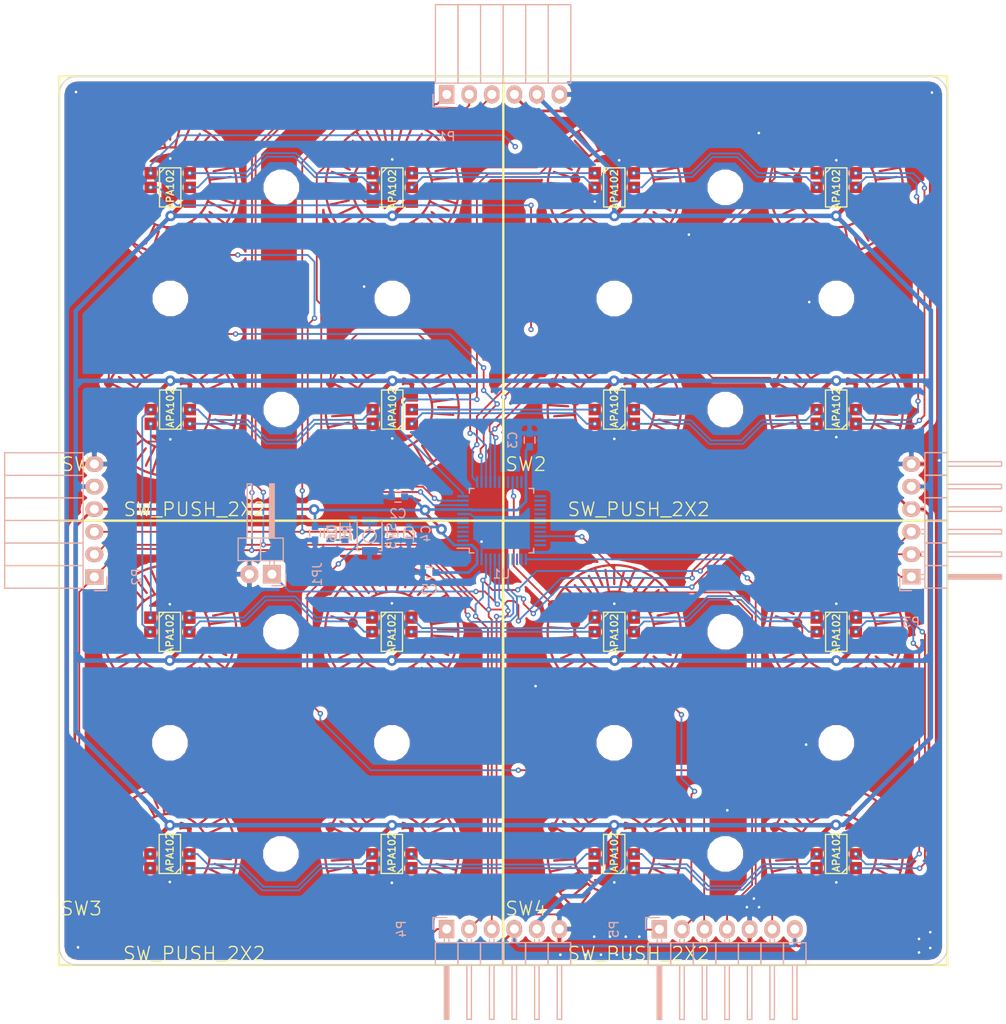
<source format=kicad_pcb>
(kicad_pcb (version 4) (host pcbnew 4.0.2-stable)
  (layers (0 F.Cu signal) (31 B.Cu signal) (34 B.Paste user) (35 F.Paste user) (36 B.SilkS user) (37 F.SilkS user) (38 B.Mask user) (39 F.Mask user) (44 Edge.Cuts user))
  (net 0 "")
  (net 1 GND)
  (net 2 +3V3)
  (net 3 "/STM32 controller/NRST")
  (net 4 "Net-(D1-Pad2)")
  (net 5 "/STM32 controller/BOOT0")
  (net 6 "/STM32 controller/PA10")
  (net 7 "/STM32 controller/PA11")
  (net 8 "/STM32 controller/PA12")
  (net 9 "/STM32 controller/PB3")
  (net 10 "/STM32 controller/PB4")
  (net 11 "/STM32 controller/BTN3")
  (net 12 "/STM32 controller/BTN4")
  (net 13 "/STM32 controller/BTN1")
  (net 14 "/STM32 controller/BTN2")
  (net 15 "/STM32 controller/BTN11")
  (net 16 "/STM32 controller/BTN12")
  (net 17 "/STM32 controller/BTN9")
  (net 18 "/STM32 controller/BTN10")
  (net 19 "/STM32 controller/BTN7")
  (net 20 "/STM32 controller/BTN8")
  (net 21 "/STM32 controller/BTN5")
  (net 22 "/STM32 controller/BTN6")
  (net 23 "/STM32 controller/BTN15")
  (net 24 "/STM32 controller/BTN16")
  (net 25 "/STM32 controller/BTN13")
  (net 26 "/STM32 controller/BTN14")
  (net 27 "Net-(U1-Pad2)")
  (net 28 "Net-(U1-Pad3)")
  (net 29 "Net-(U1-Pad4)")
  (net 30 "Net-(U1-Pad5)")
  (net 31 "Net-(U1-Pad6)")
  (net 32 "Net-(U1-Pad35)")
  (net 33 "Net-(U1-Pad36)")
  (net 34 "/STM32 controller/USART_TX")
  (net 35 "/STM32 controller/USART_RX")
  (net 36 "/STM32 controller/SYS_SWDIO")
  (net 37 +5V)
  (net 38 "/STM32 controller/I2C_SCL")
  (net 39 "/STM32 controller/I2C_SDA")
  (net 40 "/STM32 controller/NINT")
  (net 41 "/STM32 controller/PB2")
  (net 42 /4x4_LED/DIN)
  (net 43 /4x4_LED/CIN)
  (net 44 "Net-(U2-Pad5)")
  (net 45 "Net-(U2-Pad6)")
  (net 46 "Net-(U3-Pad5)")
  (net 47 "Net-(U14-Pad5)")
  (net 48 "Net-(U14-Pad6)")
  (net 49 "Net-(U3-Pad6)")
  (net 50 "Net-(U4-Pad5)")
  (net 51 "Net-(U15-Pad5)")
  (net 52 "Net-(U15-Pad6)")
  (net 53 "Net-(U4-Pad6)")
  (net 54 "Net-(U5-Pad5)")
  (net 55 "Net-(U16-Pad5)")
  (net 56 "Net-(U16-Pad6)")
  (net 57 "Net-(U5-Pad6)")
  (net 58 "Net-(U10-Pad2)")
  (net 59 "Net-(U10-Pad1)")
  (net 60 "Net-(U10-Pad5)")
  (net 61 "Net-(U10-Pad6)")
  (net 62 "Net-(U11-Pad5)")
  (net 63 "Net-(U11-Pad6)")
  (net 64 "Net-(U12-Pad5)")
  (net 65 "Net-(U12-Pad6)")
  (net 66 "Net-(U13-Pad5)")
  (net 67 "Net-(U13-Pad6)")
  (net 68 /4x4_LED/COUT)
  (net 69 /4x4_LED/DOUT)
  (net 70 "Net-(U6-Pad5)")
  (net 71 "Net-(U6-Pad6)")
  (net 72 "Net-(U7-Pad5)")
  (net 73 "Net-(U7-Pad6)")
  (net 74 "Net-(U8-Pad5)")
  (net 75 "Net-(U8-Pad6)")
  (net 76 "/STM32 controller/SYS_SWDCLK")
  (net 77 "/STM32 controller/PA15")
  (module assets:GND_VIA_0.6mm (layer F.Cu) (at 103.632 118.618)
    (fp_text reference REF** hide)
    (fp_text value VIA_0.6mm hide)
    (pad 1 thru_hole circle (at 0 0) (size 0.6 0.6) (drill 0.3) (layers *.Cu) (net 1 GND))
  )
  (module assets:GND_VIA_0.6mm (layer F.Cu) (at 84.328 73.66)
    (fp_text reference REF** hide)
    (fp_text value VIA_0.6mm hide)
    (pad 1 thru_hole circle (at 0 0) (size 0.6 0.6) (drill 0.3) (layers *.Cu) (net 1 GND))
  )
  (module assets:GND_VIA_0.6mm (layer F.Cu) (at 120.904 67.818)
    (fp_text reference REF** hide)
    (fp_text value VIA_0.6mm hide)
    (pad 1 thru_hole circle (at 0 0) (size 0.6 0.6) (drill 0.3) (layers *.Cu) (net 1 GND))
  )
  (module assets:GND_VIA_0.6mm (layer F.Cu) (at 128.778 56.388)
    (fp_text reference REF** hide)
    (fp_text value VIA_0.6mm hide)
    (pad 1 thru_hole circle (at 0 0) (size 0.6 0.6) (drill 0.3) (layers *.Cu) (net 1 GND))
  )
  (module assets:GND_VIA_0.6mm (layer F.Cu) (at 125.222 132.588)
    (fp_text reference REF** hide)
    (fp_text value VIA_0.6mm hide)
    (pad 1 thru_hole circle (at 0 0) (size 0.6 0.6) (drill 0.3) (layers *.Cu) (net 1 GND))
  )
  (module assets:GND_VIA_0.6mm (layer F.Cu) (at 146.812 148.59)
    (fp_text reference REF** hide)
    (fp_text value VIA_0.6mm hide)
    (pad 1 thru_hole circle (at 0 0) (size 0.6 0.6) (drill 0.3) (layers *.Cu) (net 1 GND))
  )
  (module assets:GND_VIA_0.6mm (layer F.Cu) (at 148.082 146.304)
    (fp_text reference REF** hide)
    (fp_text value VIA_0.6mm hide)
    (pad 1 thru_hole circle (at 0 0) (size 0.6 0.6) (drill 0.3) (layers *.Cu) (net 1 GND))
  )
  (module assets:GND_VIA_0.6mm (layer F.Cu) (at 146.812 147.066)
    (fp_text reference REF** hide)
    (fp_text value VIA_0.6mm hide)
    (pad 1 thru_hole circle (at 0 0) (size 0.6 0.6) (drill 0.3) (layers *.Cu) (net 1 GND))
  )
  (module assets:GND_VIA_0.6mm (layer F.Cu) (at 149.098 93.218)
    (fp_text reference REF** hide)
    (fp_text value VIA_0.6mm hide)
    (pad 1 thru_hole circle (at 0 0) (size 0.6 0.6) (drill 0.3) (layers *.Cu) (net 1 GND))
  )
  (module assets:GND_VIA_0.6mm (layer F.Cu) (at 110.236 146.812)
    (fp_text reference REF** hide)
    (fp_text value VIA_0.6mm hide)
    (pad 1 thru_hole circle (at 0 0) (size 0.6 0.6) (drill 0.3) (layers *.Cu) (net 1 GND))
  )
  (module assets:GND_VIA_0.6mm (layer F.Cu) (at 115.316 146.812)
    (fp_text reference REF** hide)
    (fp_text value VIA_0.6mm hide)
    (pad 1 thru_hole circle (at 0 0) (size 0.6 0.6) (drill 0.3) (layers *.Cu) (net 1 GND))
  )
  (module assets:GND_VIA_0.6mm (layer F.Cu) (at 113.792 146.812)
    (fp_text reference REF** hide)
    (fp_text value VIA_0.6mm hide)
    (pad 1 thru_hole circle (at 0 0) (size 0.6 0.6) (drill 0.3) (layers *.Cu) (net 1 GND))
  )
  (module assets:GND_VIA_0.6mm (layer F.Cu) (at 112.014 146.812)
    (fp_text reference REF** hide)
    (fp_text value VIA_0.6mm hide)
    (pad 1 thru_hole circle (at 0 0) (size 0.6 0.6) (drill 0.3) (layers *.Cu) (net 1 GND))
  )
  (module assets:GND_VIA_0.6mm (layer F.Cu) (at 114.3 148.844)
    (fp_text reference REF** hide)
    (fp_text value VIA_0.6mm hide)
    (pad 1 thru_hole circle (at 0 0) (size 0.6 0.6) (drill 0.3) (layers *.Cu) (net 1 GND))
  )
  (module assets:GND_VIA_0.6mm (layer F.Cu) (at 112.776 148.844)
    (fp_text reference REF** hide)
    (fp_text value VIA_0.6mm hide)
    (pad 1 thru_hole circle (at 0 0) (size 0.6 0.6) (drill 0.3) (layers *.Cu) (net 1 GND))
  )
  (module assets:GND_VIA_0.6mm (layer F.Cu) (at 110.998 148.844)
    (fp_text reference REF** hide)
    (fp_text value VIA_0.6mm hide)
    (pad 1 thru_hole circle (at 0 0) (size 0.6 0.6) (drill 0.3) (layers *.Cu) (net 1 GND))
  )
  (module assets:GND_VIA_0.6mm (layer F.Cu) (at 109.22 148.844)
    (fp_text reference REF** hide)
    (fp_text value VIA_0.6mm hide)
    (pad 1 thru_hole circle (at 0 0) (size 0.6 0.6) (drill 0.3) (layers *.Cu) (net 1 GND))
  )
  (module assets:GND_VIA_0.6mm (layer F.Cu) (at 106.426 148.844)
    (fp_text reference REF** hide)
    (fp_text value VIA_0.6mm hide)
    (pad 1 thru_hole circle (at 0 0) (size 0.6 0.6) (drill 0.3) (layers *.Cu) (net 1 GND))
  )
  (module assets:GND_VIA_0.6mm (layer F.Cu) (at 128.22 142.52)
    (fp_text reference REF** hide)
    (fp_text value VIA_0.6mm hide)
    (pad 1 thru_hole circle (at 0 0) (size 0.6 0.6) (drill 0.3) (layers *.Cu) (net 1 GND))
  )
  (module assets:GND_VIA_0.6mm (layer F.Cu) (at 128.8 143.49)
    (fp_text reference REF** hide)
    (fp_text value VIA_0.6mm hide)
    (pad 1 thru_hole circle (at 0 0) (size 0.6 0.6) (drill 0.3) (layers *.Cu) (net 1 GND))
  )
  (module assets:GND_VIA_0.6mm (layer F.Cu) (at 127.43 143.49)
    (fp_text reference REF** hide)
    (fp_text value VIA_0.6mm hide)
    (pad 1 thru_hole circle (at 0 0) (size 0.6 0.6) (drill 0.3) (layers *.Cu) (net 1 GND))
  )
  (module assets:GND_VIA_0.6mm (layer F.Cu) (at 148.27 51.83)
    (fp_text reference REF** hide)
    (fp_text value VIA_0.6mm hide)
    (pad 1 thru_hole circle (at 0 0) (size 0.6 0.6) (drill 0.3) (layers *.Cu) (net 1 GND))
  )
  (module assets:GND_VIA_0.6mm (layer F.Cu) (at 51.88 51.77)
    (fp_text reference REF** hide)
    (fp_text value VIA_0.6mm hide)
    (pad 1 thru_hole circle (at 0 0) (size 0.6 0.6) (drill 0.3) (layers *.Cu) (net 1 GND))
  )
  (module assets:GND_VIA_0.6mm (layer F.Cu) (at 52.11 148.01)
    (fp_text reference REF** hide)
    (fp_text value VIA_0.6mm hide)
    (pad 1 thru_hole circle (at 0 0) (size 0.6 0.6) (drill 0.3) (layers *.Cu) (net 1 GND))
  )
  (module assets:GND_VIA_0.6mm (layer F.Cu) (at 134.45 75.4)
    (fp_text reference REF** hide)
    (fp_text value VIA_0.6mm hide)
    (pad 1 thru_hole circle (at 0 0) (size 0.6 0.6) (drill 0.3) (layers *.Cu) (net 1 GND))
  )
  (module assets:GND_VIA_0.6mm (layer F.Cu) (at 134.1 125.2)
    (fp_text reference REF** hide)
    (fp_text value VIA_0.6mm hide)
    (pad 1 thru_hole circle (at 0 0) (size 0.6 0.6) (drill 0.3) (layers *.Cu) (net 1 GND))
  )
  (module Capacitors_SMD:C_0603 (layer B.Cu) (at 87.52 101.47 90)
    (fp_text reference C1 (at 0 1.9 90) (layer B.SilkS) (effects (justify mirror)))
    (fp_text value 100n)
    (pad 1 smd rect (at -0.75 0 90) (size 0.8 0.75) (layers B.Cu B.Paste B.Mask) (net 1 GND))
    (pad 2 smd rect (at 0.75 0 90) (size 0.8 0.75) (layers B.Cu B.Paste B.Mask) (net 3 "/STM32 controller/NRST"))
  )
  (module Capacitors_SMD:C_0603 (layer B.Cu) (at 88.138 97.31)
    (fp_text reference C2 (at 0 1.9) (layer B.SilkS) (effects (justify mirror)))
    (fp_text value 100n)
    (pad 1 smd rect (at -0.75 0) (size 0.8 0.75) (layers B.Cu B.Paste B.Mask) (net 1 GND))
    (pad 2 smd rect (at 0.75 0) (size 0.8 0.75) (layers B.Cu B.Paste B.Mask) (net 2 +3V3))
  )
  (module Capacitors_SMD:C_0603 (layer B.Cu) (at 102.96 90.932 270)
    (fp_text reference C3 (at 0 1.9 270) (layer B.SilkS) (effects (justify mirror)))
    (fp_text value 100n)
    (pad 1 smd rect (at -0.75 0 270) (size 0.8 0.75) (layers B.Cu B.Paste B.Mask) (net 1 GND))
    (pad 2 smd rect (at 0.75 0 270) (size 0.8 0.75) (layers B.Cu B.Paste B.Mask) (net 2 +3V3))
  )
  (module Capacitors_SMD:C_0603 (layer B.Cu) (at 89.38 101.46 90)
    (fp_text reference C4 (at 0 1.9 90) (layer B.SilkS) (effects (justify mirror)))
    (fp_text value 100n)
    (pad 1 smd rect (at -0.75 0 90) (size 0.8 0.75) (layers B.Cu B.Paste B.Mask) (net 1 GND))
    (pad 2 smd rect (at 0.75 0 90) (size 0.8 0.75) (layers B.Cu B.Paste B.Mask) (net 2 +3V3))
  )
  (module Capacitors_SMD:C_0603 (layer B.Cu) (at 91.66 105.84)
    (fp_text reference C5 (at 0 1.9) (layer B.SilkS) (effects (justify mirror)))
    (fp_text value 100n)
    (pad 1 smd rect (at -0.75 0) (size 0.8 0.75) (layers B.Cu B.Paste B.Mask) (net 1 GND))
    (pad 2 smd rect (at 0.75 0) (size 0.8 0.75) (layers B.Cu B.Paste B.Mask) (net 2 +3V3))
  )
  (module Capacitors_SMD:C_0603 (layer B.Cu) (at 78.8 101.425 90)
    (fp_text reference C6 (at 0 1.9 90) (layer B.SilkS) (effects (justify mirror)))
    (fp_text value 4u7)
    (pad 1 smd rect (at -0.75 0 90) (size 0.8 0.75) (layers B.Cu B.Paste B.Mask) (net 1 GND))
    (pad 2 smd rect (at 0.75 0 90) (size 0.8 0.75) (layers B.Cu B.Paste B.Mask) (net 2 +3V3))
  )
  (module LEDs:LED_0603 (layer B.Cu) (at 82.175 101.375 270)
    (fp_text reference D1 (at 0 1.5 270) (layer B.SilkS) (effects (justify mirror)))
    (fp_text value LED)
    (pad 2 smd rect (at 0.7493 0 90) (size 0.79756 0.79756) (layers B.Cu B.Paste B.Mask) (net 4 "Net-(D1-Pad2)"))
    (pad 1 smd rect (at -0.7493 0 90) (size 0.79756 0.79756) (layers B.Cu B.Paste B.Mask) (net 1 GND))
  )
  (module Pin_Headers:Pin_Header_Angled_1x02 (layer B.Cu) (at 73.95 106.025 90)
    (fp_text reference JP1 (at 0 5.1 90) (layer B.SilkS) (effects (justify mirror)))
    (fp_text value JUMPER)
    (pad 1 thru_hole rect (at 0 0 90) (size 2.032 2.032) (drill 1.016) (layers *.Cu *.Mask B.SilkS) (net 5 "/STM32 controller/BOOT0"))
    (pad 2 thru_hole oval (at 0 -2.54 90) (size 2.032 2.032) (drill 1.016) (layers *.Cu *.Mask B.SilkS) (net 1 GND))
  )
  (module Socket_Strips:Socket_Strip_Angled_1x06 (layer B.Cu) (at 93.63 52.04)
    (fp_text reference P1 (at 0 4.75) (layer B.SilkS) (effects (justify mirror)))
    (fp_text value CONN_01X06_TOP)
    (pad 1 thru_hole rect (at 0 0) (size 1.7272 2.032) (drill 1.016) (layers *.Cu *.Mask B.SilkS) (net 40 "/STM32 controller/NINT"))
    (pad 2 thru_hole oval (at 2.54 0) (size 1.7272 2.032) (drill 1.016) (layers *.Cu *.Mask B.SilkS) (net 39 "/STM32 controller/I2C_SDA"))
    (pad 3 thru_hole oval (at 5.08 0) (size 1.7272 2.032) (drill 1.016) (layers *.Cu *.Mask B.SilkS) (net 38 "/STM32 controller/I2C_SCL"))
    (pad 4 thru_hole oval (at 7.62 0) (size 1.7272 2.032) (drill 1.016) (layers *.Cu *.Mask B.SilkS) (net 2 +3V3))
    (pad 5 thru_hole oval (at 10.16 0) (size 1.7272 2.032) (drill 1.016) (layers *.Cu *.Mask B.SilkS) (net 37 +5V))
    (pad 6 thru_hole oval (at 12.7 0) (size 1.7272 2.032) (drill 1.016) (layers *.Cu *.Mask B.SilkS) (net 1 GND))
  )
  (module Socket_Strips:Socket_Strip_Angled_1x06 (layer B.Cu) (at 53.95 106.33 90)
    (fp_text reference P2 (at 0 4.75 90) (layer B.SilkS) (effects (justify mirror)))
    (fp_text value CONN_01X06_LEFT)
    (pad 1 thru_hole rect (at 0 0 90) (size 1.7272 2.032) (drill 1.016) (layers *.Cu *.Mask B.SilkS) (net 40 "/STM32 controller/NINT"))
    (pad 2 thru_hole oval (at 2.54 0 90) (size 1.7272 2.032) (drill 1.016) (layers *.Cu *.Mask B.SilkS) (net 39 "/STM32 controller/I2C_SDA"))
    (pad 3 thru_hole oval (at 5.08 0 90) (size 1.7272 2.032) (drill 1.016) (layers *.Cu *.Mask B.SilkS) (net 38 "/STM32 controller/I2C_SCL"))
    (pad 4 thru_hole oval (at 7.62 0 90) (size 1.7272 2.032) (drill 1.016) (layers *.Cu *.Mask B.SilkS) (net 2 +3V3))
    (pad 5 thru_hole oval (at 10.16 0 90) (size 1.7272 2.032) (drill 1.016) (layers *.Cu *.Mask B.SilkS) (net 37 +5V))
    (pad 6 thru_hole oval (at 12.7 0 90) (size 1.7272 2.032) (drill 1.016) (layers *.Cu *.Mask B.SilkS) (net 1 GND))
  )
  (module Pin_Headers:Pin_Header_Angled_1x06 (layer B.Cu) (at 145.95 106.32)
    (fp_text reference P3 (at 0 5.1) (layer B.SilkS) (effects (justify mirror)))
    (fp_text value CONN_01X06_RIGHT)
    (pad 1 thru_hole rect (at 0 0) (size 2.032 1.7272) (drill 1.016) (layers *.Cu *.Mask B.SilkS) (net 40 "/STM32 controller/NINT"))
    (pad 2 thru_hole oval (at 0 -2.54) (size 2.032 1.7272) (drill 1.016) (layers *.Cu *.Mask B.SilkS) (net 39 "/STM32 controller/I2C_SDA"))
    (pad 3 thru_hole oval (at 0 -5.08) (size 2.032 1.7272) (drill 1.016) (layers *.Cu *.Mask B.SilkS) (net 38 "/STM32 controller/I2C_SCL"))
    (pad 4 thru_hole oval (at 0 -7.62) (size 2.032 1.7272) (drill 1.016) (layers *.Cu *.Mask B.SilkS) (net 2 +3V3))
    (pad 5 thru_hole oval (at 0 -10.16) (size 2.032 1.7272) (drill 1.016) (layers *.Cu *.Mask B.SilkS) (net 37 +5V))
    (pad 6 thru_hole oval (at 0 -12.7) (size 2.032 1.7272) (drill 1.016) (layers *.Cu *.Mask B.SilkS) (net 1 GND))
  )
  (module Pin_Headers:Pin_Header_Angled_1x06 (layer B.Cu) (at 93.62 145.95 270)
    (fp_text reference P4 (at 0 5.1 270) (layer B.SilkS) (effects (justify mirror)))
    (fp_text value CONN_01X06_BOTTOM)
    (pad 1 thru_hole rect (at 0 0 270) (size 2.032 1.7272) (drill 1.016) (layers *.Cu *.Mask B.SilkS) (net 40 "/STM32 controller/NINT"))
    (pad 2 thru_hole oval (at 0 -2.54 270) (size 2.032 1.7272) (drill 1.016) (layers *.Cu *.Mask B.SilkS) (net 39 "/STM32 controller/I2C_SDA"))
    (pad 3 thru_hole oval (at 0 -5.08 270) (size 2.032 1.7272) (drill 1.016) (layers *.Cu *.Mask B.SilkS) (net 38 "/STM32 controller/I2C_SCL"))
    (pad 4 thru_hole oval (at 0 -7.62 270) (size 2.032 1.7272) (drill 1.016) (layers *.Cu *.Mask B.SilkS) (net 2 +3V3))
    (pad 5 thru_hole oval (at 0 -10.16 270) (size 2.032 1.7272) (drill 1.016) (layers *.Cu *.Mask B.SilkS) (net 37 +5V))
    (pad 6 thru_hole oval (at 0 -12.7 270) (size 2.032 1.7272) (drill 1.016) (layers *.Cu *.Mask B.SilkS) (net 1 GND))
  )
  (module Pin_Headers:Pin_Header_Angled_1x07 (layer B.Cu) (at 117.58 145.97 270)
    (fp_text reference P5 (at 0 5.1 270) (layer B.SilkS) (effects (justify mirror)))
    (fp_text value CONN_01X07_DEBUG)
    (pad 1 thru_hole rect (at 0 0 270) (size 2.032 1.7272) (drill 1.016) (layers *.Cu *.Mask B.SilkS) (net 34 "/STM32 controller/USART_TX"))
    (pad 2 thru_hole oval (at 0 -2.54 270) (size 2.032 1.7272) (drill 1.016) (layers *.Cu *.Mask B.SilkS) (net 35 "/STM32 controller/USART_RX"))
    (pad 3 thru_hole oval (at 0 -5.08 270) (size 2.032 1.7272) (drill 1.016) (layers *.Cu *.Mask B.SilkS) (net 3 "/STM32 controller/NRST"))
    (pad 4 thru_hole oval (at 0 -7.62 270) (size 2.032 1.7272) (drill 1.016) (layers *.Cu *.Mask B.SilkS) (net 36 "/STM32 controller/SYS_SWDIO"))
    (pad 5 thru_hole oval (at 0 -10.16 270) (size 2.032 1.7272) (drill 1.016) (layers *.Cu *.Mask B.SilkS) (net 1 GND))
    (pad 6 thru_hole oval (at 0 -12.7 270) (size 2.032 1.7272) (drill 1.016) (layers *.Cu *.Mask B.SilkS) (net 76 "/STM32 controller/SYS_SWDCLK"))
    (pad 7 thru_hole oval (at 0 -15.24 270) (size 2.032 1.7272) (drill 1.016) (layers *.Cu *.Mask B.SilkS) (net 2 +3V3))
  )
  (module Resistors_SMD:R_0603 (layer B.Cu) (at 80.525 101.425 90)
    (fp_text reference R1 (at 0 1.9 90) (layer B.SilkS) (effects (justify mirror)))
    (fp_text value 360)
    (pad 1 smd rect (at -0.75 0 90) (size 0.5 0.9) (layers B.Cu B.Paste B.Mask) (net 4 "Net-(D1-Pad2)"))
    (pad 2 smd rect (at 0.75 0 90) (size 0.5 0.9) (layers B.Cu B.Paste B.Mask) (net 2 +3V3))
  )
  (module assets:BUTTONPAD-2X2 (layer F.Cu) (at 75 75)
    (fp_text reference SW1 (at -22.46 18.65) (layer F.SilkS))
    (fp_text value SW_PUSH_2X2 (at -9.76 23.73) (layer F.SilkS))
    (fp_line (start 5.7 10.76) (end 8.07 11.52) (layer F.Cu) (width 0.254))
    (fp_line (start 5.02 11.99) (end 7.31 12.13) (layer F.Cu) (width 0.254))
    (fp_line (start 5.73 13.25) (end 8.03 13.1) (layer F.Cu) (width 0.254))
    (fp_line (start 7.6 13.97) (end 5.32 14.48) (layer F.Cu) (width 0.254))
    (fp_line (start 6.48 15.52) (end 8.48 14.58) (layer F.Cu) (width 0.254))
    (fp_line (start 6.37 16.78) (end 8.32 15.63) (layer F.Cu) (width 0.254))
    (fp_line (start 9.44 15.84) (end 7.57 17.42) (layer F.Cu) (width 0.254))
    (fp_line (start 9.73 16.87) (end 8.39 18.72) (layer F.Cu) (width 0.254))
    (fp_line (start 9.75 18.81) (end 10.74 16.75) (layer F.Cu) (width 0.254))
    (fp_line (start 11.2 17.45) (end 10.44 19.63) (layer F.Cu) (width 0.254))
    (fp_line (start 11.78 19.34) (end 12.13 17.01) (layer F.Cu) (width 0.254))
    (fp_line (start 12.78 17.71) (end 12.71 19.94) (layer F.Cu) (width 0.254))
    (fp_line (start 13.93 19.26) (end 13.47 16.91) (layer F.Cu) (width 0.254))
    (fp_line (start 14.34 17.38) (end 15.12 19.43) (layer F.Cu) (width 0.254))
    (fp_line (start 16.12 18.48) (end 14.87 16.34) (layer F.Cu) (width 0.254))
    (fp_line (start 15.86 16.56) (end 17.06 18.34) (layer F.Cu) (width 0.254))
    (fp_line (start 15.95 15.4) (end 17.5 17.02) (layer F.Cu) (width 0.254))
    (fp_line (start 16.93 15.28) (end 18.68 16.58) (layer F.Cu) (width 0.254))
    (fp_line (start 16.72 14.07) (end 18.85 15.12) (layer F.Cu) (width 0.254))
    (fp_line (start 17.54 13.62) (end 19.66 14.3) (layer F.Cu) (width 0.254))
    (fp_line (start 17 12.93) (end 19.36 13.09) (layer F.Cu) (width 0.254))
    (fp_line (start 17.66 12.23) (end 19.95 12.26) (layer F.Cu) (width 0.254))
    (fp_line (start 16.96 11.64) (end 19.3 11.32) (layer F.Cu) (width 0.254))
    (fp_line (start 17.38 10.68) (end 19.62 10.26) (layer F.Cu) (width 0.254))
    (fp_line (start 16.52 10.32) (end 18.69 9.35) (layer F.Cu) (width 0.254))
    (fp_line (start 16.63 9.45) (end 18.66 8.36) (layer F.Cu) (width 0.254))
    (fp_line (start 15.68 9.23) (end 17.5 7.8) (layer F.Cu) (width 0.254))
    (fp_line (start 17.02 6.58) (end 15.46 8.36) (layer F.Cu) (width 0.254))
    (fp_line (start 14.49 8.4) (end 15.83 6.49) (layer F.Cu) (width 0.254))
    (fp_line (start 13.99 7.48) (end 14.83 5.46) (layer F.Cu) (width 0.254))
    (fp_line (start 13.05 7.99) (end 13.59 5.71) (layer F.Cu) (width 0.254))
    (fp_line (start 12.49 7.13) (end 12.49 5.01) (layer F.Cu) (width 0.254))
    (fp_line (start 11.91 8.02) (end 11.5 5.55) (layer F.Cu) (width 0.254))
    (fp_line (start 11.17 7.32) (end 10.31 5.35) (layer F.Cu) (width 0.254))
    (fp_line (start 9.64 6.22) (end 10.75 8.2) (layer F.Cu) (width 0.254))
    (fp_line (start 8.45 6.26) (end 9.9 8.14) (layer F.Cu) (width 0.254))
    (fp_line (start 8.05 7.26) (end 9.61 8.98) (layer F.Cu) (width 0.254))
    (fp_line (start 6.97 7.49) (end 8.49 9) (layer F.Cu) (width 0.254))
    (fp_line (start 6.72 8.84) (end 8.58 10.07) (layer F.Cu) (width 0.254))
    (fp_line (start 5.65 9.47) (end 7.71 10.5) (layer F.Cu) (width 0.254))
    (fp_line (start -19.3 10.76) (end -16.93 11.52) (layer F.Cu) (width 0.254))
    (fp_line (start -19.98 11.99) (end -17.69 12.13) (layer F.Cu) (width 0.254))
    (fp_line (start -19.27 13.25) (end -16.97 13.1) (layer F.Cu) (width 0.254))
    (fp_line (start -17.4 13.97) (end -19.68 14.48) (layer F.Cu) (width 0.254))
    (fp_line (start -18.52 15.52) (end -16.52 14.58) (layer F.Cu) (width 0.254))
    (fp_line (start -18.63 16.78) (end -16.68 15.63) (layer F.Cu) (width 0.254))
    (fp_line (start -15.56 15.84) (end -17.43 17.42) (layer F.Cu) (width 0.254))
    (fp_line (start -15.27 16.87) (end -16.61 18.72) (layer F.Cu) (width 0.254))
    (fp_line (start -15.25 18.81) (end -14.26 16.75) (layer F.Cu) (width 0.254))
    (fp_line (start -13.8 17.45) (end -14.56 19.63) (layer F.Cu) (width 0.254))
    (fp_line (start -13.22 19.34) (end -12.87 17.01) (layer F.Cu) (width 0.254))
    (fp_line (start -12.22 17.71) (end -12.29 19.94) (layer F.Cu) (width 0.254))
    (fp_line (start -11.07 19.26) (end -11.53 16.91) (layer F.Cu) (width 0.254))
    (fp_line (start -10.66 17.38) (end -9.88 19.43) (layer F.Cu) (width 0.254))
    (fp_line (start -8.88 18.48) (end -10.13 16.34) (layer F.Cu) (width 0.254))
    (fp_line (start -9.14 16.56) (end -7.94 18.34) (layer F.Cu) (width 0.254))
    (fp_line (start -9.05 15.4) (end -7.5 17.02) (layer F.Cu) (width 0.254))
    (fp_line (start -8.07 15.28) (end -6.32 16.58) (layer F.Cu) (width 0.254))
    (fp_line (start -8.28 14.07) (end -6.15 15.12) (layer F.Cu) (width 0.254))
    (fp_line (start -7.46 13.62) (end -5.34 14.3) (layer F.Cu) (width 0.254))
    (fp_line (start -8 12.93) (end -5.64 13.09) (layer F.Cu) (width 0.254))
    (fp_line (start -7.34 12.23) (end -5.05 12.26) (layer F.Cu) (width 0.254))
    (fp_line (start -8.04 11.64) (end -5.7 11.32) (layer F.Cu) (width 0.254))
    (fp_line (start -7.62 10.68) (end -5.38 10.26) (layer F.Cu) (width 0.254))
    (fp_line (start -8.48 10.32) (end -6.31 9.35) (layer F.Cu) (width 0.254))
    (fp_line (start -8.37 9.45) (end -6.34 8.36) (layer F.Cu) (width 0.254))
    (fp_line (start -9.32 9.23) (end -7.5 7.8) (layer F.Cu) (width 0.254))
    (fp_line (start -7.98 6.58) (end -9.54 8.36) (layer F.Cu) (width 0.254))
    (fp_line (start -10.51 8.4) (end -9.17 6.49) (layer F.Cu) (width 0.254))
    (fp_line (start -11.01 7.48) (end -10.17 5.46) (layer F.Cu) (width 0.254))
    (fp_line (start -11.95 7.99) (end -11.41 5.71) (layer F.Cu) (width 0.254))
    (fp_line (start -12.51 7.13) (end -12.51 5.01) (layer F.Cu) (width 0.254))
    (fp_line (start -13.09 8.02) (end -13.5 5.55) (layer F.Cu) (width 0.254))
    (fp_line (start -13.83 7.32) (end -14.69 5.35) (layer F.Cu) (width 0.254))
    (fp_line (start -15.36 6.22) (end -14.25 8.2) (layer F.Cu) (width 0.254))
    (fp_line (start -16.55 6.26) (end -15.1 8.14) (layer F.Cu) (width 0.254))
    (fp_line (start -16.95 7.26) (end -15.39 8.98) (layer F.Cu) (width 0.254))
    (fp_line (start -18.03 7.49) (end -16.51 9) (layer F.Cu) (width 0.254))
    (fp_line (start -18.28 8.84) (end -16.42 10.07) (layer F.Cu) (width 0.254))
    (fp_line (start -19.35 9.47) (end -17.29 10.5) (layer F.Cu) (width 0.254))
    (fp_line (start 5.65 -15.53) (end 7.71 -14.5) (layer F.Cu) (width 0.254))
    (fp_line (start 6.72 -16.16) (end 8.58 -14.93) (layer F.Cu) (width 0.254))
    (fp_line (start 6.97 -17.51) (end 8.49 -16) (layer F.Cu) (width 0.254))
    (fp_line (start 8.05 -17.74) (end 9.61 -16.02) (layer F.Cu) (width 0.254))
    (fp_line (start 8.45 -18.74) (end 9.9 -16.86) (layer F.Cu) (width 0.254))
    (fp_line (start 9.64 -18.78) (end 10.75 -16.8) (layer F.Cu) (width 0.254))
    (fp_line (start 11.17 -17.68) (end 10.31 -19.65) (layer F.Cu) (width 0.254))
    (fp_line (start 11.91 -16.98) (end 11.5 -19.45) (layer F.Cu) (width 0.254))
    (fp_line (start 12.49 -17.87) (end 12.49 -19.99) (layer F.Cu) (width 0.254))
    (fp_line (start 13.05 -17.01) (end 13.59 -19.29) (layer F.Cu) (width 0.254))
    (fp_line (start 13.99 -17.52) (end 14.83 -19.54) (layer F.Cu) (width 0.254))
    (fp_line (start 14.49 -16.6) (end 15.83 -18.51) (layer F.Cu) (width 0.254))
    (fp_line (start 17.02 -18.42) (end 15.46 -16.64) (layer F.Cu) (width 0.254))
    (fp_line (start 15.68 -15.77) (end 17.5 -17.2) (layer F.Cu) (width 0.254))
    (fp_line (start 16.63 -15.55) (end 18.66 -16.64) (layer F.Cu) (width 0.254))
    (fp_line (start 16.52 -14.68) (end 18.69 -15.65) (layer F.Cu) (width 0.254))
    (fp_line (start 17.38 -14.32) (end 19.62 -14.74) (layer F.Cu) (width 0.254))
    (fp_line (start 16.96 -13.36) (end 19.3 -13.68) (layer F.Cu) (width 0.254))
    (fp_line (start 17.66 -12.77) (end 19.95 -12.74) (layer F.Cu) (width 0.254))
    (fp_line (start 17 -12.07) (end 19.36 -11.91) (layer F.Cu) (width 0.254))
    (fp_line (start 17.54 -11.38) (end 19.66 -10.7) (layer F.Cu) (width 0.254))
    (fp_line (start 16.72 -10.93) (end 18.85 -9.88) (layer F.Cu) (width 0.254))
    (fp_line (start 16.93 -9.72) (end 18.68 -8.42) (layer F.Cu) (width 0.254))
    (fp_line (start 15.95 -9.6) (end 17.5 -7.98) (layer F.Cu) (width 0.254))
    (fp_line (start 15.86 -8.44) (end 17.06 -6.66) (layer F.Cu) (width 0.254))
    (fp_line (start 16.12 -6.52) (end 14.87 -8.66) (layer F.Cu) (width 0.254))
    (fp_line (start 14.34 -7.62) (end 15.12 -5.57) (layer F.Cu) (width 0.254))
    (fp_line (start 13.93 -5.74) (end 13.47 -8.09) (layer F.Cu) (width 0.254))
    (fp_line (start 12.78 -7.29) (end 12.71 -5.06) (layer F.Cu) (width 0.254))
    (fp_line (start 11.78 -5.66) (end 12.13 -7.99) (layer F.Cu) (width 0.254))
    (fp_line (start 11.2 -7.55) (end 10.44 -5.37) (layer F.Cu) (width 0.254))
    (fp_line (start 9.75 -6.19) (end 10.74 -8.25) (layer F.Cu) (width 0.254))
    (fp_line (start 9.73 -8.13) (end 8.39 -6.28) (layer F.Cu) (width 0.254))
    (fp_line (start 9.44 -9.16) (end 7.57 -7.58) (layer F.Cu) (width 0.254))
    (fp_line (start 6.37 -8.22) (end 8.32 -9.37) (layer F.Cu) (width 0.254))
    (fp_line (start 6.48 -9.48) (end 8.48 -10.42) (layer F.Cu) (width 0.254))
    (fp_line (start 7.6 -11.03) (end 5.32 -10.52) (layer F.Cu) (width 0.254))
    (fp_line (start 5.73 -11.75) (end 8.03 -11.9) (layer F.Cu) (width 0.254))
    (fp_line (start 5.02 -13.01) (end 7.31 -12.87) (layer F.Cu) (width 0.254))
    (fp_line (start 5.7 -14.24) (end 8.07 -13.48) (layer F.Cu) (width 0.254))
    (fp_line (start -19.35 -15.53) (end -17.29 -14.5) (layer F.Cu) (width 0.254))
    (fp_line (start -18.28 -16.16) (end -16.42 -14.93) (layer F.Cu) (width 0.254))
    (fp_line (start -18.03 -17.51) (end -16.51 -16) (layer F.Cu) (width 0.254))
    (fp_line (start -16.95 -17.74) (end -15.39 -16.02) (layer F.Cu) (width 0.254))
    (fp_line (start -16.55 -18.74) (end -15.1 -16.86) (layer F.Cu) (width 0.254))
    (fp_line (start -15.36 -18.78) (end -14.25 -16.8) (layer F.Cu) (width 0.254))
    (fp_line (start -13.83 -17.68) (end -14.69 -19.65) (layer F.Cu) (width 0.254))
    (fp_line (start -13.09 -16.98) (end -13.5 -19.45) (layer F.Cu) (width 0.254))
    (fp_line (start -12.51 -17.87) (end -12.51 -19.99) (layer F.Cu) (width 0.254))
    (fp_line (start -11.95 -17.01) (end -11.41 -19.29) (layer F.Cu) (width 0.254))
    (fp_line (start -11.01 -17.52) (end -10.17 -19.54) (layer F.Cu) (width 0.254))
    (fp_line (start -10.51 -16.6) (end -9.17 -18.51) (layer F.Cu) (width 0.254))
    (fp_line (start -7.98 -18.42) (end -9.54 -16.64) (layer F.Cu) (width 0.254))
    (fp_line (start -9.32 -15.77) (end -7.5 -17.2) (layer F.Cu) (width 0.254))
    (fp_line (start -8.37 -15.55) (end -6.34 -16.64) (layer F.Cu) (width 0.254))
    (fp_line (start -8.48 -14.68) (end -6.31 -15.65) (layer F.Cu) (width 0.254))
    (fp_line (start -7.62 -14.32) (end -5.38 -14.74) (layer F.Cu) (width 0.254))
    (fp_line (start -8.04 -13.36) (end -5.7 -13.68) (layer F.Cu) (width 0.254))
    (fp_line (start -7.34 -12.77) (end -5.05 -12.74) (layer F.Cu) (width 0.254))
    (fp_line (start -8 -12.07) (end -5.64 -11.91) (layer F.Cu) (width 0.254))
    (fp_line (start -7.46 -11.38) (end -5.34 -10.7) (layer F.Cu) (width 0.254))
    (fp_line (start -8.28 -10.93) (end -6.15 -9.88) (layer F.Cu) (width 0.254))
    (fp_line (start -8.07 -9.72) (end -6.32 -8.42) (layer F.Cu) (width 0.254))
    (fp_line (start -9.05 -9.6) (end -7.5 -7.98) (layer F.Cu) (width 0.254))
    (fp_line (start -9.14 -8.44) (end -7.94 -6.66) (layer F.Cu) (width 0.254))
    (fp_line (start -8.88 -6.52) (end -10.13 -8.66) (layer F.Cu) (width 0.254))
    (fp_line (start -10.66 -7.62) (end -9.88 -5.57) (layer F.Cu) (width 0.254))
    (fp_line (start -11.07 -5.74) (end -11.53 -8.09) (layer F.Cu) (width 0.254))
    (fp_line (start -12.22 -7.29) (end -12.29 -5.06) (layer F.Cu) (width 0.254))
    (fp_line (start -13.22 -5.66) (end -12.87 -7.99) (layer F.Cu) (width 0.254))
    (fp_line (start -13.8 -7.55) (end -14.56 -5.37) (layer F.Cu) (width 0.254))
    (fp_line (start -15.25 -6.19) (end -14.26 -8.25) (layer F.Cu) (width 0.254))
    (fp_line (start -15.27 -8.13) (end -16.61 -6.28) (layer F.Cu) (width 0.254))
    (fp_line (start -15.56 -9.16) (end -17.43 -7.58) (layer F.Cu) (width 0.254))
    (fp_line (start -18.63 -8.22) (end -16.68 -9.37) (layer F.Cu) (width 0.254))
    (fp_line (start -18.52 -9.48) (end -16.52 -10.42) (layer F.Cu) (width 0.254))
    (fp_line (start -17.4 -11.03) (end -19.68 -10.52) (layer F.Cu) (width 0.254))
    (fp_line (start -19.27 -11.75) (end -16.97 -11.9) (layer F.Cu) (width 0.254))
    (fp_line (start -19.98 -13.01) (end -17.69 -12.87) (layer F.Cu) (width 0.254))
    (fp_line (start -19.3 -14.24) (end -16.93 -13.48) (layer F.Cu) (width 0.254))
    (fp_circle (center -12.51 -12.5) (end -5.01 -12.5) (layer F.Cu) (width 0.254))
    (fp_circle (center -12.5 -12.51) (end -8 -12.51) (layer F.Cu) (width 0.254))
    (fp_circle (center 12.49 -12.5) (end 19.99 -12.5) (layer F.Cu) (width 0.254))
    (fp_circle (center 12.5 -12.51) (end 17 -12.51) (layer F.Cu) (width 0.254))
    (fp_circle (center -12.51 12.5) (end -5.01 12.5) (layer F.Cu) (width 0.254))
    (fp_circle (center -12.5 12.49) (end -8 12.49) (layer F.Cu) (width 0.254))
    (fp_circle (center 12.49 12.5) (end 19.99 12.5) (layer F.Cu) (width 0.254))
    (fp_circle (center 12.5 12.49) (end 17 12.49) (layer F.Cu) (width 0.254))
    (pad 2 connect circle (at -16.882 -13.481) (size 1.108 1.108) (layers F.Cu F.Mask) (net 1 GND))
    (pad 1 connect circle (at -19.422 -15.513) (size 1.108 1.108) (layers F.Cu F.Mask) (net 13 "/STM32 controller/BTN1"))
    (pad 4 connect circle (at 8.118 -13.481) (size 1.108 1.108) (layers F.Cu F.Mask) (net 1 GND))
    (pad 3 connect circle (at 5.578 -15.513) (size 1.108 1.108) (layers F.Cu F.Mask) (net 14 "/STM32 controller/BTN2"))
    (pad 6 connect circle (at -16.882 11.519) (size 1.108 1.108) (layers F.Cu F.Mask) (net 1 GND))
    (pad 5 connect circle (at -19.422 9.487) (size 1.108 1.108) (layers F.Cu F.Mask) (net 21 "/STM32 controller/BTN5"))
    (pad 8 connect circle (at 8.118 11.519) (size 1.108 1.108) (layers F.Cu F.Mask) (net 1 GND))
    (pad 7 connect circle (at 5.578 9.487) (size 1.108 1.108) (layers F.Cu F.Mask) (net 22 "/STM32 controller/BTN6"))
    (pad "" np_thru_hole circle (at -12.5 0) (size 3 3) (drill 3) (layers *.Cu))
    (pad "" np_thru_hole circle (at 0 -12.5) (size 3 3) (drill 3) (layers *.Cu))
    (pad "" np_thru_hole circle (at 12.5 0) (size 3 3) (drill 3) (layers *.Cu))
    (pad "" np_thru_hole circle (at 0 12.5) (size 3 3) (drill 3) (layers *.Cu))
  )
  (module assets:BUTTONPAD-2X2 (layer F.Cu) (at 125 75)
    (fp_text reference SW2 (at -22.46 18.65) (layer F.SilkS))
    (fp_text value SW_PUSH_2X2 (at -9.76 23.73) (layer F.SilkS))
    (fp_line (start 5.7 10.76) (end 8.07 11.52) (layer F.Cu) (width 0.254))
    (fp_line (start 5.02 11.99) (end 7.31 12.13) (layer F.Cu) (width 0.254))
    (fp_line (start 5.73 13.25) (end 8.03 13.1) (layer F.Cu) (width 0.254))
    (fp_line (start 7.6 13.97) (end 5.32 14.48) (layer F.Cu) (width 0.254))
    (fp_line (start 6.48 15.52) (end 8.48 14.58) (layer F.Cu) (width 0.254))
    (fp_line (start 6.37 16.78) (end 8.32 15.63) (layer F.Cu) (width 0.254))
    (fp_line (start 9.44 15.84) (end 7.57 17.42) (layer F.Cu) (width 0.254))
    (fp_line (start 9.73 16.87) (end 8.39 18.72) (layer F.Cu) (width 0.254))
    (fp_line (start 9.75 18.81) (end 10.74 16.75) (layer F.Cu) (width 0.254))
    (fp_line (start 11.2 17.45) (end 10.44 19.63) (layer F.Cu) (width 0.254))
    (fp_line (start 11.78 19.34) (end 12.13 17.01) (layer F.Cu) (width 0.254))
    (fp_line (start 12.78 17.71) (end 12.71 19.94) (layer F.Cu) (width 0.254))
    (fp_line (start 13.93 19.26) (end 13.47 16.91) (layer F.Cu) (width 0.254))
    (fp_line (start 14.34 17.38) (end 15.12 19.43) (layer F.Cu) (width 0.254))
    (fp_line (start 16.12 18.48) (end 14.87 16.34) (layer F.Cu) (width 0.254))
    (fp_line (start 15.86 16.56) (end 17.06 18.34) (layer F.Cu) (width 0.254))
    (fp_line (start 15.95 15.4) (end 17.5 17.02) (layer F.Cu) (width 0.254))
    (fp_line (start 16.93 15.28) (end 18.68 16.58) (layer F.Cu) (width 0.254))
    (fp_line (start 16.72 14.07) (end 18.85 15.12) (layer F.Cu) (width 0.254))
    (fp_line (start 17.54 13.62) (end 19.66 14.3) (layer F.Cu) (width 0.254))
    (fp_line (start 17 12.93) (end 19.36 13.09) (layer F.Cu) (width 0.254))
    (fp_line (start 17.66 12.23) (end 19.95 12.26) (layer F.Cu) (width 0.254))
    (fp_line (start 16.96 11.64) (end 19.3 11.32) (layer F.Cu) (width 0.254))
    (fp_line (start 17.38 10.68) (end 19.62 10.26) (layer F.Cu) (width 0.254))
    (fp_line (start 16.52 10.32) (end 18.69 9.35) (layer F.Cu) (width 0.254))
    (fp_line (start 16.63 9.45) (end 18.66 8.36) (layer F.Cu) (width 0.254))
    (fp_line (start 15.68 9.23) (end 17.5 7.8) (layer F.Cu) (width 0.254))
    (fp_line (start 17.02 6.58) (end 15.46 8.36) (layer F.Cu) (width 0.254))
    (fp_line (start 14.49 8.4) (end 15.83 6.49) (layer F.Cu) (width 0.254))
    (fp_line (start 13.99 7.48) (end 14.83 5.46) (layer F.Cu) (width 0.254))
    (fp_line (start 13.05 7.99) (end 13.59 5.71) (layer F.Cu) (width 0.254))
    (fp_line (start 12.49 7.13) (end 12.49 5.01) (layer F.Cu) (width 0.254))
    (fp_line (start 11.91 8.02) (end 11.5 5.55) (layer F.Cu) (width 0.254))
    (fp_line (start 11.17 7.32) (end 10.31 5.35) (layer F.Cu) (width 0.254))
    (fp_line (start 9.64 6.22) (end 10.75 8.2) (layer F.Cu) (width 0.254))
    (fp_line (start 8.45 6.26) (end 9.9 8.14) (layer F.Cu) (width 0.254))
    (fp_line (start 8.05 7.26) (end 9.61 8.98) (layer F.Cu) (width 0.254))
    (fp_line (start 6.97 7.49) (end 8.49 9) (layer F.Cu) (width 0.254))
    (fp_line (start 6.72 8.84) (end 8.58 10.07) (layer F.Cu) (width 0.254))
    (fp_line (start 5.65 9.47) (end 7.71 10.5) (layer F.Cu) (width 0.254))
    (fp_line (start -19.3 10.76) (end -16.93 11.52) (layer F.Cu) (width 0.254))
    (fp_line (start -19.98 11.99) (end -17.69 12.13) (layer F.Cu) (width 0.254))
    (fp_line (start -19.27 13.25) (end -16.97 13.1) (layer F.Cu) (width 0.254))
    (fp_line (start -17.4 13.97) (end -19.68 14.48) (layer F.Cu) (width 0.254))
    (fp_line (start -18.52 15.52) (end -16.52 14.58) (layer F.Cu) (width 0.254))
    (fp_line (start -18.63 16.78) (end -16.68 15.63) (layer F.Cu) (width 0.254))
    (fp_line (start -15.56 15.84) (end -17.43 17.42) (layer F.Cu) (width 0.254))
    (fp_line (start -15.27 16.87) (end -16.61 18.72) (layer F.Cu) (width 0.254))
    (fp_line (start -15.25 18.81) (end -14.26 16.75) (layer F.Cu) (width 0.254))
    (fp_line (start -13.8 17.45) (end -14.56 19.63) (layer F.Cu) (width 0.254))
    (fp_line (start -13.22 19.34) (end -12.87 17.01) (layer F.Cu) (width 0.254))
    (fp_line (start -12.22 17.71) (end -12.29 19.94) (layer F.Cu) (width 0.254))
    (fp_line (start -11.07 19.26) (end -11.53 16.91) (layer F.Cu) (width 0.254))
    (fp_line (start -10.66 17.38) (end -9.88 19.43) (layer F.Cu) (width 0.254))
    (fp_line (start -8.88 18.48) (end -10.13 16.34) (layer F.Cu) (width 0.254))
    (fp_line (start -9.14 16.56) (end -7.94 18.34) (layer F.Cu) (width 0.254))
    (fp_line (start -9.05 15.4) (end -7.5 17.02) (layer F.Cu) (width 0.254))
    (fp_line (start -8.07 15.28) (end -6.32 16.58) (layer F.Cu) (width 0.254))
    (fp_line (start -8.28 14.07) (end -6.15 15.12) (layer F.Cu) (width 0.254))
    (fp_line (start -7.46 13.62) (end -5.34 14.3) (layer F.Cu) (width 0.254))
    (fp_line (start -8 12.93) (end -5.64 13.09) (layer F.Cu) (width 0.254))
    (fp_line (start -7.34 12.23) (end -5.05 12.26) (layer F.Cu) (width 0.254))
    (fp_line (start -8.04 11.64) (end -5.7 11.32) (layer F.Cu) (width 0.254))
    (fp_line (start -7.62 10.68) (end -5.38 10.26) (layer F.Cu) (width 0.254))
    (fp_line (start -8.48 10.32) (end -6.31 9.35) (layer F.Cu) (width 0.254))
    (fp_line (start -8.37 9.45) (end -6.34 8.36) (layer F.Cu) (width 0.254))
    (fp_line (start -9.32 9.23) (end -7.5 7.8) (layer F.Cu) (width 0.254))
    (fp_line (start -7.98 6.58) (end -9.54 8.36) (layer F.Cu) (width 0.254))
    (fp_line (start -10.51 8.4) (end -9.17 6.49) (layer F.Cu) (width 0.254))
    (fp_line (start -11.01 7.48) (end -10.17 5.46) (layer F.Cu) (width 0.254))
    (fp_line (start -11.95 7.99) (end -11.41 5.71) (layer F.Cu) (width 0.254))
    (fp_line (start -12.51 7.13) (end -12.51 5.01) (layer F.Cu) (width 0.254))
    (fp_line (start -13.09 8.02) (end -13.5 5.55) (layer F.Cu) (width 0.254))
    (fp_line (start -13.83 7.32) (end -14.69 5.35) (layer F.Cu) (width 0.254))
    (fp_line (start -15.36 6.22) (end -14.25 8.2) (layer F.Cu) (width 0.254))
    (fp_line (start -16.55 6.26) (end -15.1 8.14) (layer F.Cu) (width 0.254))
    (fp_line (start -16.95 7.26) (end -15.39 8.98) (layer F.Cu) (width 0.254))
    (fp_line (start -18.03 7.49) (end -16.51 9) (layer F.Cu) (width 0.254))
    (fp_line (start -18.28 8.84) (end -16.42 10.07) (layer F.Cu) (width 0.254))
    (fp_line (start -19.35 9.47) (end -17.29 10.5) (layer F.Cu) (width 0.254))
    (fp_line (start 5.65 -15.53) (end 7.71 -14.5) (layer F.Cu) (width 0.254))
    (fp_line (start 6.72 -16.16) (end 8.58 -14.93) (layer F.Cu) (width 0.254))
    (fp_line (start 6.97 -17.51) (end 8.49 -16) (layer F.Cu) (width 0.254))
    (fp_line (start 8.05 -17.74) (end 9.61 -16.02) (layer F.Cu) (width 0.254))
    (fp_line (start 8.45 -18.74) (end 9.9 -16.86) (layer F.Cu) (width 0.254))
    (fp_line (start 9.64 -18.78) (end 10.75 -16.8) (layer F.Cu) (width 0.254))
    (fp_line (start 11.17 -17.68) (end 10.31 -19.65) (layer F.Cu) (width 0.254))
    (fp_line (start 11.91 -16.98) (end 11.5 -19.45) (layer F.Cu) (width 0.254))
    (fp_line (start 12.49 -17.87) (end 12.49 -19.99) (layer F.Cu) (width 0.254))
    (fp_line (start 13.05 -17.01) (end 13.59 -19.29) (layer F.Cu) (width 0.254))
    (fp_line (start 13.99 -17.52) (end 14.83 -19.54) (layer F.Cu) (width 0.254))
    (fp_line (start 14.49 -16.6) (end 15.83 -18.51) (layer F.Cu) (width 0.254))
    (fp_line (start 17.02 -18.42) (end 15.46 -16.64) (layer F.Cu) (width 0.254))
    (fp_line (start 15.68 -15.77) (end 17.5 -17.2) (layer F.Cu) (width 0.254))
    (fp_line (start 16.63 -15.55) (end 18.66 -16.64) (layer F.Cu) (width 0.254))
    (fp_line (start 16.52 -14.68) (end 18.69 -15.65) (layer F.Cu) (width 0.254))
    (fp_line (start 17.38 -14.32) (end 19.62 -14.74) (layer F.Cu) (width 0.254))
    (fp_line (start 16.96 -13.36) (end 19.3 -13.68) (layer F.Cu) (width 0.254))
    (fp_line (start 17.66 -12.77) (end 19.95 -12.74) (layer F.Cu) (width 0.254))
    (fp_line (start 17 -12.07) (end 19.36 -11.91) (layer F.Cu) (width 0.254))
    (fp_line (start 17.54 -11.38) (end 19.66 -10.7) (layer F.Cu) (width 0.254))
    (fp_line (start 16.72 -10.93) (end 18.85 -9.88) (layer F.Cu) (width 0.254))
    (fp_line (start 16.93 -9.72) (end 18.68 -8.42) (layer F.Cu) (width 0.254))
    (fp_line (start 15.95 -9.6) (end 17.5 -7.98) (layer F.Cu) (width 0.254))
    (fp_line (start 15.86 -8.44) (end 17.06 -6.66) (layer F.Cu) (width 0.254))
    (fp_line (start 16.12 -6.52) (end 14.87 -8.66) (layer F.Cu) (width 0.254))
    (fp_line (start 14.34 -7.62) (end 15.12 -5.57) (layer F.Cu) (width 0.254))
    (fp_line (start 13.93 -5.74) (end 13.47 -8.09) (layer F.Cu) (width 0.254))
    (fp_line (start 12.78 -7.29) (end 12.71 -5.06) (layer F.Cu) (width 0.254))
    (fp_line (start 11.78 -5.66) (end 12.13 -7.99) (layer F.Cu) (width 0.254))
    (fp_line (start 11.2 -7.55) (end 10.44 -5.37) (layer F.Cu) (width 0.254))
    (fp_line (start 9.75 -6.19) (end 10.74 -8.25) (layer F.Cu) (width 0.254))
    (fp_line (start 9.73 -8.13) (end 8.39 -6.28) (layer F.Cu) (width 0.254))
    (fp_line (start 9.44 -9.16) (end 7.57 -7.58) (layer F.Cu) (width 0.254))
    (fp_line (start 6.37 -8.22) (end 8.32 -9.37) (layer F.Cu) (width 0.254))
    (fp_line (start 6.48 -9.48) (end 8.48 -10.42) (layer F.Cu) (width 0.254))
    (fp_line (start 7.6 -11.03) (end 5.32 -10.52) (layer F.Cu) (width 0.254))
    (fp_line (start 5.73 -11.75) (end 8.03 -11.9) (layer F.Cu) (width 0.254))
    (fp_line (start 5.02 -13.01) (end 7.31 -12.87) (layer F.Cu) (width 0.254))
    (fp_line (start 5.7 -14.24) (end 8.07 -13.48) (layer F.Cu) (width 0.254))
    (fp_line (start -19.35 -15.53) (end -17.29 -14.5) (layer F.Cu) (width 0.254))
    (fp_line (start -18.28 -16.16) (end -16.42 -14.93) (layer F.Cu) (width 0.254))
    (fp_line (start -18.03 -17.51) (end -16.51 -16) (layer F.Cu) (width 0.254))
    (fp_line (start -16.95 -17.74) (end -15.39 -16.02) (layer F.Cu) (width 0.254))
    (fp_line (start -16.55 -18.74) (end -15.1 -16.86) (layer F.Cu) (width 0.254))
    (fp_line (start -15.36 -18.78) (end -14.25 -16.8) (layer F.Cu) (width 0.254))
    (fp_line (start -13.83 -17.68) (end -14.69 -19.65) (layer F.Cu) (width 0.254))
    (fp_line (start -13.09 -16.98) (end -13.5 -19.45) (layer F.Cu) (width 0.254))
    (fp_line (start -12.51 -17.87) (end -12.51 -19.99) (layer F.Cu) (width 0.254))
    (fp_line (start -11.95 -17.01) (end -11.41 -19.29) (layer F.Cu) (width 0.254))
    (fp_line (start -11.01 -17.52) (end -10.17 -19.54) (layer F.Cu) (width 0.254))
    (fp_line (start -10.51 -16.6) (end -9.17 -18.51) (layer F.Cu) (width 0.254))
    (fp_line (start -7.98 -18.42) (end -9.54 -16.64) (layer F.Cu) (width 0.254))
    (fp_line (start -9.32 -15.77) (end -7.5 -17.2) (layer F.Cu) (width 0.254))
    (fp_line (start -8.37 -15.55) (end -6.34 -16.64) (layer F.Cu) (width 0.254))
    (fp_line (start -8.48 -14.68) (end -6.31 -15.65) (layer F.Cu) (width 0.254))
    (fp_line (start -7.62 -14.32) (end -5.38 -14.74) (layer F.Cu) (width 0.254))
    (fp_line (start -8.04 -13.36) (end -5.7 -13.68) (layer F.Cu) (width 0.254))
    (fp_line (start -7.34 -12.77) (end -5.05 -12.74) (layer F.Cu) (width 0.254))
    (fp_line (start -8 -12.07) (end -5.64 -11.91) (layer F.Cu) (width 0.254))
    (fp_line (start -7.46 -11.38) (end -5.34 -10.7) (layer F.Cu) (width 0.254))
    (fp_line (start -8.28 -10.93) (end -6.15 -9.88) (layer F.Cu) (width 0.254))
    (fp_line (start -8.07 -9.72) (end -6.32 -8.42) (layer F.Cu) (width 0.254))
    (fp_line (start -9.05 -9.6) (end -7.5 -7.98) (layer F.Cu) (width 0.254))
    (fp_line (start -9.14 -8.44) (end -7.94 -6.66) (layer F.Cu) (width 0.254))
    (fp_line (start -8.88 -6.52) (end -10.13 -8.66) (layer F.Cu) (width 0.254))
    (fp_line (start -10.66 -7.62) (end -9.88 -5.57) (layer F.Cu) (width 0.254))
    (fp_line (start -11.07 -5.74) (end -11.53 -8.09) (layer F.Cu) (width 0.254))
    (fp_line (start -12.22 -7.29) (end -12.29 -5.06) (layer F.Cu) (width 0.254))
    (fp_line (start -13.22 -5.66) (end -12.87 -7.99) (layer F.Cu) (width 0.254))
    (fp_line (start -13.8 -7.55) (end -14.56 -5.37) (layer F.Cu) (width 0.254))
    (fp_line (start -15.25 -6.19) (end -14.26 -8.25) (layer F.Cu) (width 0.254))
    (fp_line (start -15.27 -8.13) (end -16.61 -6.28) (layer F.Cu) (width 0.254))
    (fp_line (start -15.56 -9.16) (end -17.43 -7.58) (layer F.Cu) (width 0.254))
    (fp_line (start -18.63 -8.22) (end -16.68 -9.37) (layer F.Cu) (width 0.254))
    (fp_line (start -18.52 -9.48) (end -16.52 -10.42) (layer F.Cu) (width 0.254))
    (fp_line (start -17.4 -11.03) (end -19.68 -10.52) (layer F.Cu) (width 0.254))
    (fp_line (start -19.27 -11.75) (end -16.97 -11.9) (layer F.Cu) (width 0.254))
    (fp_line (start -19.98 -13.01) (end -17.69 -12.87) (layer F.Cu) (width 0.254))
    (fp_line (start -19.3 -14.24) (end -16.93 -13.48) (layer F.Cu) (width 0.254))
    (fp_circle (center -12.51 -12.5) (end -5.01 -12.5) (layer F.Cu) (width 0.254))
    (fp_circle (center -12.5 -12.51) (end -8 -12.51) (layer F.Cu) (width 0.254))
    (fp_circle (center 12.49 -12.5) (end 19.99 -12.5) (layer F.Cu) (width 0.254))
    (fp_circle (center 12.5 -12.51) (end 17 -12.51) (layer F.Cu) (width 0.254))
    (fp_circle (center -12.51 12.5) (end -5.01 12.5) (layer F.Cu) (width 0.254))
    (fp_circle (center -12.5 12.49) (end -8 12.49) (layer F.Cu) (width 0.254))
    (fp_circle (center 12.49 12.5) (end 19.99 12.5) (layer F.Cu) (width 0.254))
    (fp_circle (center 12.5 12.49) (end 17 12.49) (layer F.Cu) (width 0.254))
    (pad 2 connect circle (at -16.882 -13.481) (size 1.108 1.108) (layers F.Cu F.Mask) (net 1 GND))
    (pad 1 connect circle (at -19.422 -15.513) (size 1.108 1.108) (layers F.Cu F.Mask) (net 11 "/STM32 controller/BTN3"))
    (pad 4 connect circle (at 8.118 -13.481) (size 1.108 1.108) (layers F.Cu F.Mask) (net 1 GND))
    (pad 3 connect circle (at 5.578 -15.513) (size 1.108 1.108) (layers F.Cu F.Mask) (net 12 "/STM32 controller/BTN4"))
    (pad 6 connect circle (at -16.882 11.519) (size 1.108 1.108) (layers F.Cu F.Mask) (net 1 GND))
    (pad 5 connect circle (at -19.422 9.487) (size 1.108 1.108) (layers F.Cu F.Mask) (net 19 "/STM32 controller/BTN7"))
    (pad 8 connect circle (at 8.118 11.519) (size 1.108 1.108) (layers F.Cu F.Mask) (net 1 GND))
    (pad 7 connect circle (at 5.578 9.487) (size 1.108 1.108) (layers F.Cu F.Mask) (net 20 "/STM32 controller/BTN8"))
    (pad "" np_thru_hole circle (at -12.5 0) (size 3 3) (drill 3) (layers *.Cu))
    (pad "" np_thru_hole circle (at 0 -12.5) (size 3 3) (drill 3) (layers *.Cu))
    (pad "" np_thru_hole circle (at 12.5 0) (size 3 3) (drill 3) (layers *.Cu))
    (pad "" np_thru_hole circle (at 0 12.5) (size 3 3) (drill 3) (layers *.Cu))
  )
  (module assets:BUTTONPAD-2X2 (layer F.Cu) (at 74.952 125.001)
    (fp_text reference SW3 (at -22.46 18.65) (layer F.SilkS))
    (fp_text value SW_PUSH_2X2 (at -9.76 23.73) (layer F.SilkS))
    (fp_line (start 5.7 10.76) (end 8.07 11.52) (layer F.Cu) (width 0.254))
    (fp_line (start 5.02 11.99) (end 7.31 12.13) (layer F.Cu) (width 0.254))
    (fp_line (start 5.73 13.25) (end 8.03 13.1) (layer F.Cu) (width 0.254))
    (fp_line (start 7.6 13.97) (end 5.32 14.48) (layer F.Cu) (width 0.254))
    (fp_line (start 6.48 15.52) (end 8.48 14.58) (layer F.Cu) (width 0.254))
    (fp_line (start 6.37 16.78) (end 8.32 15.63) (layer F.Cu) (width 0.254))
    (fp_line (start 9.44 15.84) (end 7.57 17.42) (layer F.Cu) (width 0.254))
    (fp_line (start 9.73 16.87) (end 8.39 18.72) (layer F.Cu) (width 0.254))
    (fp_line (start 9.75 18.81) (end 10.74 16.75) (layer F.Cu) (width 0.254))
    (fp_line (start 11.2 17.45) (end 10.44 19.63) (layer F.Cu) (width 0.254))
    (fp_line (start 11.78 19.34) (end 12.13 17.01) (layer F.Cu) (width 0.254))
    (fp_line (start 12.78 17.71) (end 12.71 19.94) (layer F.Cu) (width 0.254))
    (fp_line (start 13.93 19.26) (end 13.47 16.91) (layer F.Cu) (width 0.254))
    (fp_line (start 14.34 17.38) (end 15.12 19.43) (layer F.Cu) (width 0.254))
    (fp_line (start 16.12 18.48) (end 14.87 16.34) (layer F.Cu) (width 0.254))
    (fp_line (start 15.86 16.56) (end 17.06 18.34) (layer F.Cu) (width 0.254))
    (fp_line (start 15.95 15.4) (end 17.5 17.02) (layer F.Cu) (width 0.254))
    (fp_line (start 16.93 15.28) (end 18.68 16.58) (layer F.Cu) (width 0.254))
    (fp_line (start 16.72 14.07) (end 18.85 15.12) (layer F.Cu) (width 0.254))
    (fp_line (start 17.54 13.62) (end 19.66 14.3) (layer F.Cu) (width 0.254))
    (fp_line (start 17 12.93) (end 19.36 13.09) (layer F.Cu) (width 0.254))
    (fp_line (start 17.66 12.23) (end 19.95 12.26) (layer F.Cu) (width 0.254))
    (fp_line (start 16.96 11.64) (end 19.3 11.32) (layer F.Cu) (width 0.254))
    (fp_line (start 17.38 10.68) (end 19.62 10.26) (layer F.Cu) (width 0.254))
    (fp_line (start 16.52 10.32) (end 18.69 9.35) (layer F.Cu) (width 0.254))
    (fp_line (start 16.63 9.45) (end 18.66 8.36) (layer F.Cu) (width 0.254))
    (fp_line (start 15.68 9.23) (end 17.5 7.8) (layer F.Cu) (width 0.254))
    (fp_line (start 17.02 6.58) (end 15.46 8.36) (layer F.Cu) (width 0.254))
    (fp_line (start 14.49 8.4) (end 15.83 6.49) (layer F.Cu) (width 0.254))
    (fp_line (start 13.99 7.48) (end 14.83 5.46) (layer F.Cu) (width 0.254))
    (fp_line (start 13.05 7.99) (end 13.59 5.71) (layer F.Cu) (width 0.254))
    (fp_line (start 12.49 7.13) (end 12.49 5.01) (layer F.Cu) (width 0.254))
    (fp_line (start 11.91 8.02) (end 11.5 5.55) (layer F.Cu) (width 0.254))
    (fp_line (start 11.17 7.32) (end 10.31 5.35) (layer F.Cu) (width 0.254))
    (fp_line (start 9.64 6.22) (end 10.75 8.2) (layer F.Cu) (width 0.254))
    (fp_line (start 8.45 6.26) (end 9.9 8.14) (layer F.Cu) (width 0.254))
    (fp_line (start 8.05 7.26) (end 9.61 8.98) (layer F.Cu) (width 0.254))
    (fp_line (start 6.97 7.49) (end 8.49 9) (layer F.Cu) (width 0.254))
    (fp_line (start 6.72 8.84) (end 8.58 10.07) (layer F.Cu) (width 0.254))
    (fp_line (start 5.65 9.47) (end 7.71 10.5) (layer F.Cu) (width 0.254))
    (fp_line (start -19.3 10.76) (end -16.93 11.52) (layer F.Cu) (width 0.254))
    (fp_line (start -19.98 11.99) (end -17.69 12.13) (layer F.Cu) (width 0.254))
    (fp_line (start -19.27 13.25) (end -16.97 13.1) (layer F.Cu) (width 0.254))
    (fp_line (start -17.4 13.97) (end -19.68 14.48) (layer F.Cu) (width 0.254))
    (fp_line (start -18.52 15.52) (end -16.52 14.58) (layer F.Cu) (width 0.254))
    (fp_line (start -18.63 16.78) (end -16.68 15.63) (layer F.Cu) (width 0.254))
    (fp_line (start -15.56 15.84) (end -17.43 17.42) (layer F.Cu) (width 0.254))
    (fp_line (start -15.27 16.87) (end -16.61 18.72) (layer F.Cu) (width 0.254))
    (fp_line (start -15.25 18.81) (end -14.26 16.75) (layer F.Cu) (width 0.254))
    (fp_line (start -13.8 17.45) (end -14.56 19.63) (layer F.Cu) (width 0.254))
    (fp_line (start -13.22 19.34) (end -12.87 17.01) (layer F.Cu) (width 0.254))
    (fp_line (start -12.22 17.71) (end -12.29 19.94) (layer F.Cu) (width 0.254))
    (fp_line (start -11.07 19.26) (end -11.53 16.91) (layer F.Cu) (width 0.254))
    (fp_line (start -10.66 17.38) (end -9.88 19.43) (layer F.Cu) (width 0.254))
    (fp_line (start -8.88 18.48) (end -10.13 16.34) (layer F.Cu) (width 0.254))
    (fp_line (start -9.14 16.56) (end -7.94 18.34) (layer F.Cu) (width 0.254))
    (fp_line (start -9.05 15.4) (end -7.5 17.02) (layer F.Cu) (width 0.254))
    (fp_line (start -8.07 15.28) (end -6.32 16.58) (layer F.Cu) (width 0.254))
    (fp_line (start -8.28 14.07) (end -6.15 15.12) (layer F.Cu) (width 0.254))
    (fp_line (start -7.46 13.62) (end -5.34 14.3) (layer F.Cu) (width 0.254))
    (fp_line (start -8 12.93) (end -5.64 13.09) (layer F.Cu) (width 0.254))
    (fp_line (start -7.34 12.23) (end -5.05 12.26) (layer F.Cu) (width 0.254))
    (fp_line (start -8.04 11.64) (end -5.7 11.32) (layer F.Cu) (width 0.254))
    (fp_line (start -7.62 10.68) (end -5.38 10.26) (layer F.Cu) (width 0.254))
    (fp_line (start -8.48 10.32) (end -6.31 9.35) (layer F.Cu) (width 0.254))
    (fp_line (start -8.37 9.45) (end -6.34 8.36) (layer F.Cu) (width 0.254))
    (fp_line (start -9.32 9.23) (end -7.5 7.8) (layer F.Cu) (width 0.254))
    (fp_line (start -7.98 6.58) (end -9.54 8.36) (layer F.Cu) (width 0.254))
    (fp_line (start -10.51 8.4) (end -9.17 6.49) (layer F.Cu) (width 0.254))
    (fp_line (start -11.01 7.48) (end -10.17 5.46) (layer F.Cu) (width 0.254))
    (fp_line (start -11.95 7.99) (end -11.41 5.71) (layer F.Cu) (width 0.254))
    (fp_line (start -12.51 7.13) (end -12.51 5.01) (layer F.Cu) (width 0.254))
    (fp_line (start -13.09 8.02) (end -13.5 5.55) (layer F.Cu) (width 0.254))
    (fp_line (start -13.83 7.32) (end -14.69 5.35) (layer F.Cu) (width 0.254))
    (fp_line (start -15.36 6.22) (end -14.25 8.2) (layer F.Cu) (width 0.254))
    (fp_line (start -16.55 6.26) (end -15.1 8.14) (layer F.Cu) (width 0.254))
    (fp_line (start -16.95 7.26) (end -15.39 8.98) (layer F.Cu) (width 0.254))
    (fp_line (start -18.03 7.49) (end -16.51 9) (layer F.Cu) (width 0.254))
    (fp_line (start -18.28 8.84) (end -16.42 10.07) (layer F.Cu) (width 0.254))
    (fp_line (start -19.35 9.47) (end -17.29 10.5) (layer F.Cu) (width 0.254))
    (fp_line (start 5.65 -15.53) (end 7.71 -14.5) (layer F.Cu) (width 0.254))
    (fp_line (start 6.72 -16.16) (end 8.58 -14.93) (layer F.Cu) (width 0.254))
    (fp_line (start 6.97 -17.51) (end 8.49 -16) (layer F.Cu) (width 0.254))
    (fp_line (start 8.05 -17.74) (end 9.61 -16.02) (layer F.Cu) (width 0.254))
    (fp_line (start 8.45 -18.74) (end 9.9 -16.86) (layer F.Cu) (width 0.254))
    (fp_line (start 9.64 -18.78) (end 10.75 -16.8) (layer F.Cu) (width 0.254))
    (fp_line (start 11.17 -17.68) (end 10.31 -19.65) (layer F.Cu) (width 0.254))
    (fp_line (start 11.91 -16.98) (end 11.5 -19.45) (layer F.Cu) (width 0.254))
    (fp_line (start 12.49 -17.87) (end 12.49 -19.99) (layer F.Cu) (width 0.254))
    (fp_line (start 13.05 -17.01) (end 13.59 -19.29) (layer F.Cu) (width 0.254))
    (fp_line (start 13.99 -17.52) (end 14.83 -19.54) (layer F.Cu) (width 0.254))
    (fp_line (start 14.49 -16.6) (end 15.83 -18.51) (layer F.Cu) (width 0.254))
    (fp_line (start 17.02 -18.42) (end 15.46 -16.64) (layer F.Cu) (width 0.254))
    (fp_line (start 15.68 -15.77) (end 17.5 -17.2) (layer F.Cu) (width 0.254))
    (fp_line (start 16.63 -15.55) (end 18.66 -16.64) (layer F.Cu) (width 0.254))
    (fp_line (start 16.52 -14.68) (end 18.69 -15.65) (layer F.Cu) (width 0.254))
    (fp_line (start 17.38 -14.32) (end 19.62 -14.74) (layer F.Cu) (width 0.254))
    (fp_line (start 16.96 -13.36) (end 19.3 -13.68) (layer F.Cu) (width 0.254))
    (fp_line (start 17.66 -12.77) (end 19.95 -12.74) (layer F.Cu) (width 0.254))
    (fp_line (start 17 -12.07) (end 19.36 -11.91) (layer F.Cu) (width 0.254))
    (fp_line (start 17.54 -11.38) (end 19.66 -10.7) (layer F.Cu) (width 0.254))
    (fp_line (start 16.72 -10.93) (end 18.85 -9.88) (layer F.Cu) (width 0.254))
    (fp_line (start 16.93 -9.72) (end 18.68 -8.42) (layer F.Cu) (width 0.254))
    (fp_line (start 15.95 -9.6) (end 17.5 -7.98) (layer F.Cu) (width 0.254))
    (fp_line (start 15.86 -8.44) (end 17.06 -6.66) (layer F.Cu) (width 0.254))
    (fp_line (start 16.12 -6.52) (end 14.87 -8.66) (layer F.Cu) (width 0.254))
    (fp_line (start 14.34 -7.62) (end 15.12 -5.57) (layer F.Cu) (width 0.254))
    (fp_line (start 13.93 -5.74) (end 13.47 -8.09) (layer F.Cu) (width 0.254))
    (fp_line (start 12.78 -7.29) (end 12.71 -5.06) (layer F.Cu) (width 0.254))
    (fp_line (start 11.78 -5.66) (end 12.13 -7.99) (layer F.Cu) (width 0.254))
    (fp_line (start 11.2 -7.55) (end 10.44 -5.37) (layer F.Cu) (width 0.254))
    (fp_line (start 9.75 -6.19) (end 10.74 -8.25) (layer F.Cu) (width 0.254))
    (fp_line (start 9.73 -8.13) (end 8.39 -6.28) (layer F.Cu) (width 0.254))
    (fp_line (start 9.44 -9.16) (end 7.57 -7.58) (layer F.Cu) (width 0.254))
    (fp_line (start 6.37 -8.22) (end 8.32 -9.37) (layer F.Cu) (width 0.254))
    (fp_line (start 6.48 -9.48) (end 8.48 -10.42) (layer F.Cu) (width 0.254))
    (fp_line (start 7.6 -11.03) (end 5.32 -10.52) (layer F.Cu) (width 0.254))
    (fp_line (start 5.73 -11.75) (end 8.03 -11.9) (layer F.Cu) (width 0.254))
    (fp_line (start 5.02 -13.01) (end 7.31 -12.87) (layer F.Cu) (width 0.254))
    (fp_line (start 5.7 -14.24) (end 8.07 -13.48) (layer F.Cu) (width 0.254))
    (fp_line (start -19.35 -15.53) (end -17.29 -14.5) (layer F.Cu) (width 0.254))
    (fp_line (start -18.28 -16.16) (end -16.42 -14.93) (layer F.Cu) (width 0.254))
    (fp_line (start -18.03 -17.51) (end -16.51 -16) (layer F.Cu) (width 0.254))
    (fp_line (start -16.95 -17.74) (end -15.39 -16.02) (layer F.Cu) (width 0.254))
    (fp_line (start -16.55 -18.74) (end -15.1 -16.86) (layer F.Cu) (width 0.254))
    (fp_line (start -15.36 -18.78) (end -14.25 -16.8) (layer F.Cu) (width 0.254))
    (fp_line (start -13.83 -17.68) (end -14.69 -19.65) (layer F.Cu) (width 0.254))
    (fp_line (start -13.09 -16.98) (end -13.5 -19.45) (layer F.Cu) (width 0.254))
    (fp_line (start -12.51 -17.87) (end -12.51 -19.99) (layer F.Cu) (width 0.254))
    (fp_line (start -11.95 -17.01) (end -11.41 -19.29) (layer F.Cu) (width 0.254))
    (fp_line (start -11.01 -17.52) (end -10.17 -19.54) (layer F.Cu) (width 0.254))
    (fp_line (start -10.51 -16.6) (end -9.17 -18.51) (layer F.Cu) (width 0.254))
    (fp_line (start -7.98 -18.42) (end -9.54 -16.64) (layer F.Cu) (width 0.254))
    (fp_line (start -9.32 -15.77) (end -7.5 -17.2) (layer F.Cu) (width 0.254))
    (fp_line (start -8.37 -15.55) (end -6.34 -16.64) (layer F.Cu) (width 0.254))
    (fp_line (start -8.48 -14.68) (end -6.31 -15.65) (layer F.Cu) (width 0.254))
    (fp_line (start -7.62 -14.32) (end -5.38 -14.74) (layer F.Cu) (width 0.254))
    (fp_line (start -8.04 -13.36) (end -5.7 -13.68) (layer F.Cu) (width 0.254))
    (fp_line (start -7.34 -12.77) (end -5.05 -12.74) (layer F.Cu) (width 0.254))
    (fp_line (start -8 -12.07) (end -5.64 -11.91) (layer F.Cu) (width 0.254))
    (fp_line (start -7.46 -11.38) (end -5.34 -10.7) (layer F.Cu) (width 0.254))
    (fp_line (start -8.28 -10.93) (end -6.15 -9.88) (layer F.Cu) (width 0.254))
    (fp_line (start -8.07 -9.72) (end -6.32 -8.42) (layer F.Cu) (width 0.254))
    (fp_line (start -9.05 -9.6) (end -7.5 -7.98) (layer F.Cu) (width 0.254))
    (fp_line (start -9.14 -8.44) (end -7.94 -6.66) (layer F.Cu) (width 0.254))
    (fp_line (start -8.88 -6.52) (end -10.13 -8.66) (layer F.Cu) (width 0.254))
    (fp_line (start -10.66 -7.62) (end -9.88 -5.57) (layer F.Cu) (width 0.254))
    (fp_line (start -11.07 -5.74) (end -11.53 -8.09) (layer F.Cu) (width 0.254))
    (fp_line (start -12.22 -7.29) (end -12.29 -5.06) (layer F.Cu) (width 0.254))
    (fp_line (start -13.22 -5.66) (end -12.87 -7.99) (layer F.Cu) (width 0.254))
    (fp_line (start -13.8 -7.55) (end -14.56 -5.37) (layer F.Cu) (width 0.254))
    (fp_line (start -15.25 -6.19) (end -14.26 -8.25) (layer F.Cu) (width 0.254))
    (fp_line (start -15.27 -8.13) (end -16.61 -6.28) (layer F.Cu) (width 0.254))
    (fp_line (start -15.56 -9.16) (end -17.43 -7.58) (layer F.Cu) (width 0.254))
    (fp_line (start -18.63 -8.22) (end -16.68 -9.37) (layer F.Cu) (width 0.254))
    (fp_line (start -18.52 -9.48) (end -16.52 -10.42) (layer F.Cu) (width 0.254))
    (fp_line (start -17.4 -11.03) (end -19.68 -10.52) (layer F.Cu) (width 0.254))
    (fp_line (start -19.27 -11.75) (end -16.97 -11.9) (layer F.Cu) (width 0.254))
    (fp_line (start -19.98 -13.01) (end -17.69 -12.87) (layer F.Cu) (width 0.254))
    (fp_line (start -19.3 -14.24) (end -16.93 -13.48) (layer F.Cu) (width 0.254))
    (fp_circle (center -12.51 -12.5) (end -5.01 -12.5) (layer F.Cu) (width 0.254))
    (fp_circle (center -12.5 -12.51) (end -8 -12.51) (layer F.Cu) (width 0.254))
    (fp_circle (center 12.49 -12.5) (end 19.99 -12.5) (layer F.Cu) (width 0.254))
    (fp_circle (center 12.5 -12.51) (end 17 -12.51) (layer F.Cu) (width 0.254))
    (fp_circle (center -12.51 12.5) (end -5.01 12.5) (layer F.Cu) (width 0.254))
    (fp_circle (center -12.5 12.49) (end -8 12.49) (layer F.Cu) (width 0.254))
    (fp_circle (center 12.49 12.5) (end 19.99 12.5) (layer F.Cu) (width 0.254))
    (fp_circle (center 12.5 12.49) (end 17 12.49) (layer F.Cu) (width 0.254))
    (pad 2 connect circle (at -16.882 -13.481) (size 1.108 1.108) (layers F.Cu F.Mask) (net 1 GND))
    (pad 1 connect circle (at -19.422 -15.513) (size 1.108 1.108) (layers F.Cu F.Mask) (net 17 "/STM32 controller/BTN9"))
    (pad 4 connect circle (at 8.118 -13.481) (size 1.108 1.108) (layers F.Cu F.Mask) (net 1 GND))
    (pad 3 connect circle (at 5.578 -15.513) (size 1.108 1.108) (layers F.Cu F.Mask) (net 18 "/STM32 controller/BTN10"))
    (pad 6 connect circle (at -16.882 11.519) (size 1.108 1.108) (layers F.Cu F.Mask) (net 1 GND))
    (pad 5 connect circle (at -19.422 9.487) (size 1.108 1.108) (layers F.Cu F.Mask) (net 25 "/STM32 controller/BTN13"))
    (pad 8 connect circle (at 8.118 11.519) (size 1.108 1.108) (layers F.Cu F.Mask) (net 1 GND))
    (pad 7 connect circle (at 5.578 9.487) (size 1.108 1.108) (layers F.Cu F.Mask) (net 26 "/STM32 controller/BTN14"))
    (pad "" np_thru_hole circle (at -12.5 0) (size 3 3) (drill 3) (layers *.Cu))
    (pad "" np_thru_hole circle (at 0 -12.5) (size 3 3) (drill 3) (layers *.Cu))
    (pad "" np_thru_hole circle (at 12.5 0) (size 3 3) (drill 3) (layers *.Cu))
    (pad "" np_thru_hole circle (at 0 12.5) (size 3 3) (drill 3) (layers *.Cu))
  )
  (module assets:BUTTONPAD-2X2 (layer F.Cu) (at 125 125)
    (fp_text reference SW4 (at -22.46 18.65) (layer F.SilkS))
    (fp_text value SW_PUSH_2X2 (at -9.76 23.73) (layer F.SilkS))
    (fp_line (start 5.7 10.76) (end 8.07 11.52) (layer F.Cu) (width 0.254))
    (fp_line (start 5.02 11.99) (end 7.31 12.13) (layer F.Cu) (width 0.254))
    (fp_line (start 5.73 13.25) (end 8.03 13.1) (layer F.Cu) (width 0.254))
    (fp_line (start 7.6 13.97) (end 5.32 14.48) (layer F.Cu) (width 0.254))
    (fp_line (start 6.48 15.52) (end 8.48 14.58) (layer F.Cu) (width 0.254))
    (fp_line (start 6.37 16.78) (end 8.32 15.63) (layer F.Cu) (width 0.254))
    (fp_line (start 9.44 15.84) (end 7.57 17.42) (layer F.Cu) (width 0.254))
    (fp_line (start 9.73 16.87) (end 8.39 18.72) (layer F.Cu) (width 0.254))
    (fp_line (start 9.75 18.81) (end 10.74 16.75) (layer F.Cu) (width 0.254))
    (fp_line (start 11.2 17.45) (end 10.44 19.63) (layer F.Cu) (width 0.254))
    (fp_line (start 11.78 19.34) (end 12.13 17.01) (layer F.Cu) (width 0.254))
    (fp_line (start 12.78 17.71) (end 12.71 19.94) (layer F.Cu) (width 0.254))
    (fp_line (start 13.93 19.26) (end 13.47 16.91) (layer F.Cu) (width 0.254))
    (fp_line (start 14.34 17.38) (end 15.12 19.43) (layer F.Cu) (width 0.254))
    (fp_line (start 16.12 18.48) (end 14.87 16.34) (layer F.Cu) (width 0.254))
    (fp_line (start 15.86 16.56) (end 17.06 18.34) (layer F.Cu) (width 0.254))
    (fp_line (start 15.95 15.4) (end 17.5 17.02) (layer F.Cu) (width 0.254))
    (fp_line (start 16.93 15.28) (end 18.68 16.58) (layer F.Cu) (width 0.254))
    (fp_line (start 16.72 14.07) (end 18.85 15.12) (layer F.Cu) (width 0.254))
    (fp_line (start 17.54 13.62) (end 19.66 14.3) (layer F.Cu) (width 0.254))
    (fp_line (start 17 12.93) (end 19.36 13.09) (layer F.Cu) (width 0.254))
    (fp_line (start 17.66 12.23) (end 19.95 12.26) (layer F.Cu) (width 0.254))
    (fp_line (start 16.96 11.64) (end 19.3 11.32) (layer F.Cu) (width 0.254))
    (fp_line (start 17.38 10.68) (end 19.62 10.26) (layer F.Cu) (width 0.254))
    (fp_line (start 16.52 10.32) (end 18.69 9.35) (layer F.Cu) (width 0.254))
    (fp_line (start 16.63 9.45) (end 18.66 8.36) (layer F.Cu) (width 0.254))
    (fp_line (start 15.68 9.23) (end 17.5 7.8) (layer F.Cu) (width 0.254))
    (fp_line (start 17.02 6.58) (end 15.46 8.36) (layer F.Cu) (width 0.254))
    (fp_line (start 14.49 8.4) (end 15.83 6.49) (layer F.Cu) (width 0.254))
    (fp_line (start 13.99 7.48) (end 14.83 5.46) (layer F.Cu) (width 0.254))
    (fp_line (start 13.05 7.99) (end 13.59 5.71) (layer F.Cu) (width 0.254))
    (fp_line (start 12.49 7.13) (end 12.49 5.01) (layer F.Cu) (width 0.254))
    (fp_line (start 11.91 8.02) (end 11.5 5.55) (layer F.Cu) (width 0.254))
    (fp_line (start 11.17 7.32) (end 10.31 5.35) (layer F.Cu) (width 0.254))
    (fp_line (start 9.64 6.22) (end 10.75 8.2) (layer F.Cu) (width 0.254))
    (fp_line (start 8.45 6.26) (end 9.9 8.14) (layer F.Cu) (width 0.254))
    (fp_line (start 8.05 7.26) (end 9.61 8.98) (layer F.Cu) (width 0.254))
    (fp_line (start 6.97 7.49) (end 8.49 9) (layer F.Cu) (width 0.254))
    (fp_line (start 6.72 8.84) (end 8.58 10.07) (layer F.Cu) (width 0.254))
    (fp_line (start 5.65 9.47) (end 7.71 10.5) (layer F.Cu) (width 0.254))
    (fp_line (start -19.3 10.76) (end -16.93 11.52) (layer F.Cu) (width 0.254))
    (fp_line (start -19.98 11.99) (end -17.69 12.13) (layer F.Cu) (width 0.254))
    (fp_line (start -19.27 13.25) (end -16.97 13.1) (layer F.Cu) (width 0.254))
    (fp_line (start -17.4 13.97) (end -19.68 14.48) (layer F.Cu) (width 0.254))
    (fp_line (start -18.52 15.52) (end -16.52 14.58) (layer F.Cu) (width 0.254))
    (fp_line (start -18.63 16.78) (end -16.68 15.63) (layer F.Cu) (width 0.254))
    (fp_line (start -15.56 15.84) (end -17.43 17.42) (layer F.Cu) (width 0.254))
    (fp_line (start -15.27 16.87) (end -16.61 18.72) (layer F.Cu) (width 0.254))
    (fp_line (start -15.25 18.81) (end -14.26 16.75) (layer F.Cu) (width 0.254))
    (fp_line (start -13.8 17.45) (end -14.56 19.63) (layer F.Cu) (width 0.254))
    (fp_line (start -13.22 19.34) (end -12.87 17.01) (layer F.Cu) (width 0.254))
    (fp_line (start -12.22 17.71) (end -12.29 19.94) (layer F.Cu) (width 0.254))
    (fp_line (start -11.07 19.26) (end -11.53 16.91) (layer F.Cu) (width 0.254))
    (fp_line (start -10.66 17.38) (end -9.88 19.43) (layer F.Cu) (width 0.254))
    (fp_line (start -8.88 18.48) (end -10.13 16.34) (layer F.Cu) (width 0.254))
    (fp_line (start -9.14 16.56) (end -7.94 18.34) (layer F.Cu) (width 0.254))
    (fp_line (start -9.05 15.4) (end -7.5 17.02) (layer F.Cu) (width 0.254))
    (fp_line (start -8.07 15.28) (end -6.32 16.58) (layer F.Cu) (width 0.254))
    (fp_line (start -8.28 14.07) (end -6.15 15.12) (layer F.Cu) (width 0.254))
    (fp_line (start -7.46 13.62) (end -5.34 14.3) (layer F.Cu) (width 0.254))
    (fp_line (start -8 12.93) (end -5.64 13.09) (layer F.Cu) (width 0.254))
    (fp_line (start -7.34 12.23) (end -5.05 12.26) (layer F.Cu) (width 0.254))
    (fp_line (start -8.04 11.64) (end -5.7 11.32) (layer F.Cu) (width 0.254))
    (fp_line (start -7.62 10.68) (end -5.38 10.26) (layer F.Cu) (width 0.254))
    (fp_line (start -8.48 10.32) (end -6.31 9.35) (layer F.Cu) (width 0.254))
    (fp_line (start -8.37 9.45) (end -6.34 8.36) (layer F.Cu) (width 0.254))
    (fp_line (start -9.32 9.23) (end -7.5 7.8) (layer F.Cu) (width 0.254))
    (fp_line (start -7.98 6.58) (end -9.54 8.36) (layer F.Cu) (width 0.254))
    (fp_line (start -10.51 8.4) (end -9.17 6.49) (layer F.Cu) (width 0.254))
    (fp_line (start -11.01 7.48) (end -10.17 5.46) (layer F.Cu) (width 0.254))
    (fp_line (start -11.95 7.99) (end -11.41 5.71) (layer F.Cu) (width 0.254))
    (fp_line (start -12.51 7.13) (end -12.51 5.01) (layer F.Cu) (width 0.254))
    (fp_line (start -13.09 8.02) (end -13.5 5.55) (layer F.Cu) (width 0.254))
    (fp_line (start -13.83 7.32) (end -14.69 5.35) (layer F.Cu) (width 0.254))
    (fp_line (start -15.36 6.22) (end -14.25 8.2) (layer F.Cu) (width 0.254))
    (fp_line (start -16.55 6.26) (end -15.1 8.14) (layer F.Cu) (width 0.254))
    (fp_line (start -16.95 7.26) (end -15.39 8.98) (layer F.Cu) (width 0.254))
    (fp_line (start -18.03 7.49) (end -16.51 9) (layer F.Cu) (width 0.254))
    (fp_line (start -18.28 8.84) (end -16.42 10.07) (layer F.Cu) (width 0.254))
    (fp_line (start -19.35 9.47) (end -17.29 10.5) (layer F.Cu) (width 0.254))
    (fp_line (start 5.65 -15.53) (end 7.71 -14.5) (layer F.Cu) (width 0.254))
    (fp_line (start 6.72 -16.16) (end 8.58 -14.93) (layer F.Cu) (width 0.254))
    (fp_line (start 6.97 -17.51) (end 8.49 -16) (layer F.Cu) (width 0.254))
    (fp_line (start 8.05 -17.74) (end 9.61 -16.02) (layer F.Cu) (width 0.254))
    (fp_line (start 8.45 -18.74) (end 9.9 -16.86) (layer F.Cu) (width 0.254))
    (fp_line (start 9.64 -18.78) (end 10.75 -16.8) (layer F.Cu) (width 0.254))
    (fp_line (start 11.17 -17.68) (end 10.31 -19.65) (layer F.Cu) (width 0.254))
    (fp_line (start 11.91 -16.98) (end 11.5 -19.45) (layer F.Cu) (width 0.254))
    (fp_line (start 12.49 -17.87) (end 12.49 -19.99) (layer F.Cu) (width 0.254))
    (fp_line (start 13.05 -17.01) (end 13.59 -19.29) (layer F.Cu) (width 0.254))
    (fp_line (start 13.99 -17.52) (end 14.83 -19.54) (layer F.Cu) (width 0.254))
    (fp_line (start 14.49 -16.6) (end 15.83 -18.51) (layer F.Cu) (width 0.254))
    (fp_line (start 17.02 -18.42) (end 15.46 -16.64) (layer F.Cu) (width 0.254))
    (fp_line (start 15.68 -15.77) (end 17.5 -17.2) (layer F.Cu) (width 0.254))
    (fp_line (start 16.63 -15.55) (end 18.66 -16.64) (layer F.Cu) (width 0.254))
    (fp_line (start 16.52 -14.68) (end 18.69 -15.65) (layer F.Cu) (width 0.254))
    (fp_line (start 17.38 -14.32) (end 19.62 -14.74) (layer F.Cu) (width 0.254))
    (fp_line (start 16.96 -13.36) (end 19.3 -13.68) (layer F.Cu) (width 0.254))
    (fp_line (start 17.66 -12.77) (end 19.95 -12.74) (layer F.Cu) (width 0.254))
    (fp_line (start 17 -12.07) (end 19.36 -11.91) (layer F.Cu) (width 0.254))
    (fp_line (start 17.54 -11.38) (end 19.66 -10.7) (layer F.Cu) (width 0.254))
    (fp_line (start 16.72 -10.93) (end 18.85 -9.88) (layer F.Cu) (width 0.254))
    (fp_line (start 16.93 -9.72) (end 18.68 -8.42) (layer F.Cu) (width 0.254))
    (fp_line (start 15.95 -9.6) (end 17.5 -7.98) (layer F.Cu) (width 0.254))
    (fp_line (start 15.86 -8.44) (end 17.06 -6.66) (layer F.Cu) (width 0.254))
    (fp_line (start 16.12 -6.52) (end 14.87 -8.66) (layer F.Cu) (width 0.254))
    (fp_line (start 14.34 -7.62) (end 15.12 -5.57) (layer F.Cu) (width 0.254))
    (fp_line (start 13.93 -5.74) (end 13.47 -8.09) (layer F.Cu) (width 0.254))
    (fp_line (start 12.78 -7.29) (end 12.71 -5.06) (layer F.Cu) (width 0.254))
    (fp_line (start 11.78 -5.66) (end 12.13 -7.99) (layer F.Cu) (width 0.254))
    (fp_line (start 11.2 -7.55) (end 10.44 -5.37) (layer F.Cu) (width 0.254))
    (fp_line (start 9.75 -6.19) (end 10.74 -8.25) (layer F.Cu) (width 0.254))
    (fp_line (start 9.73 -8.13) (end 8.39 -6.28) (layer F.Cu) (width 0.254))
    (fp_line (start 9.44 -9.16) (end 7.57 -7.58) (layer F.Cu) (width 0.254))
    (fp_line (start 6.37 -8.22) (end 8.32 -9.37) (layer F.Cu) (width 0.254))
    (fp_line (start 6.48 -9.48) (end 8.48 -10.42) (layer F.Cu) (width 0.254))
    (fp_line (start 7.6 -11.03) (end 5.32 -10.52) (layer F.Cu) (width 0.254))
    (fp_line (start 5.73 -11.75) (end 8.03 -11.9) (layer F.Cu) (width 0.254))
    (fp_line (start 5.02 -13.01) (end 7.31 -12.87) (layer F.Cu) (width 0.254))
    (fp_line (start 5.7 -14.24) (end 8.07 -13.48) (layer F.Cu) (width 0.254))
    (fp_line (start -19.35 -15.53) (end -17.29 -14.5) (layer F.Cu) (width 0.254))
    (fp_line (start -18.28 -16.16) (end -16.42 -14.93) (layer F.Cu) (width 0.254))
    (fp_line (start -18.03 -17.51) (end -16.51 -16) (layer F.Cu) (width 0.254))
    (fp_line (start -16.95 -17.74) (end -15.39 -16.02) (layer F.Cu) (width 0.254))
    (fp_line (start -16.55 -18.74) (end -15.1 -16.86) (layer F.Cu) (width 0.254))
    (fp_line (start -15.36 -18.78) (end -14.25 -16.8) (layer F.Cu) (width 0.254))
    (fp_line (start -13.83 -17.68) (end -14.69 -19.65) (layer F.Cu) (width 0.254))
    (fp_line (start -13.09 -16.98) (end -13.5 -19.45) (layer F.Cu) (width 0.254))
    (fp_line (start -12.51 -17.87) (end -12.51 -19.99) (layer F.Cu) (width 0.254))
    (fp_line (start -11.95 -17.01) (end -11.41 -19.29) (layer F.Cu) (width 0.254))
    (fp_line (start -11.01 -17.52) (end -10.17 -19.54) (layer F.Cu) (width 0.254))
    (fp_line (start -10.51 -16.6) (end -9.17 -18.51) (layer F.Cu) (width 0.254))
    (fp_line (start -7.98 -18.42) (end -9.54 -16.64) (layer F.Cu) (width 0.254))
    (fp_line (start -9.32 -15.77) (end -7.5 -17.2) (layer F.Cu) (width 0.254))
    (fp_line (start -8.37 -15.55) (end -6.34 -16.64) (layer F.Cu) (width 0.254))
    (fp_line (start -8.48 -14.68) (end -6.31 -15.65) (layer F.Cu) (width 0.254))
    (fp_line (start -7.62 -14.32) (end -5.38 -14.74) (layer F.Cu) (width 0.254))
    (fp_line (start -8.04 -13.36) (end -5.7 -13.68) (layer F.Cu) (width 0.254))
    (fp_line (start -7.34 -12.77) (end -5.05 -12.74) (layer F.Cu) (width 0.254))
    (fp_line (start -8 -12.07) (end -5.64 -11.91) (layer F.Cu) (width 0.254))
    (fp_line (start -7.46 -11.38) (end -5.34 -10.7) (layer F.Cu) (width 0.254))
    (fp_line (start -8.28 -10.93) (end -6.15 -9.88) (layer F.Cu) (width 0.254))
    (fp_line (start -8.07 -9.72) (end -6.32 -8.42) (layer F.Cu) (width 0.254))
    (fp_line (start -9.05 -9.6) (end -7.5 -7.98) (layer F.Cu) (width 0.254))
    (fp_line (start -9.14 -8.44) (end -7.94 -6.66) (layer F.Cu) (width 0.254))
    (fp_line (start -8.88 -6.52) (end -10.13 -8.66) (layer F.Cu) (width 0.254))
    (fp_line (start -10.66 -7.62) (end -9.88 -5.57) (layer F.Cu) (width 0.254))
    (fp_line (start -11.07 -5.74) (end -11.53 -8.09) (layer F.Cu) (width 0.254))
    (fp_line (start -12.22 -7.29) (end -12.29 -5.06) (layer F.Cu) (width 0.254))
    (fp_line (start -13.22 -5.66) (end -12.87 -7.99) (layer F.Cu) (width 0.254))
    (fp_line (start -13.8 -7.55) (end -14.56 -5.37) (layer F.Cu) (width 0.254))
    (fp_line (start -15.25 -6.19) (end -14.26 -8.25) (layer F.Cu) (width 0.254))
    (fp_line (start -15.27 -8.13) (end -16.61 -6.28) (layer F.Cu) (width 0.254))
    (fp_line (start -15.56 -9.16) (end -17.43 -7.58) (layer F.Cu) (width 0.254))
    (fp_line (start -18.63 -8.22) (end -16.68 -9.37) (layer F.Cu) (width 0.254))
    (fp_line (start -18.52 -9.48) (end -16.52 -10.42) (layer F.Cu) (width 0.254))
    (fp_line (start -17.4 -11.03) (end -19.68 -10.52) (layer F.Cu) (width 0.254))
    (fp_line (start -19.27 -11.75) (end -16.97 -11.9) (layer F.Cu) (width 0.254))
    (fp_line (start -19.98 -13.01) (end -17.69 -12.87) (layer F.Cu) (width 0.254))
    (fp_line (start -19.3 -14.24) (end -16.93 -13.48) (layer F.Cu) (width 0.254))
    (fp_circle (center -12.51 -12.5) (end -5.01 -12.5) (layer F.Cu) (width 0.254))
    (fp_circle (center -12.5 -12.51) (end -8 -12.51) (layer F.Cu) (width 0.254))
    (fp_circle (center 12.49 -12.5) (end 19.99 -12.5) (layer F.Cu) (width 0.254))
    (fp_circle (center 12.5 -12.51) (end 17 -12.51) (layer F.Cu) (width 0.254))
    (fp_circle (center -12.51 12.5) (end -5.01 12.5) (layer F.Cu) (width 0.254))
    (fp_circle (center -12.5 12.49) (end -8 12.49) (layer F.Cu) (width 0.254))
    (fp_circle (center 12.49 12.5) (end 19.99 12.5) (layer F.Cu) (width 0.254))
    (fp_circle (center 12.5 12.49) (end 17 12.49) (layer F.Cu) (width 0.254))
    (pad 2 connect circle (at -16.882 -13.481) (size 1.108 1.108) (layers F.Cu F.Mask) (net 1 GND))
    (pad 1 connect circle (at -19.422 -15.513) (size 1.108 1.108) (layers F.Cu F.Mask) (net 15 "/STM32 controller/BTN11"))
    (pad 4 connect circle (at 8.118 -13.481) (size 1.108 1.108) (layers F.Cu F.Mask) (net 1 GND))
    (pad 3 connect circle (at 5.578 -15.513) (size 1.108 1.108) (layers F.Cu F.Mask) (net 16 "/STM32 controller/BTN12"))
    (pad 6 connect circle (at -16.882 11.519) (size 1.108 1.108) (layers F.Cu F.Mask) (net 1 GND))
    (pad 5 connect circle (at -19.422 9.487) (size 1.108 1.108) (layers F.Cu F.Mask) (net 23 "/STM32 controller/BTN15"))
    (pad 8 connect circle (at 8.118 11.519) (size 1.108 1.108) (layers F.Cu F.Mask) (net 1 GND))
    (pad 7 connect circle (at 5.578 9.487) (size 1.108 1.108) (layers F.Cu F.Mask) (net 24 "/STM32 controller/BTN16"))
    (pad "" np_thru_hole circle (at -12.5 0) (size 3 3) (drill 3) (layers *.Cu))
    (pad "" np_thru_hole circle (at 0 -12.5) (size 3 3) (drill 3) (layers *.Cu))
    (pad "" np_thru_hole circle (at 12.5 0) (size 3 3) (drill 3) (layers *.Cu))
    (pad "" np_thru_hole circle (at 0 12.5) (size 3 3) (drill 3) (layers *.Cu))
  )
  (module Buttons_Switches_SMD:SW_SPST_B3U-1000P (layer B.Cu) (at 84.94 101.72 90)
    (fp_text reference SW5 (at 0 2.5 90) (layer B.SilkS) (effects (justify mirror)))
    (fp_text value SW_PUSH_RST)
    (pad 1 smd rect (at -1.7 0 90) (size 0.9 1.7) (layers B.Cu B.Paste B.Mask) (net 1 GND))
    (pad 2 smd rect (at 1.7 0 90) (size 0.9 1.7) (layers B.Cu B.Paste B.Mask) (net 3 "/STM32 controller/NRST"))
  )
  (module Housings_QFP:LQFP-48_7x7mm_Pitch0.5mm (layer B.Cu) (at 99.8 100)
    (fp_text reference U1 (at 0 6) (layer B.SilkS) (effects (justify mirror)))
    (fp_text value STM32F030C8Tx)
    (pad 1 smd rect (at -4.35 2.75) (size 1.3 0.25) (layers B.Cu B.Paste B.Mask) (net 2 +3V3))
    (pad 2 smd rect (at -4.35 2.25) (size 1.3 0.25) (layers B.Cu B.Paste B.Mask) (net 27 "Net-(U1-Pad2)"))
    (pad 3 smd rect (at -4.35 1.75) (size 1.3 0.25) (layers B.Cu B.Paste B.Mask) (net 28 "Net-(U1-Pad3)"))
    (pad 4 smd rect (at -4.35 1.25) (size 1.3 0.25) (layers B.Cu B.Paste B.Mask) (net 29 "Net-(U1-Pad4)"))
    (pad 5 smd rect (at -4.35 0.75) (size 1.3 0.25) (layers B.Cu B.Paste B.Mask) (net 30 "Net-(U1-Pad5)"))
    (pad 6 smd rect (at -4.35 0.25) (size 1.3 0.25) (layers B.Cu B.Paste B.Mask) (net 31 "Net-(U1-Pad6)"))
    (pad 7 smd rect (at -4.35 -0.25) (size 1.3 0.25) (layers B.Cu B.Paste B.Mask) (net 3 "/STM32 controller/NRST"))
    (pad 8 smd rect (at -4.35 -0.75) (size 1.3 0.25) (layers B.Cu B.Paste B.Mask) (net 1 GND))
    (pad 9 smd rect (at -4.35 -1.25) (size 1.3 0.25) (layers B.Cu B.Paste B.Mask) (net 2 +3V3))
    (pad 10 smd rect (at -4.35 -1.75) (size 1.3 0.25) (layers B.Cu B.Paste B.Mask) (net 13 "/STM32 controller/BTN1"))
    (pad 11 smd rect (at -4.35 -2.25) (size 1.3 0.25) (layers B.Cu B.Paste B.Mask) (net 14 "/STM32 controller/BTN2"))
    (pad 12 smd rect (at -4.35 -2.75) (size 1.3 0.25) (layers B.Cu B.Paste B.Mask) (net 11 "/STM32 controller/BTN3"))
    (pad 13 smd rect (at -2.75 -4.35 270) (size 1.3 0.25) (layers B.Cu B.Paste B.Mask) (net 12 "/STM32 controller/BTN4"))
    (pad 14 smd rect (at -2.25 -4.35 270) (size 1.3 0.25) (layers B.Cu B.Paste B.Mask) (net 21 "/STM32 controller/BTN5"))
    (pad 15 smd rect (at -1.75 -4.35 270) (size 1.3 0.25) (layers B.Cu B.Paste B.Mask) (net 22 "/STM32 controller/BTN6"))
    (pad 16 smd rect (at -1.25 -4.35 270) (size 1.3 0.25) (layers B.Cu B.Paste B.Mask) (net 19 "/STM32 controller/BTN7"))
    (pad 17 smd rect (at -0.75 -4.35 270) (size 1.3 0.25) (layers B.Cu B.Paste B.Mask) (net 20 "/STM32 controller/BTN8"))
    (pad 18 smd rect (at -0.25 -4.35 270) (size 1.3 0.25) (layers B.Cu B.Paste B.Mask) (net 17 "/STM32 controller/BTN9"))
    (pad 19 smd rect (at 0.25 -4.35 270) (size 1.3 0.25) (layers B.Cu B.Paste B.Mask) (net 18 "/STM32 controller/BTN10"))
    (pad 20 smd rect (at 0.75 -4.35 270) (size 1.3 0.25) (layers B.Cu B.Paste B.Mask) (net 41 "/STM32 controller/PB2"))
    (pad 21 smd rect (at 1.25 -4.35 270) (size 1.3 0.25) (layers B.Cu B.Paste B.Mask) (net 15 "/STM32 controller/BTN11"))
    (pad 22 smd rect (at 1.75 -4.35 270) (size 1.3 0.25) (layers B.Cu B.Paste B.Mask) (net 16 "/STM32 controller/BTN12"))
    (pad 23 smd rect (at 2.25 -4.35 270) (size 1.3 0.25) (layers B.Cu B.Paste B.Mask) (net 1 GND))
    (pad 24 smd rect (at 2.75 -4.35 270) (size 1.3 0.25) (layers B.Cu B.Paste B.Mask) (net 2 +3V3))
    (pad 25 smd rect (at 4.35 -2.75) (size 1.3 0.25) (layers B.Cu B.Paste B.Mask) (net 25 "/STM32 controller/BTN13"))
    (pad 26 smd rect (at 4.35 -2.25) (size 1.3 0.25) (layers B.Cu B.Paste B.Mask) (net 26 "/STM32 controller/BTN14"))
    (pad 27 smd rect (at 4.35 -1.75) (size 1.3 0.25) (layers B.Cu B.Paste B.Mask) (net 23 "/STM32 controller/BTN15"))
    (pad 28 smd rect (at 4.35 -1.25) (size 1.3 0.25) (layers B.Cu B.Paste B.Mask) (net 24 "/STM32 controller/BTN16"))
    (pad 29 smd rect (at 4.35 -0.75) (size 1.3 0.25) (layers B.Cu B.Paste B.Mask) (net 42 /4x4_LED/DIN))
    (pad 30 smd rect (at 4.35 -0.25) (size 1.3 0.25) (layers B.Cu B.Paste B.Mask) (net 43 /4x4_LED/CIN))
    (pad 31 smd rect (at 4.35 0.25) (size 1.3 0.25) (layers B.Cu B.Paste B.Mask) (net 6 "/STM32 controller/PA10"))
    (pad 32 smd rect (at 4.35 0.75) (size 1.3 0.25) (layers B.Cu B.Paste B.Mask) (net 7 "/STM32 controller/PA11"))
    (pad 33 smd rect (at 4.35 1.25) (size 1.3 0.25) (layers B.Cu B.Paste B.Mask) (net 8 "/STM32 controller/PA12"))
    (pad 34 smd rect (at 4.35 1.75) (size 1.3 0.25) (layers B.Cu B.Paste B.Mask) (net 36 "/STM32 controller/SYS_SWDIO"))
    (pad 35 smd rect (at 4.35 2.25) (size 1.3 0.25) (layers B.Cu B.Paste B.Mask) (net 32 "Net-(U1-Pad35)"))
    (pad 36 smd rect (at 4.35 2.75) (size 1.3 0.25) (layers B.Cu B.Paste B.Mask) (net 33 "Net-(U1-Pad36)"))
    (pad 37 smd rect (at 2.75 4.35 270) (size 1.3 0.25) (layers B.Cu B.Paste B.Mask) (net 76 "/STM32 controller/SYS_SWDCLK"))
    (pad 38 smd rect (at 2.25 4.35 270) (size 1.3 0.25) (layers B.Cu B.Paste B.Mask) (net 77 "/STM32 controller/PA15"))
    (pad 39 smd rect (at 1.75 4.35 270) (size 1.3 0.25) (layers B.Cu B.Paste B.Mask) (net 9 "/STM32 controller/PB3"))
    (pad 40 smd rect (at 1.25 4.35 270) (size 1.3 0.25) (layers B.Cu B.Paste B.Mask) (net 10 "/STM32 controller/PB4"))
    (pad 41 smd rect (at 0.75 4.35 270) (size 1.3 0.25) (layers B.Cu B.Paste B.Mask) (net 40 "/STM32 controller/NINT"))
    (pad 42 smd rect (at 0.25 4.35 270) (size 1.3 0.25) (layers B.Cu B.Paste B.Mask) (net 34 "/STM32 controller/USART_TX"))
    (pad 43 smd rect (at -0.25 4.35 270) (size 1.3 0.25) (layers B.Cu B.Paste B.Mask) (net 35 "/STM32 controller/USART_RX"))
    (pad 44 smd rect (at -0.75 4.35 270) (size 1.3 0.25) (layers B.Cu B.Paste B.Mask) (net 5 "/STM32 controller/BOOT0"))
    (pad 45 smd rect (at -1.25 4.35 270) (size 1.3 0.25) (layers B.Cu B.Paste B.Mask) (net 38 "/STM32 controller/I2C_SCL"))
    (pad 46 smd rect (at -1.75 4.35 270) (size 1.3 0.25) (layers B.Cu B.Paste B.Mask) (net 39 "/STM32 controller/I2C_SDA"))
    (pad 47 smd rect (at -2.25 4.35 270) (size 1.3 0.25) (layers B.Cu B.Paste B.Mask) (net 1 GND))
    (pad 48 smd rect (at -2.75 4.35 270) (size 1.3 0.25) (layers B.Cu B.Paste B.Mask) (net 2 +3V3))
  )
  (module assets:APA102 (layer F.Cu) (at 62.49 62.5 270)
    (fp_text reference U2 hide)
    (fp_text value APA102 (at 0.2 0 270) (layer F.SilkS) (effects (font (size 0.8 0.8))))
    (pad 3 smd rect (at 1.6 2.2) (size 1.4 1.4) (layers F.Cu F.Paste F.Mask) (net 1 GND))
    (pad 4 smd rect (at 1.6 -2.2) (size 1.4 1.4) (layers F.Cu F.Paste F.Mask) (net 37 +5V))
    (pad 5 smd rect (at 0 -2.2) (size 1.4 1.3) (layers F.Cu F.Paste F.Mask) (net 44 "Net-(U2-Pad5)"))
    (pad 2 smd rect (at 0 2.2) (size 1.4 1.3) (layers F.Cu F.Paste F.Mask) (net 43 /4x4_LED/CIN))
    (pad 1 smd rect (at -1.6 2.2) (size 1.4 1.4) (layers F.Cu F.Paste F.Mask) (net 42 /4x4_LED/DIN))
    (pad 6 smd rect (at -1.6 -2.2) (size 1.4 1.4) (layers F.Cu F.Paste F.Mask) (net 45 "Net-(U2-Pad6)"))
  )
  (module assets:APA102 (layer F.Cu) (at 87.5 62.5 270)
    (fp_text reference U3 hide)
    (fp_text value APA102 (at 0.2 0 270) (layer F.SilkS) (effects (font (size 0.8 0.8))))
    (pad 3 smd rect (at 1.6 2.2) (size 1.4 1.4) (layers F.Cu F.Paste F.Mask) (net 1 GND))
    (pad 4 smd rect (at 1.6 -2.2) (size 1.4 1.4) (layers F.Cu F.Paste F.Mask) (net 37 +5V))
    (pad 5 smd rect (at 0 -2.2) (size 1.4 1.3) (layers F.Cu F.Paste F.Mask) (net 46 "Net-(U3-Pad5)"))
    (pad 2 smd rect (at 0 2.2) (size 1.4 1.3) (layers F.Cu F.Paste F.Mask) (net 44 "Net-(U2-Pad5)"))
    (pad 1 smd rect (at -1.6 2.2) (size 1.4 1.4) (layers F.Cu F.Paste F.Mask) (net 45 "Net-(U2-Pad6)"))
    (pad 6 smd rect (at -1.6 -2.2) (size 1.4 1.4) (layers F.Cu F.Paste F.Mask) (net 49 "Net-(U3-Pad6)"))
  )
  (module assets:APA102 (layer F.Cu) (at 112.5 62.5 270)
    (fp_text reference U4 hide)
    (fp_text value APA102 (at 0.2 0 270) (layer F.SilkS) (effects (font (size 0.8 0.8))))
    (pad 3 smd rect (at 1.6 2.2) (size 1.4 1.4) (layers F.Cu F.Paste F.Mask) (net 1 GND))
    (pad 4 smd rect (at 1.6 -2.2) (size 1.4 1.4) (layers F.Cu F.Paste F.Mask) (net 37 +5V))
    (pad 5 smd rect (at 0 -2.2) (size 1.4 1.3) (layers F.Cu F.Paste F.Mask) (net 50 "Net-(U4-Pad5)"))
    (pad 2 smd rect (at 0 2.2) (size 1.4 1.3) (layers F.Cu F.Paste F.Mask) (net 46 "Net-(U3-Pad5)"))
    (pad 1 smd rect (at -1.6 2.2) (size 1.4 1.4) (layers F.Cu F.Paste F.Mask) (net 49 "Net-(U3-Pad6)"))
    (pad 6 smd rect (at -1.6 -2.2) (size 1.4 1.4) (layers F.Cu F.Paste F.Mask) (net 53 "Net-(U4-Pad6)"))
  )
  (module assets:APA102 (layer F.Cu) (at 137.49 62.5 270)
    (fp_text reference U5 hide)
    (fp_text value APA102 (at 0.2 0 270) (layer F.SilkS) (effects (font (size 0.8 0.8))))
    (pad 3 smd rect (at 1.6 2.2) (size 1.4 1.4) (layers F.Cu F.Paste F.Mask) (net 1 GND))
    (pad 4 smd rect (at 1.6 -2.2) (size 1.4 1.4) (layers F.Cu F.Paste F.Mask) (net 37 +5V))
    (pad 5 smd rect (at 0 -2.2) (size 1.4 1.3) (layers F.Cu F.Paste F.Mask) (net 54 "Net-(U5-Pad5)"))
    (pad 2 smd rect (at 0 2.2) (size 1.4 1.3) (layers F.Cu F.Paste F.Mask) (net 50 "Net-(U4-Pad5)"))
    (pad 1 smd rect (at -1.6 2.2) (size 1.4 1.4) (layers F.Cu F.Paste F.Mask) (net 53 "Net-(U4-Pad6)"))
    (pad 6 smd rect (at -1.6 -2.2) (size 1.4 1.4) (layers F.Cu F.Paste F.Mask) (net 57 "Net-(U5-Pad6)"))
  )
  (module assets:APA102 (layer F.Cu) (at 137.49 87.5 90)
    (fp_text reference U6 hide)
    (fp_text value APA102 (at 0.2 0 90) (layer F.SilkS) (effects (font (size 0.8 0.8))))
    (pad 3 smd rect (at 1.6 2.2 180) (size 1.4 1.4) (layers F.Cu F.Paste F.Mask) (net 1 GND))
    (pad 4 smd rect (at 1.6 -2.2 180) (size 1.4 1.4) (layers F.Cu F.Paste F.Mask) (net 37 +5V))
    (pad 5 smd rect (at 0 -2.2 180) (size 1.4 1.3) (layers F.Cu F.Paste F.Mask) (net 70 "Net-(U6-Pad5)"))
    (pad 2 smd rect (at 0 2.2 180) (size 1.4 1.3) (layers F.Cu F.Paste F.Mask) (net 54 "Net-(U5-Pad5)"))
    (pad 1 smd rect (at -1.6 2.2 180) (size 1.4 1.4) (layers F.Cu F.Paste F.Mask) (net 57 "Net-(U5-Pad6)"))
    (pad 6 smd rect (at -1.6 -2.2 180) (size 1.4 1.4) (layers F.Cu F.Paste F.Mask) (net 71 "Net-(U6-Pad6)"))
  )
  (module assets:APA102 (layer F.Cu) (at 112.5 87.5 90)
    (fp_text reference U7 hide)
    (fp_text value APA102 (at 0.2 0 90) (layer F.SilkS) (effects (font (size 0.8 0.8))))
    (pad 3 smd rect (at 1.6 2.2 180) (size 1.4 1.4) (layers F.Cu F.Paste F.Mask) (net 1 GND))
    (pad 4 smd rect (at 1.6 -2.2 180) (size 1.4 1.4) (layers F.Cu F.Paste F.Mask) (net 37 +5V))
    (pad 5 smd rect (at 0 -2.2 180) (size 1.4 1.3) (layers F.Cu F.Paste F.Mask) (net 72 "Net-(U7-Pad5)"))
    (pad 2 smd rect (at 0 2.2 180) (size 1.4 1.3) (layers F.Cu F.Paste F.Mask) (net 70 "Net-(U6-Pad5)"))
    (pad 1 smd rect (at -1.6 2.2 180) (size 1.4 1.4) (layers F.Cu F.Paste F.Mask) (net 71 "Net-(U6-Pad6)"))
    (pad 6 smd rect (at -1.6 -2.2 180) (size 1.4 1.4) (layers F.Cu F.Paste F.Mask) (net 73 "Net-(U7-Pad6)"))
  )
  (module assets:APA102 (layer F.Cu) (at 87.5 87.5 90)
    (fp_text reference U8 hide)
    (fp_text value APA102 (at 0.2 0 90) (layer F.SilkS) (effects (font (size 0.8 0.8))))
    (pad 3 smd rect (at 1.6 2.2 180) (size 1.4 1.4) (layers F.Cu F.Paste F.Mask) (net 1 GND))
    (pad 4 smd rect (at 1.6 -2.2 180) (size 1.4 1.4) (layers F.Cu F.Paste F.Mask) (net 37 +5V))
    (pad 5 smd rect (at 0 -2.2 180) (size 1.4 1.3) (layers F.Cu F.Paste F.Mask) (net 74 "Net-(U8-Pad5)"))
    (pad 2 smd rect (at 0 2.2 180) (size 1.4 1.3) (layers F.Cu F.Paste F.Mask) (net 72 "Net-(U7-Pad5)"))
    (pad 1 smd rect (at -1.6 2.2 180) (size 1.4 1.4) (layers F.Cu F.Paste F.Mask) (net 73 "Net-(U7-Pad6)"))
    (pad 6 smd rect (at -1.6 -2.2 180) (size 1.4 1.4) (layers F.Cu F.Paste F.Mask) (net 75 "Net-(U8-Pad6)"))
  )
  (module assets:APA102 (layer F.Cu) (at 62.5 87.5 90)
    (fp_text reference U9 hide)
    (fp_text value APA102 (at 0.2 0 90) (layer F.SilkS) (effects (font (size 0.8 0.8))))
    (pad 3 smd rect (at 1.6 2.2 180) (size 1.4 1.4) (layers F.Cu F.Paste F.Mask) (net 1 GND))
    (pad 4 smd rect (at 1.6 -2.2 180) (size 1.4 1.4) (layers F.Cu F.Paste F.Mask) (net 37 +5V))
    (pad 5 smd rect (at 0 -2.2 180) (size 1.4 1.3) (layers F.Cu F.Paste F.Mask) (net 58 "Net-(U10-Pad2)"))
    (pad 2 smd rect (at 0 2.2 180) (size 1.4 1.3) (layers F.Cu F.Paste F.Mask) (net 74 "Net-(U8-Pad5)"))
    (pad 1 smd rect (at -1.6 2.2 180) (size 1.4 1.4) (layers F.Cu F.Paste F.Mask) (net 75 "Net-(U8-Pad6)"))
    (pad 6 smd rect (at -1.6 -2.2 180) (size 1.4 1.4) (layers F.Cu F.Paste F.Mask) (net 59 "Net-(U10-Pad1)"))
  )
  (module assets:APA102 (layer F.Cu) (at 62.45 112.51 270)
    (fp_text reference U10 hide)
    (fp_text value APA102 (at 0.2 0 270) (layer F.SilkS) (effects (font (size 0.8 0.8))))
    (pad 3 smd rect (at 1.6 2.2) (size 1.4 1.4) (layers F.Cu F.Paste F.Mask) (net 1 GND))
    (pad 4 smd rect (at 1.6 -2.2) (size 1.4 1.4) (layers F.Cu F.Paste F.Mask) (net 37 +5V))
    (pad 5 smd rect (at 0 -2.2) (size 1.4 1.3) (layers F.Cu F.Paste F.Mask) (net 60 "Net-(U10-Pad5)"))
    (pad 2 smd rect (at 0 2.2) (size 1.4 1.3) (layers F.Cu F.Paste F.Mask) (net 58 "Net-(U10-Pad2)"))
    (pad 1 smd rect (at -1.6 2.2) (size 1.4 1.4) (layers F.Cu F.Paste F.Mask) (net 59 "Net-(U10-Pad1)"))
    (pad 6 smd rect (at -1.6 -2.2) (size 1.4 1.4) (layers F.Cu F.Paste F.Mask) (net 61 "Net-(U10-Pad6)"))
  )
  (module assets:APA102 (layer F.Cu) (at 87.45 112.5 270)
    (fp_text reference U11 hide)
    (fp_text value APA102 (at 0.2 0 270) (layer F.SilkS) (effects (font (size 0.8 0.8))))
    (pad 3 smd rect (at 1.6 2.2) (size 1.4 1.4) (layers F.Cu F.Paste F.Mask) (net 1 GND))
    (pad 4 smd rect (at 1.6 -2.2) (size 1.4 1.4) (layers F.Cu F.Paste F.Mask) (net 37 +5V))
    (pad 5 smd rect (at 0 -2.2) (size 1.4 1.3) (layers F.Cu F.Paste F.Mask) (net 62 "Net-(U11-Pad5)"))
    (pad 2 smd rect (at 0 2.2) (size 1.4 1.3) (layers F.Cu F.Paste F.Mask) (net 60 "Net-(U10-Pad5)"))
    (pad 1 smd rect (at -1.6 2.2) (size 1.4 1.4) (layers F.Cu F.Paste F.Mask) (net 61 "Net-(U10-Pad6)"))
    (pad 6 smd rect (at -1.6 -2.2) (size 1.4 1.4) (layers F.Cu F.Paste F.Mask) (net 63 "Net-(U11-Pad6)"))
  )
  (module assets:APA102 (layer F.Cu) (at 112.5 112.5 270)
    (fp_text reference U12 hide)
    (fp_text value APA102 (at 0.2 0 270) (layer F.SilkS) (effects (font (size 0.8 0.8))))
    (pad 3 smd rect (at 1.6 2.2) (size 1.4 1.4) (layers F.Cu F.Paste F.Mask) (net 1 GND))
    (pad 4 smd rect (at 1.6 -2.2) (size 1.4 1.4) (layers F.Cu F.Paste F.Mask) (net 37 +5V))
    (pad 5 smd rect (at 0 -2.2) (size 1.4 1.3) (layers F.Cu F.Paste F.Mask) (net 64 "Net-(U12-Pad5)"))
    (pad 2 smd rect (at 0 2.2) (size 1.4 1.3) (layers F.Cu F.Paste F.Mask) (net 62 "Net-(U11-Pad5)"))
    (pad 1 smd rect (at -1.6 2.2) (size 1.4 1.4) (layers F.Cu F.Paste F.Mask) (net 63 "Net-(U11-Pad6)"))
    (pad 6 smd rect (at -1.6 -2.2) (size 1.4 1.4) (layers F.Cu F.Paste F.Mask) (net 65 "Net-(U12-Pad6)"))
  )
  (module assets:APA102 (layer F.Cu) (at 137.5 112.5 270)
    (fp_text reference U13 hide)
    (fp_text value APA102 (at 0.2 0 270) (layer F.SilkS) (effects (font (size 0.8 0.8))))
    (pad 3 smd rect (at 1.6 2.2) (size 1.4 1.4) (layers F.Cu F.Paste F.Mask) (net 1 GND))
    (pad 4 smd rect (at 1.6 -2.2) (size 1.4 1.4) (layers F.Cu F.Paste F.Mask) (net 37 +5V))
    (pad 5 smd rect (at 0 -2.2) (size 1.4 1.3) (layers F.Cu F.Paste F.Mask) (net 66 "Net-(U13-Pad5)"))
    (pad 2 smd rect (at 0 2.2) (size 1.4 1.3) (layers F.Cu F.Paste F.Mask) (net 64 "Net-(U12-Pad5)"))
    (pad 1 smd rect (at -1.6 2.2) (size 1.4 1.4) (layers F.Cu F.Paste F.Mask) (net 65 "Net-(U12-Pad6)"))
    (pad 6 smd rect (at -1.6 -2.2) (size 1.4 1.4) (layers F.Cu F.Paste F.Mask) (net 67 "Net-(U13-Pad6)"))
  )
  (module assets:APA102 (layer F.Cu) (at 137.49 137.5 90)
    (fp_text reference U14 hide)
    (fp_text value APA102 (at 0.2 0 90) (layer F.SilkS) (effects (font (size 0.8 0.8))))
    (pad 3 smd rect (at 1.6 2.2 180) (size 1.4 1.4) (layers F.Cu F.Paste F.Mask) (net 1 GND))
    (pad 4 smd rect (at 1.6 -2.2 180) (size 1.4 1.4) (layers F.Cu F.Paste F.Mask) (net 37 +5V))
    (pad 5 smd rect (at 0 -2.2 180) (size 1.4 1.3) (layers F.Cu F.Paste F.Mask) (net 47 "Net-(U14-Pad5)"))
    (pad 2 smd rect (at 0 2.2 180) (size 1.4 1.3) (layers F.Cu F.Paste F.Mask) (net 66 "Net-(U13-Pad5)"))
    (pad 1 smd rect (at -1.6 2.2 180) (size 1.4 1.4) (layers F.Cu F.Paste F.Mask) (net 67 "Net-(U13-Pad6)"))
    (pad 6 smd rect (at -1.6 -2.2 180) (size 1.4 1.4) (layers F.Cu F.Paste F.Mask) (net 48 "Net-(U14-Pad6)"))
  )
  (module assets:APA102 (layer F.Cu) (at 112.49 137.5 90)
    (fp_text reference U15 hide)
    (fp_text value APA102 (at 0.2 0 90) (layer F.SilkS) (effects (font (size 0.8 0.8))))
    (pad 3 smd rect (at 1.6 2.2 180) (size 1.4 1.4) (layers F.Cu F.Paste F.Mask) (net 1 GND))
    (pad 4 smd rect (at 1.6 -2.2 180) (size 1.4 1.4) (layers F.Cu F.Paste F.Mask) (net 37 +5V))
    (pad 5 smd rect (at 0 -2.2 180) (size 1.4 1.3) (layers F.Cu F.Paste F.Mask) (net 51 "Net-(U15-Pad5)"))
    (pad 2 smd rect (at 0 2.2 180) (size 1.4 1.3) (layers F.Cu F.Paste F.Mask) (net 47 "Net-(U14-Pad5)"))
    (pad 1 smd rect (at -1.6 2.2 180) (size 1.4 1.4) (layers F.Cu F.Paste F.Mask) (net 48 "Net-(U14-Pad6)"))
    (pad 6 smd rect (at -1.6 -2.2 180) (size 1.4 1.4) (layers F.Cu F.Paste F.Mask) (net 52 "Net-(U15-Pad6)"))
  )
  (module assets:APA102 (layer F.Cu) (at 87.45 137.5 90)
    (fp_text reference U16 hide)
    (fp_text value APA102 (at 0.2 0 90) (layer F.SilkS) (effects (font (size 0.8 0.8))))
    (pad 3 smd rect (at 1.6 2.2 180) (size 1.4 1.4) (layers F.Cu F.Paste F.Mask) (net 1 GND))
    (pad 4 smd rect (at 1.6 -2.2 180) (size 1.4 1.4) (layers F.Cu F.Paste F.Mask) (net 37 +5V))
    (pad 5 smd rect (at 0 -2.2 180) (size 1.4 1.3) (layers F.Cu F.Paste F.Mask) (net 55 "Net-(U16-Pad5)"))
    (pad 2 smd rect (at 0 2.2 180) (size 1.4 1.3) (layers F.Cu F.Paste F.Mask) (net 51 "Net-(U15-Pad5)"))
    (pad 1 smd rect (at -1.6 2.2 180) (size 1.4 1.4) (layers F.Cu F.Paste F.Mask) (net 52 "Net-(U15-Pad6)"))
    (pad 6 smd rect (at -1.6 -2.2 180) (size 1.4 1.4) (layers F.Cu F.Paste F.Mask) (net 56 "Net-(U16-Pad6)"))
  )
  (module assets:APA102 (layer F.Cu) (at 62.45 137.5 90)
    (fp_text reference U17 hide)
    (fp_text value APA102 (at 0.2 0 90) (layer F.SilkS) (effects (font (size 0.8 0.8))))
    (pad 3 smd rect (at 1.6 2.2 180) (size 1.4 1.4) (layers F.Cu F.Paste F.Mask) (net 1 GND))
    (pad 4 smd rect (at 1.6 -2.2 180) (size 1.4 1.4) (layers F.Cu F.Paste F.Mask) (net 37 +5V))
    (pad 5 smd rect (at 0 -2.2 180) (size 1.4 1.3) (layers F.Cu F.Paste F.Mask) (net 68 /4x4_LED/COUT))
    (pad 2 smd rect (at 0 2.2 180) (size 1.4 1.3) (layers F.Cu F.Paste F.Mask) (net 55 "Net-(U16-Pad5)"))
    (pad 1 smd rect (at -1.6 2.2 180) (size 1.4 1.4) (layers F.Cu F.Paste F.Mask) (net 56 "Net-(U16-Pad6)"))
    (pad 6 smd rect (at -1.6 -2.2 180) (size 1.4 1.4) (layers F.Cu F.Paste F.Mask) (net 69 /4x4_LED/DOUT))
  )
  (module assets:GND_VIA_0.6mm (layer F.Cu) (at 148.082 148.082)
    (fp_text reference REF** hide)
    (fp_text value VIA_0.6mm hide)
    (pad 1 thru_hole circle (at 0 0) (size 0.6 0.6) (drill 0.3) (layers *.Cu) (net 1 GND))
  )
  (gr_arc (start 52 148) (end 52 150) (angle 90) (layer Edge.Cuts) (width 0.15))
  (gr_arc (start 148 148) (end 150 148) (angle 90) (layer Edge.Cuts) (width 0.15))
  (gr_arc (start 148 52) (end 148 50) (angle 90) (layer Edge.Cuts) (width 0.15))
  (gr_arc (start 52 52) (end 50 52) (angle 90) (layer Edge.Cuts) (width 0.15))
  (gr_line (start 50 148) (end 50 52) (angle 90) (layer Edge.Cuts) (width 0.15))
  (gr_line (start 148 150) (end 52 150) (angle 90) (layer Edge.Cuts) (width 0.15))
  (gr_line (start 150 52) (end 150 148) (angle 90) (layer Edge.Cuts) (width 0.15))
  (gr_line (start 52 50) (end 148 50) (angle 90) (layer Edge.Cuts) (width 0.15))
  (via (at 110.3 64.1) (size 0.6) (drill 0.3) (layers F.Cu B.Cu) (net 1))
  (segment (start 97.55 102.362) (end 97.55 103.4968) (width 0.2032) (layer B.Cu) (net 1))
  (segment (start 97.55 100.4968) (end 97.55 102.362) (width 0.2032) (layer B.Cu) (net 1))
  (via (at 97.55 102.362) (size 0.6) (drill 0.3) (layers F.Cu B.Cu) (net 1))
  (segment (start 95.45 99.25) (end 96.3032 99.25) (width 0.2032) (layer B.Cu) (net 1))
  (segment (start 96.3032 99.25) (end 97.55 100.4968) (width 0.2032) (layer B.Cu) (net 1))
  (segment (start 97.55 103.4968) (end 97.55 104.35) (width 0.2032) (layer B.Cu) (net 1))
  (segment (start 113.05 59.874264) (end 113.05 59.45) (width 0.2032) (layer F.Cu) (net 1))
  (segment (start 113.05 62.2532) (end 113.05 59.874264) (width 0.2032) (layer F.Cu) (net 1))
  (segment (start 111.2032 64.1) (end 113.05 62.2532) (width 0.2032) (layer F.Cu) (net 1))
  (segment (start 110.3 64.1) (end 111.2032 64.1) (width 0.2032) (layer F.Cu) (net 1))
  (via (at 113.05 59.45) (size 0.6) (drill 0.3) (layers F.Cu B.Cu) (net 1))
  (segment (start 58.07 136.52) (end 58.07 139.42) (width 0.2032) (layer F.Cu) (net 1))
  (segment (start 58.07 139.42) (end 59.3 140.65) (width 0.2032) (layer F.Cu) (net 1))
  (segment (start 59.3 140.65) (end 62.45 140.65) (width 0.2032) (layer F.Cu) (net 1))
  (segment (start 64.65 135.9) (end 63.7468 135.9) (width 0.2032) (layer F.Cu) (net 1))
  (segment (start 63.7468 135.9) (end 62.45 137.1968) (width 0.2032) (layer F.Cu) (net 1))
  (segment (start 62.45 137.1968) (end 62.45 140.225736) (width 0.2032) (layer F.Cu) (net 1))
  (segment (start 62.45 140.225736) (end 62.45 140.65) (width 0.2032) (layer F.Cu) (net 1))
  (via (at 62.45 140.65) (size 0.6) (drill 0.3) (layers F.Cu B.Cu) (net 1))
  (segment (start 89.65 135.9) (end 88.7468 135.9) (width 0.2032) (layer F.Cu) (net 1))
  (segment (start 88.7468 135.9) (end 87.45 137.1968) (width 0.2032) (layer F.Cu) (net 1))
  (segment (start 87.45 137.1968) (end 87.45 140.325736) (width 0.2032) (layer F.Cu) (net 1))
  (segment (start 87.45 140.325736) (end 87.45 140.75) (width 0.2032) (layer F.Cu) (net 1))
  (segment (start 83.07 136.52) (end 83.07 139.37) (width 0.2032) (layer F.Cu) (net 1))
  (segment (start 83.07 139.37) (end 84.45 140.75) (width 0.2032) (layer F.Cu) (net 1))
  (segment (start 84.45 140.75) (end 87.45 140.75) (width 0.2032) (layer F.Cu) (net 1))
  (via (at 87.45 140.75) (size 0.6) (drill 0.3) (layers F.Cu B.Cu) (net 1))
  (segment (start 114.69 135.9) (end 113.7868 135.9) (width 0.2032) (layer F.Cu) (net 1))
  (segment (start 112.5 140.275736) (end 112.5 140.7) (width 0.2032) (layer F.Cu) (net 1))
  (segment (start 113.7868 135.9) (end 112.5 137.1868) (width 0.2032) (layer F.Cu) (net 1))
  (segment (start 112.5 137.1868) (end 112.5 140.275736) (width 0.2032) (layer F.Cu) (net 1))
  (segment (start 108.118 136.519) (end 108.118 138.876642) (width 0.2032) (layer F.Cu) (net 1))
  (via (at 112.5 140.7) (size 0.6) (drill 0.3) (layers F.Cu B.Cu) (net 1))
  (segment (start 108.118 138.876642) (end 109.941358 140.7) (width 0.2032) (layer F.Cu) (net 1))
  (segment (start 109.941358 140.7) (end 112.5 140.7) (width 0.2032) (layer F.Cu) (net 1))
  (segment (start 133.118 136.519) (end 133.118 139.468) (width 0.2032) (layer F.Cu) (net 1))
  (segment (start 133.118 139.468) (end 134.35 140.7) (width 0.2032) (layer F.Cu) (net 1))
  (segment (start 134.35 140.7) (end 137.5 140.7) (width 0.2032) (layer F.Cu) (net 1))
  (segment (start 139.69 135.9) (end 138.7868 135.9) (width 0.2032) (layer F.Cu) (net 1))
  (segment (start 137.5 137.1868) (end 137.5 140.275736) (width 0.2032) (layer F.Cu) (net 1))
  (segment (start 138.7868 135.9) (end 137.5 137.1868) (width 0.2032) (layer F.Cu) (net 1))
  (segment (start 137.5 140.275736) (end 137.5 140.7) (width 0.2032) (layer F.Cu) (net 1))
  (via (at 137.5 140.7) (size 0.6) (drill 0.3) (layers F.Cu B.Cu) (net 1))
  (segment (start 137.5 112.8032) (end 137.5 109.35) (width 0.2032) (layer F.Cu) (net 1))
  (via (at 137.5 109.35) (size 0.6) (drill 0.3) (layers F.Cu B.Cu) (net 1))
  (segment (start 135.3 114.1) (end 136.2032 114.1) (width 0.2032) (layer F.Cu) (net 1))
  (segment (start 136.2032 114.1) (end 137.5 112.8032) (width 0.2032) (layer F.Cu) (net 1))
  (segment (start 133.118 111.519) (end 133.671999 112.072999) (width 0.2032) (layer F.Cu) (net 1))
  (segment (start 133.671999 112.072999) (end 133.671999 113.375199) (width 0.2032) (layer F.Cu) (net 1))
  (segment (start 133.671999 113.375199) (end 134.3968 114.1) (width 0.2032) (layer F.Cu) (net 1))
  (segment (start 134.3968 114.1) (end 135.3 114.1) (width 0.2032) (layer F.Cu) (net 1))
  (segment (start 110.3 114.1) (end 111.2032 114.1) (width 0.2032) (layer F.Cu) (net 1))
  (segment (start 111.2032 114.1) (end 112.5 112.8032) (width 0.2032) (layer F.Cu) (net 1))
  (segment (start 112.5 112.8032) (end 112.5 109.35) (width 0.2032) (layer F.Cu) (net 1))
  (via (at 112.5 109.35) (size 0.6) (drill 0.3) (layers F.Cu B.Cu) (net 1))
  (segment (start 108.118 111.519) (end 108.118 112.8212) (width 0.2032) (layer F.Cu) (net 1))
  (segment (start 108.118 112.8212) (end 109.3968 114.1) (width 0.2032) (layer F.Cu) (net 1))
  (segment (start 109.3968 114.1) (end 110.3 114.1) (width 0.2032) (layer F.Cu) (net 1))
  (segment (start 85.25 114.1) (end 86.1532 114.1) (width 0.2032) (layer F.Cu) (net 1))
  (segment (start 86.1532 114.1) (end 87.45 112.8032) (width 0.2032) (layer F.Cu) (net 1))
  (via (at 87.45 109.3) (size 0.6) (drill 0.3) (layers F.Cu B.Cu) (net 1))
  (segment (start 87.45 112.8032) (end 87.45 109.3) (width 0.2032) (layer F.Cu) (net 1))
  (segment (start 83.07 111.52) (end 83.07 112.8232) (width 0.2032) (layer F.Cu) (net 1))
  (segment (start 83.07 112.8232) (end 84.3468 114.1) (width 0.2032) (layer F.Cu) (net 1))
  (segment (start 84.3468 114.1) (end 85.25 114.1) (width 0.2032) (layer F.Cu) (net 1))
  (segment (start 60.25 114.11) (end 61.1532 114.11) (width 0.2032) (layer F.Cu) (net 1))
  (segment (start 61.1532 114.11) (end 62.45 112.8132) (width 0.2032) (layer F.Cu) (net 1))
  (segment (start 62.45 112.8132) (end 62.45 109.4) (width 0.2032) (layer F.Cu) (net 1))
  (via (at 62.45 109.4) (size 0.6) (drill 0.3) (layers F.Cu B.Cu) (net 1))
  (segment (start 58.07 111.52) (end 58.623999 112.073999) (width 0.2032) (layer F.Cu) (net 1))
  (segment (start 58.623999 113.387199) (end 59.3468 114.11) (width 0.2032) (layer F.Cu) (net 1))
  (segment (start 58.623999 112.073999) (end 58.623999 113.387199) (width 0.2032) (layer F.Cu) (net 1))
  (segment (start 59.3468 114.11) (end 60.25 114.11) (width 0.2032) (layer F.Cu) (net 1))
  (segment (start 62.5 90.85) (end 62.25 91.1) (width 0.2032) (layer F.Cu) (net 1))
  (segment (start 62.25 91.1) (end 59.75 91.1) (width 0.2032) (layer F.Cu) (net 1))
  (segment (start 59.75 91.1) (end 58.118 89.468) (width 0.2032) (layer F.Cu) (net 1))
  (segment (start 58.118 89.468) (end 58.118 87.302474) (width 0.2032) (layer F.Cu) (net 1))
  (segment (start 58.118 87.302474) (end 58.118 86.519) (width 0.2032) (layer F.Cu) (net 1))
  (segment (start 64.7 85.9) (end 63.7968 85.9) (width 0.2032) (layer F.Cu) (net 1))
  (segment (start 63.7968 85.9) (end 62.5 87.1968) (width 0.2032) (layer F.Cu) (net 1))
  (segment (start 62.5 87.1968) (end 62.5 90.85) (width 0.2032) (layer F.Cu) (net 1))
  (via (at 62.5 90.85) (size 0.6) (drill 0.3) (layers F.Cu B.Cu) (net 1))
  (segment (start 87.5 90.75) (end 84.4 90.75) (width 0.2032) (layer F.Cu) (net 1))
  (segment (start 84.4 90.75) (end 83.118 89.468) (width 0.2032) (layer F.Cu) (net 1))
  (segment (start 83.118 89.468) (end 83.118 87.302474) (width 0.2032) (layer F.Cu) (net 1))
  (segment (start 83.118 87.302474) (end 83.118 86.519) (width 0.2032) (layer F.Cu) (net 1))
  (segment (start 89.7 85.9) (end 88.7968 85.9) (width 0.2032) (layer F.Cu) (net 1))
  (segment (start 87.5 87.1968) (end 87.5 90.75) (width 0.2032) (layer F.Cu) (net 1))
  (segment (start 88.7968 85.9) (end 87.5 87.1968) (width 0.2032) (layer F.Cu) (net 1))
  (via (at 87.5 90.75) (size 0.6) (drill 0.3) (layers F.Cu B.Cu) (net 1))
  (segment (start 108.118 86.519) (end 108.118 89.368) (width 0.2032) (layer F.Cu) (net 1))
  (segment (start 108.118 89.368) (end 109.55 90.8) (width 0.2032) (layer F.Cu) (net 1))
  (segment (start 109.55 90.8) (end 112.075736 90.8) (width 0.2032) (layer F.Cu) (net 1))
  (segment (start 112.075736 90.8) (end 112.5 90.8) (width 0.2032) (layer F.Cu) (net 1))
  (segment (start 114.7 85.9) (end 113.7968 85.9) (width 0.2032) (layer F.Cu) (net 1))
  (segment (start 113.7968 85.9) (end 112.5 87.1968) (width 0.2032) (layer F.Cu) (net 1))
  (segment (start 112.5 87.1968) (end 112.5 90.8) (width 0.2032) (layer F.Cu) (net 1))
  (via (at 112.5 90.8) (size 0.6) (drill 0.3) (layers F.Cu B.Cu) (net 1))
  (segment (start 133.118 86.519) (end 133.118 89.368) (width 0.2032) (layer F.Cu) (net 1))
  (segment (start 137.075736 90.6) (end 137.5 90.6) (width 0.2032) (layer F.Cu) (net 1))
  (segment (start 133.118 89.368) (end 134.35 90.6) (width 0.2032) (layer F.Cu) (net 1))
  (segment (start 134.35 90.6) (end 137.075736 90.6) (width 0.2032) (layer F.Cu) (net 1))
  (segment (start 139.69 85.9) (end 138.7868 85.9) (width 0.2032) (layer F.Cu) (net 1))
  (segment (start 138.7868 85.9) (end 137.5 87.1868) (width 0.2032) (layer F.Cu) (net 1))
  (via (at 137.5 90.6) (size 0.6) (drill 0.3) (layers F.Cu B.Cu) (net 1))
  (segment (start 137.5 87.1868) (end 137.5 90.6) (width 0.2032) (layer F.Cu) (net 1))
  (segment (start 135.29 64.1) (end 136.1932 64.1) (width 0.2032) (layer F.Cu) (net 1))
  (segment (start 136.1932 64.1) (end 137.5 62.7932) (width 0.2032) (layer F.Cu) (net 1))
  (segment (start 137.5 62.7932) (end 137.5 59.45) (width 0.2032) (layer F.Cu) (net 1))
  (via (at 137.5 59.45) (size 0.6) (drill 0.3) (layers F.Cu B.Cu) (net 1))
  (segment (start 133.118 61.519) (end 133.671999 62.072999) (width 0.2032) (layer F.Cu) (net 1))
  (segment (start 133.671999 62.072999) (end 133.671999 63.385199) (width 0.2032) (layer F.Cu) (net 1))
  (segment (start 133.671999 63.385199) (end 134.3868 64.1) (width 0.2032) (layer F.Cu) (net 1))
  (segment (start 134.3868 64.1) (end 135.29 64.1) (width 0.2032) (layer F.Cu) (net 1))
  (segment (start 108.118 61.519) (end 108.118 62.8212) (width 0.2032) (layer F.Cu) (net 1))
  (segment (start 108.118 62.8212) (end 109.3968 64.1) (width 0.2032) (layer F.Cu) (net 1))
  (segment (start 109.3968 64.1) (end 110.3 64.1) (width 0.2032) (layer F.Cu) (net 1))
  (segment (start 85.3 64.1) (end 86.2032 64.1) (width 0.2032) (layer F.Cu) (net 1))
  (segment (start 86.2032 64.1) (end 87.5 62.8032) (width 0.2032) (layer F.Cu) (net 1))
  (segment (start 87.5 62.8032) (end 87.5 59.35) (width 0.2032) (layer F.Cu) (net 1))
  (via (at 87.5 59.35) (size 0.6) (drill 0.3) (layers F.Cu B.Cu) (net 1))
  (segment (start 83.118 61.519) (end 83.118 62.8212) (width 0.2032) (layer F.Cu) (net 1))
  (segment (start 83.118 62.8212) (end 84.3968 64.1) (width 0.2032) (layer F.Cu) (net 1))
  (segment (start 84.3968 64.1) (end 85.3 64.1) (width 0.2032) (layer F.Cu) (net 1))
  (segment (start 60.29 64.1) (end 61.1932 64.1) (width 0.2032) (layer F.Cu) (net 1))
  (segment (start 61.1932 64.1) (end 62.5 62.7932) (width 0.2032) (layer F.Cu) (net 1))
  (segment (start 62.5 62.7932) (end 62.5 59.25) (width 0.2032) (layer F.Cu) (net 1))
  (via (at 62.5 59.25) (size 0.6) (drill 0.3) (layers F.Cu B.Cu) (net 1))
  (segment (start 58.118 61.519) (end 58.118 62.8312) (width 0.2032) (layer F.Cu) (net 1))
  (segment (start 58.118 62.8312) (end 59.3868 64.1) (width 0.2032) (layer F.Cu) (net 1))
  (segment (start 59.3868 64.1) (end 60.29 64.1) (width 0.2032) (layer F.Cu) (net 1))
  (segment (start 71.41 106.025) (end 71.41 106.785) (width 0.2032) (layer F.Cu) (net 1))
  (segment (start 89.662 97.282) (end 90.586001 98.206001) (width 0.3048) (layer B.Cu) (net 2))
  (segment (start 88.9 97.282) (end 89.662 97.282) (width 0.3048) (layer B.Cu) (net 2))
  (segment (start 91.186 99.106) (end 91.186 98.806) (width 0.3048) (layer F.Cu) (net 2))
  (segment (start 90.337472 98.806) (end 91.186 98.806) (width 0.3048) (layer B.Cu) (net 2))
  (segment (start 78.731 98.806) (end 90.337472 98.806) (width 0.3048) (layer B.Cu) (net 2))
  (segment (start 78.675 98.75) (end 78.731 98.806) (width 0.3048) (layer B.Cu) (net 2))
  (segment (start 90.586001 98.206001) (end 91.186 98.806) (width 0.3048) (layer B.Cu) (net 2))
  (segment (start 93.04 100.96) (end 91.186 99.106) (width 0.3048) (layer F.Cu) (net 2))
  (segment (start 91.242 98.75) (end 91.186 98.806) (width 0.3048) (layer B.Cu) (net 2))
  (segment (start 95.45 98.75) (end 91.242 98.75) (width 0.3048) (layer B.Cu) (net 2))
  (via (at 91.186 98.806) (size 1.2) (drill 0.6) (layers F.Cu B.Cu) (net 2))
  (segment (start 53.95 98.71) (end 53.7976 98.71) (width 0.3048) (layer F.Cu) (net 2))
  (segment (start 53.7976 98.71) (end 51.75 100.7576) (width 0.3048) (layer F.Cu) (net 2))
  (segment (start 51.75 100.7576) (end 51.75 141.396593) (width 0.3048) (layer F.Cu) (net 2))
  (segment (start 51.75 141.396593) (end 58.260618 147.907211) (width 0.3048) (layer F.Cu) (net 2))
  (segment (start 99.435189 147.907211) (end 101.24 146.1024) (width 0.3048) (layer F.Cu) (net 2))
  (segment (start 101.24 146.1024) (end 101.24 145.95) (width 0.3048) (layer F.Cu) (net 2))
  (segment (start 58.260618 147.907211) (end 99.435189 147.907211) (width 0.3048) (layer F.Cu) (net 2))
  (segment (start 101.25 52.04) (end 101.25 52.1924) (width 0.3048) (layer F.Cu) (net 2))
  (segment (start 101.25 52.1924) (end 102.9576 53.9) (width 0.3048) (layer F.Cu) (net 2))
  (segment (start 102.9576 53.9) (end 144.5 53.9) (width 0.3048) (layer F.Cu) (net 2))
  (segment (start 144.5 53.9) (end 148.082 57.482) (width 0.3048) (layer F.Cu) (net 2))
  (segment (start 144.018 96.9204) (end 145.7976 98.7) (width 0.3048) (layer F.Cu) (net 2))
  (segment (start 148.082 57.482) (end 148.082 88.646) (width 0.3048) (layer F.Cu) (net 2))
  (segment (start 148.082 88.646) (end 144.018 92.71) (width 0.3048) (layer F.Cu) (net 2))
  (segment (start 144.018 92.71) (end 144.018 96.9204) (width 0.3048) (layer F.Cu) (net 2))
  (segment (start 145.7976 98.7) (end 145.95 98.7) (width 0.3048) (layer F.Cu) (net 2))
  (segment (start 95.45 98.75) (end 96.449792 98.75) (width 0.3048) (layer B.Cu) (net 2))
  (segment (start 96.449792 98.75) (end 96.505792 98.806) (width 0.3048) (layer B.Cu) (net 2))
  (segment (start 102.55 97.856) (end 102.55 95.65) (width 0.3048) (layer B.Cu) (net 2))
  (segment (start 96.505792 98.806) (end 101.6 98.806) (width 0.3048) (layer B.Cu) (net 2))
  (segment (start 101.6 98.806) (end 102.55 97.856) (width 0.3048) (layer B.Cu) (net 2))
  (segment (start 102.55 95.65) (end 102.55 92.092) (width 0.3048) (layer B.Cu) (net 2))
  (segment (start 102.55 92.092) (end 102.96 91.682) (width 0.3048) (layer B.Cu) (net 2))
  (segment (start 133.14 147.84) (end 132.82 147.52) (width 0.3048) (layer F.Cu) (net 2))
  (segment (start 132.82 147.52) (end 132.82 145.97) (width 0.3048) (layer F.Cu) (net 2))
  (segment (start 147.2708 98.7) (end 147.937209 99.366409) (width 0.3048) (layer F.Cu) (net 2))
  (segment (start 147.937209 99.366409) (end 147.937209 142.762791) (width 0.3048) (layer F.Cu) (net 2))
  (segment (start 147.937209 142.762791) (end 142.86 147.84) (width 0.3048) (layer F.Cu) (net 2))
  (segment (start 142.86 147.84) (end 133.14 147.84) (width 0.3048) (layer F.Cu) (net 2))
  (segment (start 101.8192 147.85) (end 132.82 147.85) (width 0.3048) (layer B.Cu) (net 2))
  (segment (start 132.82 145.97) (end 132.82 147.2908) (width 0.3048) (layer B.Cu) (net 2))
  (segment (start 132.82 147.2908) (end 132.82 147.85) (width 0.3048) (layer B.Cu) (net 2))
  (segment (start 89.38 100.71) (end 92.79 100.71) (width 0.3048) (layer B.Cu) (net 2))
  (segment (start 92.79 100.71) (end 93.04 100.96) (width 0.3048) (layer B.Cu) (net 2))
  (segment (start 92.41 105.84) (end 96.085 105.84) (width 0.3048) (layer B.Cu) (net 2))
  (segment (start 96.085 105.84) (end 97.05 104.875) (width 0.3048) (layer B.Cu) (net 2))
  (segment (start 97.05 104.875) (end 97.05 104.35) (width 0.3048) (layer B.Cu) (net 2))
  (segment (start 92.99 101.01) (end 93.04 100.96) (width 0.3048) (layer B.Cu) (net 2))
  (segment (start 95.45 102.75) (end 94.4952 102.75) (width 0.3048) (layer B.Cu) (net 2))
  (segment (start 94.4952 102.75) (end 93.04 101.2948) (width 0.3048) (layer B.Cu) (net 2))
  (segment (start 93.04 101.2948) (end 93.04 100.96) (width 0.3048) (layer B.Cu) (net 2))
  (via (at 93.04 100.96) (size 1.2) (drill 0.6) (layers F.Cu B.Cu) (net 2))
  (segment (start 95.45 102.75) (end 96.46 102.75) (width 0.3048) (layer B.Cu) (net 2))
  (segment (start 96.46 102.75) (end 97.05 103.34) (width 0.3048) (layer B.Cu) (net 2))
  (segment (start 97.05 103.34) (end 97.05 104.35) (width 0.3048) (layer B.Cu) (net 2))
  (segment (start 78.8 100.675) (end 80.525 100.675) (width 0.3048) (layer B.Cu) (net 2))
  (segment (start 78.8 100.675) (end 78.8 98.85) (width 0.3048) (layer B.Cu) (net 2))
  (segment (start 78.8 98.85) (end 78.7 98.75) (width 0.3048) (layer B.Cu) (net 2))
  (segment (start 53.95 98.71) (end 78.66 98.71) (width 0.3048) (layer F.Cu) (net 2))
  (segment (start 78.66 98.71) (end 78.7 98.75) (width 0.3048) (layer F.Cu) (net 2))
  (via (at 78.7 98.75) (size 1.2) (drill 0.6) (layers F.Cu B.Cu) (net 2))
  (segment (start 145.95 98.7) (end 147.2708 98.7) (width 0.3048) (layer F.Cu) (net 2))
  (segment (start 101.24 145.95) (end 101.24 147.2708) (width 0.3048) (layer B.Cu) (net 2))
  (segment (start 101.24 147.2708) (end 101.8192 147.85) (width 0.3048) (layer B.Cu) (net 2))
  (segment (start 122.62 145.97) (end 122.62 129.45) (width 0.2032) (layer F.Cu) (net 3))
  (segment (start 122.62 129.45) (end 121.25 128.08) (width 0.2032) (layer F.Cu) (net 3))
  (segment (start 121.25 128.08) (end 101.69 128.08) (width 0.2032) (layer F.Cu) (net 3))
  (segment (start 79.4 121.7) (end 77.93 120.23) (width 0.2032) (layer F.Cu) (net 3))
  (segment (start 77.93 120.23) (end 77.93 108.36) (width 0.2032) (layer F.Cu) (net 3))
  (segment (start 77.93 108.36) (end 81.43 104.86) (width 0.2032) (layer F.Cu) (net 3))
  (segment (start 81.43 104.86) (end 84.94 101.35) (width 0.2032) (layer B.Cu) (net 3))
  (segment (start 84.94 101.35) (end 84.94 100.02) (width 0.2032) (layer B.Cu) (net 3))
  (via (at 81.43 104.86) (size 0.6) (drill 0.3) (layers F.Cu B.Cu) (net 3))
  (segment (start 85.06 128.08) (end 79.4 122.42) (width 0.2032) (layer B.Cu) (net 3))
  (segment (start 79.4 122.42) (end 79.4 121.7) (width 0.2032) (layer B.Cu) (net 3))
  (via (at 79.4 121.7) (size 0.6) (drill 0.3) (layers F.Cu B.Cu) (net 3))
  (segment (start 101.69 128.08) (end 85.06 128.08) (width 0.2032) (layer B.Cu) (net 3))
  (via (at 101.69 128.08) (size 0.6) (drill 0.3) (layers F.Cu B.Cu) (net 3))
  (segment (start 95.45 99.75) (end 87.5 99.75) (width 0.2032) (layer B.Cu) (net 3))
  (segment (start 87.5 99.75) (end 87.07 99.75) (width 0.2032) (layer B.Cu) (net 3))
  (segment (start 87.52 100.72) (end 87.52 100.1168) (width 0.2032) (layer B.Cu) (net 3))
  (segment (start 87.52 100.1168) (end 87.5 100.0968) (width 0.2032) (layer B.Cu) (net 3))
  (segment (start 87.5 100.0968) (end 87.5 99.75) (width 0.2032) (layer B.Cu) (net 3))
  (segment (start 87.07 99.75) (end 84.9 99.75) (width 0.2032) (layer B.Cu) (net 3))
  (segment (start 84.9 99.75) (end 84.63 100.02) (width 0.2032) (layer B.Cu) (net 3))
  (segment (start 80.525 102.175) (end 82.1243 102.175) (width 0.2032) (layer B.Cu) (net 4))
  (segment (start 82.1243 102.175) (end 82.175 102.1243) (width 0.2032) (layer B.Cu) (net 4))
  (segment (start 97.91391 107.97) (end 99.040001 109.096091) (width 0.2032) (layer F.Cu) (net 5))
  (segment (start 96.92 107.97) (end 97.91391 107.97) (width 0.2032) (layer F.Cu) (net 5))
  (via (at 99.34 109.39609) (size 0.6) (drill 0.3) (layers F.Cu B.Cu) (net 5))
  (segment (start 99.040001 109.096091) (end 99.34 109.39609) (width 0.2032) (layer F.Cu) (net 5))
  (segment (start 99.05 104.35) (end 99.05 109.10609) (width 0.2032) (layer B.Cu) (net 5))
  (segment (start 99.05 109.10609) (end 99.34 109.39609) (width 0.2032) (layer B.Cu) (net 5))
  (segment (start 75.92 107.97) (end 96.495736 107.97) (width 0.2032) (layer B.Cu) (net 5))
  (segment (start 96.495736 107.97) (end 96.92 107.97) (width 0.2032) (layer B.Cu) (net 5))
  (segment (start 73.95 106) (end 75.92 107.97) (width 0.2032) (layer B.Cu) (net 5))
  (via (at 96.92 107.97) (size 0.6) (drill 0.3) (layers F.Cu B.Cu) (net 5))
  (segment (start 97.028 86.36) (end 97.028 62.23) (width 0.2032) (layer F.Cu) (net 11))
  (segment (start 97.028 62.23) (end 98.298 60.96) (width 0.2032) (layer F.Cu) (net 11))
  (segment (start 98.298 60.96) (end 104.105 60.96) (width 0.2032) (layer F.Cu) (net 11))
  (segment (start 104.105 60.96) (end 105.578 59.487) (width 0.2032) (layer F.Cu) (net 11))
  (segment (start 88.392 87.122) (end 89.154 86.36) (width 0.2032) (layer B.Cu) (net 11))
  (segment (start 89.154 86.36) (end 97.028 86.36) (width 0.2032) (layer B.Cu) (net 11))
  (via (at 97.028 86.36) (size 0.6) (drill 0.3) (layers F.Cu B.Cu) (net 11))
  (segment (start 88.392 87.912894) (end 88.392 87.122) (width 0.2032) (layer B.Cu) (net 11))
  (segment (start 88.392 89.8638) (end 88.392 87.912894) (width 0.2032) (layer B.Cu) (net 11))
  (segment (start 95.45 97.25) (end 95.45 96.9218) (width 0.2032) (layer B.Cu) (net 11))
  (segment (start 95.45 96.9218) (end 88.392 89.8638) (width 0.2032) (layer B.Cu) (net 11))
  (segment (start 97.028 91.44) (end 96.52 91.948) (width 0.2032) (layer B.Cu) (net 12))
  (segment (start 96.52 91.948) (end 96.52 95.12) (width 0.2032) (layer B.Cu) (net 12))
  (segment (start 96.52 95.12) (end 97.05 95.65) (width 0.2032) (layer B.Cu) (net 12))
  (segment (start 97.028 88.258894) (end 97.028 91.44) (width 0.2032) (layer F.Cu) (net 12))
  (via (at 97.028 91.44) (size 0.6) (drill 0.3) (layers F.Cu B.Cu) (net 12))
  (segment (start 130.578 61.446) (end 114.45241 77.57159) (width 0.2032) (layer F.Cu) (net 12))
  (segment (start 114.45241 77.57159) (end 107.715304 77.57159) (width 0.2032) (layer F.Cu) (net 12))
  (segment (start 107.715304 77.57159) (end 97.028 88.258894) (width 0.2032) (layer F.Cu) (net 12))
  (segment (start 130.578 59.487) (end 130.578 61.446) (width 0.2032) (layer F.Cu) (net 12))
  (segment (start 70.104 70.104) (end 77.978 70.104) (width 0.2032) (layer B.Cu) (net 13))
  (segment (start 77.978 70.104) (end 78.74 70.866) (width 0.2032) (layer B.Cu) (net 13))
  (segment (start 78.74 70.866) (end 78.74 77.216) (width 0.2032) (layer B.Cu) (net 13))
  (segment (start 78.74 77.216) (end 77.978 77.978) (width 0.2032) (layer F.Cu) (net 13))
  (segment (start 77.978 77.978) (end 77.978 93.98) (width 0.2032) (layer F.Cu) (net 13))
  (segment (start 77.978 93.98) (end 80.772 96.774) (width 0.2032) (layer F.Cu) (net 13))
  (segment (start 80.772 96.774) (end 90.253736 96.774) (width 0.2032) (layer F.Cu) (net 13))
  (segment (start 90.253736 96.774) (end 90.678 96.774) (width 0.2032) (layer F.Cu) (net 13))
  (segment (start 90.977999 97.073999) (end 90.678 96.774) (width 0.2032) (layer B.Cu) (net 13))
  (segment (start 92.154 98.25) (end 90.977999 97.073999) (width 0.2032) (layer B.Cu) (net 13))
  (segment (start 95.45 98.25) (end 92.154 98.25) (width 0.2032) (layer B.Cu) (net 13))
  (via (at 90.678 96.774) (size 0.6) (drill 0.3) (layers F.Cu B.Cu) (net 13))
  (via (at 78.74 77.216) (size 0.6) (drill 0.3) (layers F.Cu B.Cu) (net 13))
  (via (at 70.104 70.104) (size 0.6) (drill 0.3) (layers F.Cu B.Cu) (net 13))
  (segment (start 59.436 70.104) (end 70.104 70.104) (width 0.2032) (layer F.Cu) (net 13))
  (segment (start 56.134 66.802) (end 59.436 70.104) (width 0.2032) (layer F.Cu) (net 13))
  (segment (start 54.356 65.024) (end 56.134 66.802) (width 0.2032) (layer F.Cu) (net 13))
  (segment (start 54.356 60.709) (end 54.356 65.024) (width 0.2032) (layer F.Cu) (net 13))
  (segment (start 55.578 59.487) (end 54.356 60.709) (width 0.2032) (layer F.Cu) (net 13))
  (segment (start 92.248665 97.489335) (end 92.409335 97.489335) (width 0.2032) (layer B.Cu) (net 14))
  (segment (start 92.409335 97.489335) (end 92.67 97.75) (width 0.2032) (layer B.Cu) (net 14))
  (segment (start 92.67 97.75) (end 94.5968 97.75) (width 0.2032) (layer B.Cu) (net 14))
  (segment (start 94.5968 97.75) (end 95.45 97.75) (width 0.2032) (layer B.Cu) (net 14))
  (segment (start 83.82 96.266) (end 83.916801 96.169199) (width 0.2032) (layer F.Cu) (net 14))
  (segment (start 83.916801 96.169199) (end 90.928529 96.169199) (width 0.2032) (layer F.Cu) (net 14))
  (segment (start 90.928529 96.169199) (end 92.248665 97.489335) (width 0.2032) (layer F.Cu) (net 14))
  (via (at 92.248665 97.489335) (size 0.6) (drill 0.3) (layers F.Cu B.Cu) (net 14))
  (segment (start 79.502 91.948) (end 83.82 96.266) (width 0.2032) (layer F.Cu) (net 14))
  (segment (start 79.502 75.692) (end 79.502 91.948) (width 0.2032) (layer F.Cu) (net 14))
  (segment (start 78.994 75.184) (end 79.502 75.692) (width 0.2032) (layer F.Cu) (net 14))
  (segment (start 78.994 61.071) (end 78.994 75.184) (width 0.2032) (layer F.Cu) (net 14))
  (segment (start 80.578 59.487) (end 78.994 61.071) (width 0.2032) (layer F.Cu) (net 14))
  (segment (start 105.578 109.487) (end 101.18 105.089) (width 0.2032) (layer F.Cu) (net 15))
  (segment (start 101.18 105.089) (end 101.18 97.27) (width 0.2032) (layer F.Cu) (net 15))
  (segment (start 101.18 97.27) (end 101.16 97.25) (width 0.2032) (layer F.Cu) (net 15))
  (segment (start 101.16 97.25) (end 101.05 97.14) (width 0.2032) (layer B.Cu) (net 15))
  (segment (start 101.05 97.14) (end 101.05 95.65) (width 0.2032) (layer B.Cu) (net 15))
  (via (at 101.16 97.25) (size 0.6) (drill 0.3) (layers F.Cu B.Cu) (net 15))
  (segment (start 98.55 95.65) (end 98.55 90.68) (width 0.2032) (layer B.Cu) (net 19))
  (segment (start 98.760001 89.961999) (end 99.06 89.662) (width 0.2032) (layer B.Cu) (net 19))
  (segment (start 98.55 90.68) (end 98.552 90.678) (width 0.2032) (layer B.Cu) (net 19))
  (segment (start 98.552 90.678) (end 98.552 90.17) (width 0.2032) (layer B.Cu) (net 19))
  (segment (start 98.552 90.17) (end 98.760001 89.961999) (width 0.2032) (layer B.Cu) (net 19))
  (segment (start 99.359999 89.362001) (end 99.06 89.662) (width 0.2032) (layer F.Cu) (net 19))
  (segment (start 104.235 84.487) (end 99.359999 89.362001) (width 0.2032) (layer F.Cu) (net 19))
  (segment (start 105.578 84.487) (end 104.235 84.487) (width 0.2032) (layer F.Cu) (net 19))
  (via (at 99.06 89.662) (size 0.6) (drill 0.3) (layers F.Cu B.Cu) (net 19))
  (segment (start 130.578 84.487) (end 130.024001 83.933001) (width 0.2032) (layer F.Cu) (net 20))
  (segment (start 117.602 77.978) (end 108.204 77.978) (width 0.2032) (layer F.Cu) (net 20))
  (segment (start 130.024001 83.933001) (end 123.557001 83.933001) (width 0.2032) (layer F.Cu) (net 20))
  (segment (start 123.557001 83.933001) (end 117.602 77.978) (width 0.2032) (layer F.Cu) (net 20))
  (segment (start 108.204 77.978) (end 100.076 86.106) (width 0.2032) (layer F.Cu) (net 20))
  (segment (start 99.15682 90.65996) (end 98.455199 89.958339) (width 0.2032) (layer F.Cu) (net 20))
  (segment (start 98.455199 89.958339) (end 98.455199 89.250801) (width 0.2032) (layer F.Cu) (net 20))
  (segment (start 98.455199 89.250801) (end 100.076 87.63) (width 0.2032) (layer F.Cu) (net 20))
  (segment (start 100.076 87.63) (end 100.076 86.106) (width 0.2032) (layer F.Cu) (net 20))
  (segment (start 99.05 90.76678) (end 99.15682 90.65996) (width 0.2032) (layer B.Cu) (net 20))
  (segment (start 99.05 95.65) (end 99.05 90.76678) (width 0.2032) (layer B.Cu) (net 20))
  (via (at 99.15682 90.65996) (size 0.6) (drill 0.3) (layers F.Cu B.Cu) (net 20))
  (via (at 100.076 86.106) (size 0.6) (drill 0.3) (layers F.Cu B.Cu) (net 20))
  (segment (start 97.79 85.344) (end 97.79 82.804) (width 0.2032) (layer F.Cu) (net 21))
  (segment (start 99.314 86.868) (end 97.79 85.344) (width 0.2032) (layer B.Cu) (net 21))
  (via (at 97.79 85.344) (size 0.6) (drill 0.3) (layers F.Cu B.Cu) (net 21))
  (segment (start 97.79 88.392) (end 99.314 86.868) (width 0.2032) (layer F.Cu) (net 21))
  (via (at 99.314 86.868) (size 0.6) (drill 0.3) (layers F.Cu B.Cu) (net 21))
  (segment (start 97.44519 92.71) (end 97.44519 91.917916) (width 0.2032) (layer F.Cu) (net 21))
  (segment (start 97.44519 91.917916) (end 97.79 91.573106) (width 0.2032) (layer F.Cu) (net 21))
  (segment (start 97.79 91.573106) (end 97.79 88.392) (width 0.2032) (layer F.Cu) (net 21))
  (segment (start 93.98 78.994) (end 97.79 82.804) (width 0.2032) (layer B.Cu) (net 21))
  (via (at 97.79 82.804) (size 0.6) (drill 0.3) (layers F.Cu B.Cu) (net 21))
  (segment (start 69.85 78.994) (end 93.98 78.994) (width 0.2032) (layer B.Cu) (net 21))
  (via (at 69.85 78.994) (size 0.6) (drill 0.3) (layers F.Cu B.Cu) (net 21))
  (segment (start 59.182 78.994) (end 69.85 78.994) (width 0.2032) (layer F.Cu) (net 21))
  (segment (start 55.578 82.598) (end 59.182 78.994) (width 0.2032) (layer F.Cu) (net 21))
  (segment (start 55.578 84.487) (end 55.578 82.598) (width 0.2032) (layer F.Cu) (net 21))
  (segment (start 97.55 95.65) (end 97.55 92.81481) (width 0.2032) (layer B.Cu) (net 21))
  (segment (start 97.55 92.81481) (end 97.44519 92.71) (width 0.2032) (layer B.Cu) (net 21))
  (via (at 97.44519 92.71) (size 0.6) (drill 0.3) (layers F.Cu B.Cu) (net 21))
  (segment (start 98.05 95.65) (end 98.05 91.529736) (width 0.2032) (layer B.Cu) (net 22))
  (segment (start 98.05 91.529736) (end 97.94519 91.424926) (width 0.2032) (layer B.Cu) (net 22))
  (segment (start 96.266 90.17) (end 96.690264 90.17) (width 0.2032) (layer B.Cu) (net 22))
  (segment (start 96.690264 90.17) (end 97.94519 91.424926) (width 0.2032) (layer B.Cu) (net 22))
  (via (at 96.266 90.17) (size 0.6) (drill 0.3) (layers F.Cu B.Cu) (net 22))
  (segment (start 80.578 84.487) (end 80.578 81.982) (width 0.2032) (layer F.Cu) (net 22))
  (segment (start 80.578 81.982) (end 83.566 78.994) (width 0.2032) (layer F.Cu) (net 22))
  (segment (start 83.566 78.994) (end 90.424 78.994) (width 0.2032) (layer F.Cu) (net 22))
  (segment (start 90.424 78.994) (end 96.266 84.836) (width 0.2032) (layer F.Cu) (net 22))
  (segment (start 96.266 84.836) (end 96.266 90.17) (width 0.2032) (layer F.Cu) (net 22))
  (segment (start 117.56 146.02) (end 108.97 146.02) (width 0.2032) (layer F.Cu) (net 34))
  (segment (start 108.97 146.02) (end 107.25 144.3) (width 0.2032) (layer F.Cu) (net 34))
  (segment (start 107.25 144.3) (end 100.400249 144.3) (width 0.2032) (layer F.Cu) (net 34))
  (segment (start 100.400249 144.3) (end 99.24 143.139751) (width 0.2032) (layer F.Cu) (net 34))
  (segment (start 99.24 143.139751) (end 99.24 111.206924) (width 0.2032) (layer F.Cu) (net 34))
  (segment (start 99.24 111.206924) (end 99.24 110.78266) (width 0.2032) (layer F.Cu) (net 34))
  (segment (start 101.126978 108.736835) (end 101.126978 110.42788) (width 0.2032) (layer B.Cu) (net 34))
  (segment (start 99.664264 110.78266) (end 99.24 110.78266) (width 0.2032) (layer B.Cu) (net 34))
  (segment (start 100.05 107.659857) (end 101.126978 108.736835) (width 0.2032) (layer B.Cu) (net 34))
  (segment (start 100.772198 110.78266) (end 99.664264 110.78266) (width 0.2032) (layer B.Cu) (net 34))
  (segment (start 100.05 104.35) (end 100.05 107.659857) (width 0.2032) (layer B.Cu) (net 34))
  (segment (start 101.126978 110.42788) (end 100.772198 110.78266) (width 0.2032) (layer B.Cu) (net 34))
  (via (at 99.24 110.78266) (size 0.6) (drill 0.3) (layers F.Cu B.Cu) (net 34))
  (segment (start 120.12 145.97) (end 121.18 144.91) (width 0.2032) (layer F.Cu) (net 35))
  (segment (start 121.18 130.82) (end 121.240001 130.759999) (width 0.2032) (layer F.Cu) (net 35))
  (segment (start 121.18 144.91) (end 121.18 130.82) (width 0.2032) (layer F.Cu) (net 35))
  (segment (start 121.240001 130.759999) (end 121.54 130.46) (width 0.2032) (layer F.Cu) (net 35))
  (segment (start 121.240001 130.160001) (end 121.54 130.46) (width 0.2032) (layer B.Cu) (net 35))
  (segment (start 120.06 128.98) (end 121.240001 130.160001) (width 0.2032) (layer B.Cu) (net 35))
  (segment (start 120.06 121.83) (end 120.06 128.98) (width 0.2032) (layer B.Cu) (net 35))
  (via (at 121.54 130.46) (size 0.6) (drill 0.3) (layers F.Cu B.Cu) (net 35))
  (segment (start 100.85 120.62) (end 118.85 120.62) (width 0.2032) (layer F.Cu) (net 35))
  (via (at 120.06 121.83) (size 0.6) (drill 0.3) (layers F.Cu B.Cu) (net 35))
  (segment (start 118.85 120.62) (end 120.06 121.83) (width 0.2032) (layer F.Cu) (net 35))
  (segment (start 100.85 120.62) (end 99.745189 119.515189) (width 0.2032) (layer F.Cu) (net 35))
  (segment (start 99.745189 119.515189) (end 99.745189 111.329917) (width 0.2032) (layer F.Cu) (net 35))
  (segment (start 99.745189 111.329917) (end 100.522176 110.55293) (width 0.2032) (layer F.Cu) (net 35))
  (segment (start 100.522176 110.55293) (end 100.522176 110.137574) (width 0.2032) (layer F.Cu) (net 35))
  (segment (start 99.55 108.741134) (end 100.522176 109.71331) (width 0.2032) (layer B.Cu) (net 35))
  (segment (start 100.522176 109.71331) (end 100.522176 110.137574) (width 0.2032) (layer B.Cu) (net 35))
  (segment (start 99.55 104.35) (end 99.55 108.741134) (width 0.2032) (layer B.Cu) (net 35))
  (via (at 100.522176 110.137574) (size 0.6) (drill 0.3) (layers F.Cu B.Cu) (net 35))
  (segment (start 108.84 101.81) (end 115.104801 108.074801) (width 0.2032) (layer F.Cu) (net 36))
  (segment (start 125.2 143.8) (end 125.2 144.7508) (width 0.2032) (layer F.Cu) (net 36))
  (segment (start 125.414801 108.074801) (end 128.016 110.676) (width 0.2032) (layer F.Cu) (net 36))
  (segment (start 128.016 140.984) (end 125.2 143.8) (width 0.2032) (layer F.Cu) (net 36))
  (segment (start 115.104801 108.074801) (end 125.414801 108.074801) (width 0.2032) (layer F.Cu) (net 36))
  (segment (start 128.016 110.676) (end 128.016 140.984) (width 0.2032) (layer F.Cu) (net 36))
  (segment (start 125.2 144.7508) (end 125.2 145.97) (width 0.2032) (layer F.Cu) (net 36))
  (segment (start 108.78 101.75) (end 108.84 101.81) (width 0.2032) (layer B.Cu) (net 36))
  (segment (start 104.15 101.75) (end 108.78 101.75) (width 0.2032) (layer B.Cu) (net 36))
  (via (at 108.84 101.81) (size 0.6) (drill 0.3) (layers F.Cu B.Cu) (net 36))
  (segment (start 103.78 145.95) (end 103.78 145.28) (width 0.508) (layer B.Cu) (net 37))
  (segment (start 103.78 145.28) (end 106.81 142.25) (width 0.508) (layer B.Cu) (net 37))
  (segment (start 106.81 142.25) (end 108.95 142.25) (width 0.508) (layer B.Cu) (net 37))
  (segment (start 108.95 142.25) (end 112.48 138.72) (width 0.508) (layer B.Cu) (net 37))
  (segment (start 112.48 138.72) (end 112.48 135.118528) (width 0.508) (layer B.Cu) (net 37))
  (segment (start 112.48 135.118528) (end 112.48 134.27) (width 0.508) (layer B.Cu) (net 37))
  (segment (start 62.55 65.71) (end 87.51 65.71) (width 0.508) (layer B.Cu) (net 37))
  (segment (start 103.79 52.04) (end 103.79 52.1924) (width 0.508) (layer B.Cu) (net 37))
  (segment (start 103.79 52.1924) (end 112.51 60.9124) (width 0.508) (layer B.Cu) (net 37))
  (segment (start 112.51 64.861472) (end 112.51 65.71) (width 0.508) (layer B.Cu) (net 37))
  (segment (start 112.51 60.9124) (end 112.51 64.861472) (width 0.508) (layer B.Cu) (net 37))
  (segment (start 51.85 95.7) (end 51.85 96.6) (width 0.508) (layer B.Cu) (net 37))
  (segment (start 51.85 96.6) (end 51.85 114.9) (width 0.508) (layer B.Cu) (net 37))
  (segment (start 53.95 96.17) (end 52.426 96.17) (width 0.508) (layer B.Cu) (net 37))
  (segment (start 52.426 96.17) (end 51.996 96.6) (width 0.508) (layer B.Cu) (net 37))
  (segment (start 51.996 96.6) (end 51.85 96.6) (width 0.508) (layer B.Cu) (net 37))
  (segment (start 51.85 85) (end 51.85 95.7) (width 0.508) (layer B.Cu) (net 37))
  (segment (start 52.426 96.17) (end 51.956 95.7) (width 0.508) (layer B.Cu) (net 37))
  (segment (start 51.956 95.7) (end 51.85 95.7) (width 0.508) (layer B.Cu) (net 37))
  (segment (start 148.15 115.5) (end 148.15 96.65) (width 0.508) (layer B.Cu) (net 37))
  (segment (start 148.15 96.65) (end 148.15 96.1) (width 0.508) (layer B.Cu) (net 37))
  (segment (start 147.65 96.1) (end 147.65 96.15) (width 0.508) (layer B.Cu) (net 37))
  (segment (start 147.65 96.15) (end 148.15 96.65) (width 0.508) (layer B.Cu) (net 37))
  (segment (start 147.65 96.16) (end 148.09 96.16) (width 0.508) (layer B.Cu) (net 37))
  (segment (start 147.65 96.1) (end 148.15 95.6) (width 0.508) (layer B.Cu) (net 37))
  (segment (start 145.95 96.16) (end 147.65 96.16) (width 0.508) (layer B.Cu) (net 37))
  (segment (start 148.15 96.1) (end 148.15 95.6) (width 0.508) (layer B.Cu) (net 37))
  (segment (start 148.15 95.6) (end 148.15 85.1) (width 0.508) (layer B.Cu) (net 37))
  (segment (start 147.65 96.16) (end 147.65 96.1) (width 0.508) (layer B.Cu) (net 37))
  (segment (start 148.09 96.16) (end 148.15 96.1) (width 0.508) (layer B.Cu) (net 37))
  (segment (start 147 115.75) (end 147.3 115.75) (width 0.508) (layer B.Cu) (net 37))
  (segment (start 148.15 115.75) (end 148.15 115.5) (width 0.508) (layer B.Cu) (net 37))
  (segment (start 137.5 115.75) (end 147 115.75) (width 0.508) (layer B.Cu) (net 37))
  (segment (start 148.15 124.388528) (end 148.15 115.75) (width 0.508) (layer B.Cu) (net 37))
  (segment (start 147 115.75) (end 148.15 115.75) (width 0.508) (layer B.Cu) (net 37))
  (segment (start 147.3 115.75) (end 148.1 114.95) (width 0.508) (layer B.Cu) (net 37))
  (segment (start 148.1 114.95) (end 148.15 114.95) (width 0.508) (layer B.Cu) (net 37))
  (segment (start 147 84.25) (end 147.3 84.25) (width 0.508) (layer B.Cu) (net 37))
  (segment (start 137.5 84.25) (end 147 84.25) (width 0.508) (layer B.Cu) (net 37))
  (segment (start 148.15 85.1) (end 148.15 84.35) (width 0.508) (layer B.Cu) (net 37))
  (segment (start 148.15 84.35) (end 148.15 76.35) (width 0.508) (layer B.Cu) (net 37))
  (segment (start 147 84.25) (end 148.05 84.25) (width 0.508) (layer B.Cu) (net 37))
  (segment (start 148.05 84.25) (end 148.15 84.35) (width 0.508) (layer B.Cu) (net 37))
  (segment (start 147.3 84.25) (end 148.15 85.1) (width 0.508) (layer B.Cu) (net 37))
  (segment (start 51.85 76.4) (end 51.85 84.3) (width 0.508) (layer B.Cu) (net 37))
  (segment (start 51.85 84.3) (end 51.85 85) (width 0.508) (layer B.Cu) (net 37))
  (segment (start 52.59 84.26) (end 51.89 84.26) (width 0.508) (layer B.Cu) (net 37))
  (segment (start 51.89 84.26) (end 51.85 84.3) (width 0.508) (layer B.Cu) (net 37))
  (segment (start 62.49 84.26) (end 52.59 84.26) (width 0.508) (layer B.Cu) (net 37))
  (segment (start 52.59 84.26) (end 51.85 85) (width 0.508) (layer B.Cu) (net 37))
  (segment (start 62.55 65.75) (end 62.55 65.7) (width 0.508) (layer B.Cu) (net 37))
  (segment (start 62.55 65.7) (end 51.85 76.4) (width 0.508) (layer B.Cu) (net 37))
  (segment (start 51.85 114.9) (end 51.85 115.8) (width 0.508) (layer B.Cu) (net 37))
  (segment (start 51.85 115.8) (end 51.85 123.67) (width 0.508) (layer B.Cu) (net 37))
  (segment (start 52.69 115.74) (end 51.91 115.74) (width 0.508) (layer B.Cu) (net 37))
  (segment (start 51.91 115.74) (end 51.85 115.8) (width 0.508) (layer B.Cu) (net 37))
  (segment (start 62.44 115.74) (end 52.69 115.74) (width 0.508) (layer B.Cu) (net 37))
  (segment (start 52.69 115.74) (end 51.85 114.9) (width 0.508) (layer B.Cu) (net 37))
  (segment (start 51.85 123.67) (end 62.45 134.27) (width 0.508) (layer B.Cu) (net 37))
  (segment (start 137.46 134.23) (end 138.308528 134.23) (width 0.508) (layer B.Cu) (net 37))
  (segment (start 138.308528 134.23) (end 148.15 124.388528) (width 0.508) (layer B.Cu) (net 37))
  (segment (start 148.15 76.35) (end 137.5 65.7) (width 0.508) (layer B.Cu) (net 37))
  (segment (start 137.5 65.7) (end 137.49 65.7) (width 0.508) (layer B.Cu) (net 37))
  (segment (start 137.49 65.7) (end 137.48 65.71) (width 0.508) (layer B.Cu) (net 37))
  (segment (start 112.51 65.71) (end 137.48 65.71) (width 0.508) (layer B.Cu) (net 37))
  (segment (start 112.48 134.27) (end 137.42 134.27) (width 0.508) (layer B.Cu) (net 37))
  (segment (start 62.45 134.27) (end 87.46 134.27) (width 0.508) (layer B.Cu) (net 37))
  (segment (start 87.46 134.27) (end 112.48 134.27) (width 0.508) (layer B.Cu) (net 37))
  (segment (start 85.25 135.9) (end 85.83 135.9) (width 0.508) (layer F.Cu) (net 37))
  (segment (start 85.83 135.9) (end 87.46 134.27) (width 0.508) (layer F.Cu) (net 37))
  (via (at 87.46 134.27) (size 1.2) (drill 0.6) (layers F.Cu B.Cu) (net 37))
  (segment (start 110.29 135.9) (end 110.85 135.9) (width 0.508) (layer F.Cu) (net 37))
  (segment (start 110.85 135.9) (end 112.48 134.27) (width 0.508) (layer F.Cu) (net 37))
  (via (at 112.48 134.27) (size 1.2) (drill 0.6) (layers F.Cu B.Cu) (net 37))
  (segment (start 137.46 134.23) (end 136.96 134.23) (width 0.508) (layer F.Cu) (net 37))
  (segment (start 136.96 134.23) (end 135.29 135.9) (width 0.508) (layer F.Cu) (net 37))
  (segment (start 137.42 134.27) (end 137.46 134.23) (width 0.508) (layer B.Cu) (net 37))
  (via (at 137.46 134.23) (size 1.2) (drill 0.6) (layers F.Cu B.Cu) (net 37))
  (segment (start 60.25 135.9) (end 60.82 135.9) (width 0.508) (layer F.Cu) (net 37))
  (segment (start 60.82 135.9) (end 62.45 134.27) (width 0.508) (layer F.Cu) (net 37))
  (via (at 62.45 134.27) (size 1.2) (drill 0.6) (layers F.Cu B.Cu) (net 37))
  (segment (start 62.44 115.74) (end 87.45 115.74) (width 0.508) (layer B.Cu) (net 37))
  (segment (start 87.45 115.74) (end 112.54 115.74) (width 0.508) (layer B.Cu) (net 37))
  (segment (start 89.09 114.1) (end 87.45 115.74) (width 0.508) (layer F.Cu) (net 37))
  (segment (start 89.65 114.1) (end 89.09 114.1) (width 0.508) (layer F.Cu) (net 37))
  (via (at 87.45 115.74) (size 1.2) (drill 0.6) (layers F.Cu B.Cu) (net 37))
  (segment (start 112.54 115.74) (end 137.49 115.74) (width 0.508) (layer B.Cu) (net 37))
  (segment (start 114.7 114.1) (end 114.18 114.1) (width 0.508) (layer F.Cu) (net 37))
  (segment (start 114.18 114.1) (end 112.54 115.74) (width 0.508) (layer F.Cu) (net 37))
  (via (at 112.54 115.74) (size 1.2) (drill 0.6) (layers F.Cu B.Cu) (net 37))
  (segment (start 137.5 115.75) (end 138.05 115.75) (width 0.508) (layer F.Cu) (net 37))
  (segment (start 138.05 115.75) (end 139.7 114.1) (width 0.508) (layer F.Cu) (net 37))
  (segment (start 137.49 115.74) (end 137.5 115.75) (width 0.508) (layer B.Cu) (net 37))
  (via (at 137.5 115.75) (size 1.2) (drill 0.6) (layers F.Cu B.Cu) (net 37))
  (segment (start 64.65 114.11) (end 64.07 114.11) (width 0.508) (layer F.Cu) (net 37))
  (via (at 62.44 115.74) (size 1.2) (drill 0.6) (layers F.Cu B.Cu) (net 37))
  (segment (start 64.07 114.11) (end 62.44 115.74) (width 0.508) (layer F.Cu) (net 37))
  (segment (start 62.49 84.26) (end 87.51 84.26) (width 0.508) (layer B.Cu) (net 37))
  (via (at 87.51 84.26) (size 1.2) (drill 0.6) (layers F.Cu B.Cu) (net 37))
  (segment (start 87.51 84.26) (end 112.47 84.26) (width 0.508) (layer B.Cu) (net 37))
  (segment (start 85.3 85.9) (end 85.87 85.9) (width 0.508) (layer F.Cu) (net 37))
  (segment (start 85.87 85.9) (end 87.51 84.26) (width 0.508) (layer F.Cu) (net 37))
  (segment (start 112.47 84.26) (end 137.49 84.26) (width 0.508) (layer B.Cu) (net 37))
  (segment (start 110.3 85.9) (end 110.83 85.9) (width 0.508) (layer F.Cu) (net 37))
  (segment (start 110.83 85.9) (end 112.47 84.26) (width 0.508) (layer F.Cu) (net 37))
  (via (at 112.47 84.26) (size 1.2) (drill 0.6) (layers F.Cu B.Cu) (net 37))
  (segment (start 137.5 84.25) (end 136.94 84.25) (width 0.508) (layer F.Cu) (net 37))
  (segment (start 136.94 84.25) (end 135.29 85.9) (width 0.508) (layer F.Cu) (net 37))
  (segment (start 137.49 84.26) (end 137.5 84.25) (width 0.508) (layer B.Cu) (net 37))
  (via (at 137.5 84.25) (size 1.2) (drill 0.6) (layers F.Cu B.Cu) (net 37))
  (segment (start 60.3 85.9) (end 60.85 85.9) (width 0.508) (layer F.Cu) (net 37))
  (segment (start 60.85 85.9) (end 62.49 84.26) (width 0.508) (layer F.Cu) (net 37))
  (via (at 62.49 84.26) (size 1.2) (drill 0.6) (layers F.Cu B.Cu) (net 37))
  (segment (start 64.69 64.1) (end 64.17 64.1) (width 0.508) (layer F.Cu) (net 37))
  (segment (start 64.17 64.1) (end 62.56 65.71) (width 0.508) (layer F.Cu) (net 37))
  (segment (start 62.56 65.71) (end 62.55 65.71) (width 0.508) (layer F.Cu) (net 37))
  (segment (start 87.51 65.71) (end 112.51 65.71) (width 0.508) (layer B.Cu) (net 37))
  (via (at 87.51 65.71) (size 1.2) (drill 0.6) (layers F.Cu B.Cu) (net 37))
  (segment (start 89.7 64.1) (end 89.12 64.1) (width 0.508) (layer F.Cu) (net 37))
  (segment (start 89.12 64.1) (end 87.51 65.71) (width 0.508) (layer F.Cu) (net 37))
  (segment (start 114.12 64.1) (end 112.51 65.71) (width 0.508) (layer F.Cu) (net 37))
  (segment (start 114.7 64.1) (end 114.12 64.1) (width 0.508) (layer F.Cu) (net 37))
  (via (at 112.51 65.71) (size 1.2) (drill 0.6) (layers F.Cu B.Cu) (net 37))
  (segment (start 139.69 64.1) (end 139.09 64.1) (width 0.508) (layer F.Cu) (net 37))
  (segment (start 139.09 64.1) (end 137.48 65.71) (width 0.508) (layer F.Cu) (net 37))
  (via (at 137.48 65.71) (size 1.2) (drill 0.6) (layers F.Cu B.Cu) (net 37))
  (via (at 62.55 65.71) (size 1.2) (drill 0.6) (layers F.Cu B.Cu) (net 37))
  (segment (start 124.348831 102.616) (end 121.275 105.689831) (width 0.2032) (layer F.Cu) (net 38))
  (segment (start 121.275 106.025736) (end 121.275 106.45) (width 0.2032) (layer F.Cu) (net 38))
  (segment (start 145.95 101.24) (end 144.574 102.616) (width 0.2032) (layer F.Cu) (net 38))
  (segment (start 121.275 105.689831) (end 121.275 106.025736) (width 0.2032) (layer F.Cu) (net 38))
  (segment (start 144.574 102.616) (end 124.348831 102.616) (width 0.2032) (layer F.Cu) (net 38))
  (segment (start 101.704977 109.509871) (end 101.704977 110.855713) (width 0.2032) (layer F.Cu) (net 38))
  (segment (start 98.352999 110.00091) (end 99.854196 110.00091) (width 0.2032) (layer F.Cu) (net 38))
  (segment (start 99.854196 110.00091) (end 99.974801 109.880305) (width 0.2032) (layer F.Cu) (net 38))
  (segment (start 101.704977 110.855713) (end 101.704977 111.279977) (width 0.2032) (layer F.Cu) (net 38))
  (segment (start 99.974801 109.880305) (end 99.974801 109.540305) (width 0.2032) (layer F.Cu) (net 38))
  (segment (start 99.974801 109.540305) (end 100.480305 109.034801) (width 0.2032) (layer F.Cu) (net 38))
  (segment (start 100.480305 109.034801) (end 101.229907 109.034801) (width 0.2032) (layer F.Cu) (net 38))
  (segment (start 101.229907 109.034801) (end 101.704977 109.509871) (width 0.2032) (layer F.Cu) (net 38))
  (segment (start 77.36 101.25) (end 89.294894 101.25) (width 0.2032) (layer F.Cu) (net 38))
  (segment (start 89.294894 101.25) (end 98.045804 110.00091) (width 0.2032) (layer F.Cu) (net 38))
  (segment (start 98.045804 110.00091) (end 98.352999 110.00091) (width 0.2032) (layer F.Cu) (net 38))
  (segment (start 121.275 106.45) (end 106.534954 106.45) (width 0.2032) (layer B.Cu) (net 38))
  (segment (start 102.004976 110.979978) (end 101.704977 111.279977) (width 0.2032) (layer B.Cu) (net 38))
  (segment (start 98.352999 107.272107) (end 98.352999 109.576646) (width 0.2032) (layer B.Cu) (net 38))
  (segment (start 106.534954 106.45) (end 102.004976 110.979978) (width 0.2032) (layer B.Cu) (net 38))
  (segment (start 98.352999 109.576646) (end 98.352999 110.00091) (width 0.2032) (layer B.Cu) (net 38))
  (segment (start 98.55 104.35) (end 98.55 107.075106) (width 0.2032) (layer B.Cu) (net 38))
  (via (at 101.704977 111.279977) (size 0.6) (drill 0.3) (layers F.Cu B.Cu) (net 38))
  (segment (start 98.55 107.075106) (end 98.352999 107.272107) (width 0.2032) (layer B.Cu) (net 38))
  (segment (start 98.7 145.95) (end 98.7 111.155106) (width 0.2032) (layer F.Cu) (net 38))
  (segment (start 98.7 111.155106) (end 98.352999 110.808105) (width 0.2032) (layer F.Cu) (net 38))
  (segment (start 98.352999 110.425174) (end 98.352999 110.00091) (width 0.2032) (layer F.Cu) (net 38))
  (segment (start 98.352999 110.808105) (end 98.352999 110.425174) (width 0.2032) (layer F.Cu) (net 38))
  (segment (start 77.36 59.62) (end 77.36 96.63) (width 0.2032) (layer F.Cu) (net 38))
  (segment (start 96.9024 54) (end 82.98 54) (width 0.2032) (layer F.Cu) (net 38))
  (segment (start 98.71 52.1924) (end 96.9024 54) (width 0.2032) (layer F.Cu) (net 38))
  (segment (start 98.71 52.04) (end 98.71 52.1924) (width 0.2032) (layer F.Cu) (net 38))
  (segment (start 82.98 54) (end 77.36 59.62) (width 0.2032) (layer F.Cu) (net 38))
  (segment (start 53.95 101.25) (end 77.36 101.25) (width 0.2032) (layer F.Cu) (net 38))
  (segment (start 77.36 96.63) (end 77.36 101.25) (width 0.2032) (layer B.Cu) (net 38))
  (via (at 77.36 101.25) (size 0.6) (drill 0.3) (layers F.Cu B.Cu) (net 38))
  (via (at 77.36 96.63) (size 0.6) (drill 0.3) (layers F.Cu B.Cu) (net 38))
  (via (at 121.275 106.45) (size 0.6) (drill 0.3) (layers F.Cu B.Cu) (net 38))
  (segment (start 98.71 52.04) (end 98.71 52.1924) (width 0.2032) (layer B.Cu) (net 38))
  (via (at 98.352999 110.00091) (size 0.6) (drill 0.3) (layers F.Cu B.Cu) (net 38))
  (segment (start 122.480806 105.36385) (end 122.180807 105.663849) (width 0.2032) (layer F.Cu) (net 39))
  (segment (start 142.007962 103.022411) (end 124.822245 103.022411) (width 0.2032) (layer F.Cu) (net 39))
  (segment (start 142.765551 103.78) (end 142.007962 103.022411) (width 0.2032) (layer F.Cu) (net 39))
  (segment (start 145.95 103.78) (end 142.765551 103.78) (width 0.2032) (layer F.Cu) (net 39))
  (segment (start 124.822245 103.022411) (end 122.480806 105.36385) (width 0.2032) (layer F.Cu) (net 39))
  (segment (start 121.756543 105.663849) (end 122.180807 105.663849) (width 0.2032) (layer B.Cu) (net 39))
  (segment (start 103.746151 105.663849) (end 121.756543 105.663849) (width 0.2032) (layer B.Cu) (net 39))
  (via (at 122.180807 105.663849) (size 0.6) (drill 0.3) (layers F.Cu B.Cu) (net 39))
  (segment (start 101.63 107.78) (end 103.746151 105.663849) (width 0.2032) (layer B.Cu) (net 39))
  (segment (start 96.16 145.95) (end 98.275 143.835) (width 0.2032) (layer F.Cu) (net 39))
  (segment (start 98.275 143.835) (end 98.275 112.135) (width 0.2032) (layer F.Cu) (net 39))
  (segment (start 98.275 112.135) (end 97.15 111.01) (width 0.2032) (layer F.Cu) (net 39))
  (segment (start 97.15 111.01) (end 97.139298 111.01) (width 0.2032) (layer F.Cu) (net 39))
  (segment (start 97.139298 111.01) (end 96.882916 110.753618) (width 0.2032) (layer F.Cu) (net 39))
  (segment (start 97.7 106.71) (end 98.79 107.8) (width 0.2032) (layer F.Cu) (net 39))
  (segment (start 98.79 107.8) (end 101.51 107.8) (width 0.2032) (layer F.Cu) (net 39))
  (segment (start 101.51 107.8) (end 101.57 107.74) (width 0.2032) (layer F.Cu) (net 39))
  (segment (start 101.57 107.74) (end 101.59 107.74) (width 0.2032) (layer F.Cu) (net 39))
  (segment (start 101.59 107.74) (end 101.63 107.78) (width 0.2032) (layer F.Cu) (net 39))
  (via (at 101.63 107.78) (size 0.6) (drill 0.3) (layers F.Cu B.Cu) (net 39))
  (segment (start 96.882916 110.753618) (end 96.882916 109.442192) (width 0.2032) (layer B.Cu) (net 39))
  (segment (start 96.882916 109.442192) (end 97.7 108.625108) (width 0.2032) (layer B.Cu) (net 39))
  (segment (start 97.7 108.625108) (end 97.7 107.134264) (width 0.2032) (layer B.Cu) (net 39))
  (segment (start 97.7 107.134264) (end 97.7 106.71) (width 0.2032) (layer B.Cu) (net 39))
  (segment (start 96.138788 108.668645) (end 96.138788 109.585226) (width 0.2032) (layer F.Cu) (net 39))
  (segment (start 72.979875 102.710291) (end 90.180434 102.710291) (width 0.2032) (layer F.Cu) (net 39))
  (segment (start 96.138788 109.585226) (end 96.882916 110.329354) (width 0.2032) (layer F.Cu) (net 39))
  (segment (start 96.882916 110.329354) (end 96.882916 110.753618) (width 0.2032) (layer F.Cu) (net 39))
  (segment (start 90.180434 102.710291) (end 96.138788 108.668645) (width 0.2032) (layer F.Cu) (net 39))
  (segment (start 97.999999 106.410001) (end 97.7 106.71) (width 0.2032) (layer B.Cu) (net 39))
  (segment (start 98.05 106.36) (end 97.999999 106.410001) (width 0.2032) (layer B.Cu) (net 39))
  (segment (start 98.05 104.35) (end 98.05 106.36) (width 0.2032) (layer B.Cu) (net 39))
  (via (at 97.7 106.71) (size 0.6) (drill 0.3) (layers F.Cu B.Cu) (net 39))
  (segment (start 72.11 58.51) (end 72.11 95.94) (width 0.2032) (layer F.Cu) (net 39))
  (segment (start 72.11 95.94) (end 72.98 96.81) (width 0.2032) (layer F.Cu) (net 39))
  (segment (start 77.05 53.57) (end 72.11 58.51) (width 0.2032) (layer F.Cu) (net 39))
  (segment (start 96.17 53.2592) (end 95.8592 53.57) (width 0.2032) (layer F.Cu) (net 39))
  (segment (start 96.17 52.04) (end 96.17 53.2592) (width 0.2032) (layer F.Cu) (net 39))
  (segment (start 95.8592 53.57) (end 77.05 53.57) (width 0.2032) (layer F.Cu) (net 39))
  (segment (start 55.1692 102.7232) (end 72.979875 102.710291) (width 0.2032) (layer F.Cu) (net 39))
  (via (at 72.979875 102.710291) (size 0.6) (drill 0.3) (layers F.Cu B.Cu) (net 39))
  (segment (start 72.98 96.81) (end 72.98 102.710166) (width 0.2032) (layer B.Cu) (net 39))
  (segment (start 72.98 102.710166) (end 72.979875 102.710291) (width 0.2032) (layer B.Cu) (net 39))
  (via (at 72.98 96.81) (size 0.6) (drill 0.3) (layers F.Cu B.Cu) (net 39))
  (segment (start 54.1024 103.79) (end 55.1692 102.7232) (width 0.2032) (layer F.Cu) (net 39))
  (segment (start 53.95 103.79) (end 54.1024 103.79) (width 0.2032) (layer F.Cu) (net 39))
  (via (at 96.882916 110.753618) (size 0.6) (drill 0.3) (layers F.Cu B.Cu) (net 39))
  (segment (start 146.6876 103.81) (end 146.84 103.81) (width 0.508) (layer F.Cu) (net 39))
  (segment (start 144.7308 106.32) (end 141.839622 103.428822) (width 0.2032) (layer F.Cu) (net 40))
  (segment (start 145.95 106.32) (end 144.7308 106.32) (width 0.2032) (layer F.Cu) (net 40))
  (segment (start 121.529999 107.170001) (end 121.23 107.47) (width 0.2032) (layer F.Cu) (net 40))
  (segment (start 125.271178 103.428822) (end 121.529999 107.170001) (width 0.2032) (layer F.Cu) (net 40))
  (segment (start 141.839622 103.428822) (end 125.271178 103.428822) (width 0.2032) (layer F.Cu) (net 40))
  (segment (start 102.28 108.82) (end 101.980001 108.520001) (width 0.2032) (layer B.Cu) (net 40))
  (segment (start 101.980001 108.520001) (end 101.581883 108.520001) (width 0.2032) (layer B.Cu) (net 40))
  (segment (start 101.581883 108.520001) (end 101.533389 108.568495) (width 0.2032) (layer B.Cu) (net 40))
  (segment (start 103.385142 110.455142) (end 102.28 109.35) (width 0.2032) (layer F.Cu) (net 40))
  (segment (start 102.28 109.35) (end 102.28 108.82) (width 0.2032) (layer F.Cu) (net 40))
  (via (at 102.28 108.82) (size 0.6) (drill 0.3) (layers F.Cu B.Cu) (net 40))
  (segment (start 121.23 107.47) (end 106.370284 107.47) (width 0.2032) (layer B.Cu) (net 40))
  (segment (start 106.370284 107.47) (end 103.385142 110.455142) (width 0.2032) (layer B.Cu) (net 40))
  (via (at 103.385142 110.455142) (size 0.6) (drill 0.3) (layers F.Cu B.Cu) (net 40))
  (via (at 121.23 107.47) (size 0.6) (drill 0.3) (layers F.Cu B.Cu) (net 40))
  (segment (start 96.025 111.074264) (end 96.025 110.65) (width 0.2032) (layer B.Cu) (net 40))
  (segment (start 100.55 104.35) (end 100.55 107.585106) (width 0.2032) (layer B.Cu) (net 40))
  (segment (start 100.742129 111.38748) (end 96.338216 111.38748) (width 0.2032) (layer B.Cu) (net 40))
  (segment (start 96.338216 111.38748) (end 96.025 111.074264) (width 0.2032) (layer B.Cu) (net 40))
  (segment (start 101.533389 108.568495) (end 101.533389 110.59622) (width 0.2032) (layer B.Cu) (net 40))
  (segment (start 101.533389 110.59622) (end 100.742129 111.38748) (width 0.2032) (layer B.Cu) (net 40))
  (segment (start 100.55 107.585106) (end 101.533389 108.568495) (width 0.2032) (layer B.Cu) (net 40))
  (segment (start 93.63 52.04) (end 92.54 53.13) (width 0.2032) (layer F.Cu) (net 40))
  (segment (start 92.54 53.13) (end 76.915249 53.13) (width 0.2032) (layer F.Cu) (net 40))
  (segment (start 76.915249 53.13) (end 71.7 58.345249) (width 0.2032) (layer F.Cu) (net 40))
  (segment (start 71.7 58.345249) (end 71.7 96.415736) (width 0.2032) (layer F.Cu) (net 40))
  (segment (start 71.7 96.415736) (end 71.7 96.84) (width 0.2032) (layer F.Cu) (net 40))
  (segment (start 57.13 103.15) (end 71.66 103.32801) (width 0.2032) (layer F.Cu) (net 40))
  (segment (start 71.66 103.32801) (end 89.9 103.15) (width 0.2032) (layer F.Cu) (net 40))
  (segment (start 71.7 96.84) (end 71.7 103.28801) (width 0.2032) (layer B.Cu) (net 40))
  (segment (start 71.7 103.28801) (end 71.66 103.32801) (width 0.2032) (layer B.Cu) (net 40))
  (via (at 71.66 103.32801) (size 0.6) (drill 0.3) (layers F.Cu B.Cu) (net 40))
  (via (at 71.7 96.84) (size 0.6) (drill 0.3) (layers F.Cu B.Cu) (net 40))
  (segment (start 53.95 106.33) (end 57.13 103.15) (width 0.2032) (layer F.Cu) (net 40))
  (segment (start 89.9 103.15) (end 95.725001 108.975001) (width 0.2032) (layer F.Cu) (net 40))
  (segment (start 95.725001 108.975001) (end 95.725001 110.350001) (width 0.2032) (layer F.Cu) (net 40))
  (segment (start 95.725001 110.350001) (end 96.025 110.65) (width 0.2032) (layer F.Cu) (net 40))
  (via (at 96.025 110.65) (size 0.6) (drill 0.3) (layers F.Cu B.Cu) (net 40))
  (segment (start 93.62 145.95) (end 92.5532 145.95) (width 0.2032) (layer F.Cu) (net 40))
  (segment (start 92.5532 145.95) (end 91.0532 147.45) (width 0.2032) (layer F.Cu) (net 40))
  (segment (start 91.0532 147.45) (end 58.45 147.45) (width 0.2032) (layer F.Cu) (net 40))
  (segment (start 58.45 147.45) (end 52.25 141.25) (width 0.2032) (layer F.Cu) (net 40))
  (segment (start 52.25 141.25) (end 52.25 108.03) (width 0.2032) (layer F.Cu) (net 40))
  (segment (start 52.25 108.03) (end 53.95 106.33) (width 0.2032) (layer F.Cu) (net 40))
  (segment (start 146.835 106.345) (end 146.84 106.35) (width 0.2032) (layer F.Cu) (net 40))
  (segment (start 100.076 56.642) (end 101.346 57.912) (width 0.2032) (layer B.Cu) (net 42))
  (via (at 101.346 57.912) (size 0.6) (drill 0.3) (layers F.Cu B.Cu) (net 42))
  (segment (start 63.6448 56.642) (end 100.076 56.642) (width 0.2032) (layer B.Cu) (net 42))
  (segment (start 60.29 60.9) (end 60.29 59.9968) (width 0.2032) (layer B.Cu) (net 42))
  (segment (start 60.29 59.9968) (end 63.6448 56.642) (width 0.2032) (layer B.Cu) (net 42))
  (via (at 60.29 60.9) (size 0.6) (drill 0.3) (layers F.Cu B.Cu) (net 42))
  (via (at 103.124 78.486) (size 0.6) (drill 0.3) (layers F.Cu B.Cu) (net 43))
  (segment (start 103.124 64.516) (end 103.124 78.486) (width 0.2032) (layer F.Cu) (net 43))
  (segment (start 60.29 62.5) (end 61.1932 62.5) (width 0.2032) (layer B.Cu) (net 43))
  (segment (start 63.2092 64.516) (end 65.810894 64.516) (width 0.2032) (layer B.Cu) (net 43))
  (segment (start 61.1932 62.5) (end 63.2092 64.516) (width 0.2032) (layer B.Cu) (net 43))
  (segment (start 65.810894 64.516) (end 103.124 64.516) (width 0.2032) (layer B.Cu) (net 43))
  (via (at 103.124 64.516) (size 0.6) (drill 0.3) (layers F.Cu B.Cu) (net 43))
  (via (at 60.29 62.5) (size 0.6) (drill 0.3) (layers F.Cu B.Cu) (net 43))
  (segment (start 85.3 62.5) (end 84.15 61.35) (width 0.2032) (layer B.Cu) (net 44))
  (segment (start 66.7332 61.36) (end 65.5932 62.5) (width 0.2032) (layer B.Cu) (net 44))
  (segment (start 84.15 61.35) (end 78.78 61.35) (width 0.2032) (layer B.Cu) (net 44))
  (segment (start 78.78 61.35) (end 76.48 59.05) (width 0.2032) (layer B.Cu) (net 44))
  (segment (start 76.48 59.05) (end 73.39 59.05) (width 0.2032) (layer B.Cu) (net 44))
  (segment (start 73.39 59.05) (end 71.08 61.36) (width 0.2032) (layer B.Cu) (net 44))
  (segment (start 71.08 61.36) (end 66.7332 61.36) (width 0.2032) (layer B.Cu) (net 44))
  (segment (start 65.5932 62.5) (end 64.69 62.5) (width 0.2032) (layer B.Cu) (net 44))
  (via (at 85.3 62.5) (size 0.6) (drill 0.3) (layers F.Cu B.Cu) (net 44))
  (via (at 64.69 62.5) (size 0.6) (drill 0.3) (layers F.Cu B.Cu) (net 44))
  (segment (start 78.90475 60.9) (end 84.3968 60.9) (width 0.2032) (layer B.Cu) (net 45))
  (segment (start 73.22166 58.643589) (end 76.64834 58.643589) (width 0.2032) (layer B.Cu) (net 45))
  (segment (start 64.69 60.9) (end 70.965249 60.9) (width 0.2032) (layer B.Cu) (net 45))
  (segment (start 84.3968 60.9) (end 85.3 60.9) (width 0.2032) (layer B.Cu) (net 45))
  (segment (start 76.64834 58.643589) (end 78.90475 60.9) (width 0.2032) (layer B.Cu) (net 45))
  (segment (start 70.965249 60.9) (end 73.22166 58.643589) (width 0.2032) (layer B.Cu) (net 45))
  (via (at 85.3 60.9) (size 0.6) (drill 0.3) (layers F.Cu B.Cu) (net 45))
  (via (at 64.69 60.9) (size 0.6) (drill 0.3) (layers F.Cu B.Cu) (net 45))
  (segment (start 89.7 62.5) (end 89.75 62.5) (width 0.2032) (layer B.Cu) (net 46))
  (segment (start 89.75 62.5) (end 90.92 61.33) (width 0.2032) (layer B.Cu) (net 46))
  (segment (start 90.92 61.33) (end 109.08 61.33) (width 0.2032) (layer B.Cu) (net 46))
  (segment (start 109.08 61.33) (end 110.25 62.5) (width 0.2032) (layer B.Cu) (net 46))
  (segment (start 110.25 62.5) (end 110.3 62.5) (width 0.2032) (layer B.Cu) (net 46))
  (via (at 110.3 62.5) (size 0.6) (drill 0.3) (layers F.Cu B.Cu) (net 46))
  (via (at 89.7 62.5) (size 0.6) (drill 0.3) (layers F.Cu B.Cu) (net 46))
  (segment (start 135.29 137.5) (end 134.14 138.65) (width 0.2032) (layer B.Cu) (net 47))
  (segment (start 126.79525 141.12) (end 123.11475 141.12) (width 0.2032) (layer B.Cu) (net 47))
  (segment (start 134.14 138.65) (end 129.26525 138.65) (width 0.2032) (layer B.Cu) (net 47))
  (segment (start 116.7532 138.66) (end 115.5932 137.5) (width 0.2032) (layer B.Cu) (net 47))
  (segment (start 129.26525 138.65) (end 126.79525 141.12) (width 0.2032) (layer B.Cu) (net 47))
  (segment (start 123.11475 141.12) (end 120.65475 138.66) (width 0.2032) (layer B.Cu) (net 47))
  (segment (start 120.65475 138.66) (end 116.7532 138.66) (width 0.2032) (layer B.Cu) (net 47))
  (segment (start 115.5932 137.5) (end 114.69 137.5) (width 0.2032) (layer B.Cu) (net 47))
  (via (at 114.69 137.5) (size 0.6) (drill 0.3) (layers F.Cu B.Cu) (net 47))
  (via (at 135.29 137.5) (size 0.6) (drill 0.3) (layers F.Cu B.Cu) (net 47))
  (segment (start 134.3868 139.1) (end 135.29 139.1) (width 0.2032) (layer B.Cu) (net 48))
  (segment (start 126.96359 141.526411) (end 129.390001 139.1) (width 0.2032) (layer B.Cu) (net 48))
  (segment (start 122.94641 141.526411) (end 126.96359 141.526411) (width 0.2032) (layer B.Cu) (net 48))
  (segment (start 120.519999 139.1) (end 122.94641 141.526411) (width 0.2032) (layer B.Cu) (net 48))
  (segment (start 114.69 139.1) (end 120.519999 139.1) (width 0.2032) (layer B.Cu) (net 48))
  (segment (start 129.390001 139.1) (end 134.3868 139.1) (width 0.2032) (layer B.Cu) (net 48))
  (via (at 114.69 139.1) (size 0.6) (drill 0.3) (layers F.Cu B.Cu) (net 48))
  (via (at 135.29 139.1) (size 0.6) (drill 0.3) (layers F.Cu B.Cu) (net 48))
  (segment (start 109.3968 60.9) (end 110.3 60.9) (width 0.2032) (layer B.Cu) (net 49))
  (segment (start 89.7 60.9) (end 109.3968 60.9) (width 0.2032) (layer B.Cu) (net 49))
  (via (at 110.3 60.9) (size 0.6) (drill 0.3) (layers F.Cu B.Cu) (net 49))
  (via (at 89.7 60.9) (size 0.6) (drill 0.3) (layers F.Cu B.Cu) (net 49))
  (segment (start 135.29 62.5) (end 134.12 61.33) (width 0.2032) (layer B.Cu) (net 50))
  (segment (start 134.12 61.33) (end 128.6 61.33) (width 0.2032) (layer B.Cu) (net 50))
  (segment (start 128.6 61.33) (end 126.36 59.09) (width 0.2032) (layer B.Cu) (net 50))
  (segment (start 123.54475 59.09) (end 121.30475 61.33) (width 0.2032) (layer B.Cu) (net 50))
  (segment (start 126.36 59.09) (end 123.54475 59.09) (width 0.2032) (layer B.Cu) (net 50))
  (segment (start 121.30475 61.33) (end 116.7732 61.33) (width 0.2032) (layer B.Cu) (net 50))
  (segment (start 116.7732 61.33) (end 115.6032 62.5) (width 0.2032) (layer B.Cu) (net 50))
  (segment (start 115.6032 62.5) (end 114.7 62.5) (width 0.2032) (layer B.Cu) (net 50))
  (via (at 135.29 62.5) (size 0.6) (drill 0.3) (layers F.Cu B.Cu) (net 50))
  (via (at 114.7 62.5) (size 0.6) (drill 0.3) (layers F.Cu B.Cu) (net 50))
  (segment (start 110.29 137.5) (end 109.3868 137.5) (width 0.2032) (layer B.Cu) (net 51))
  (segment (start 109.3868 137.5) (end 108.1968 138.69) (width 0.2032) (layer B.Cu) (net 51))
  (segment (start 108.1968 138.69) (end 90.84 138.69) (width 0.2032) (layer B.Cu) (net 51))
  (segment (start 90.84 138.69) (end 89.65 137.5) (width 0.2032) (layer B.Cu) (net 51))
  (via (at 89.65 137.5) (size 0.6) (drill 0.3) (layers F.Cu B.Cu) (net 51))
  (via (at 110.29 137.5) (size 0.6) (drill 0.3) (layers F.Cu B.Cu) (net 51))
  (segment (start 89.65 139.1) (end 90.5532 139.1) (width 0.2032) (layer B.Cu) (net 52))
  (segment (start 90.5532 139.1) (end 110.29 139.1) (width 0.2032) (layer B.Cu) (net 52))
  (via (at 89.65 139.1) (size 0.6) (drill 0.3) (layers F.Cu B.Cu) (net 52))
  (via (at 110.29 139.1) (size 0.6) (drill 0.3) (layers F.Cu B.Cu) (net 52))
  (segment (start 128.744751 60.9) (end 134.3868 60.9) (width 0.2032) (layer B.Cu) (net 53))
  (segment (start 126.52834 58.683589) (end 128.744751 60.9) (width 0.2032) (layer B.Cu) (net 53))
  (segment (start 114.7 60.9) (end 121.159999 60.9) (width 0.2032) (layer B.Cu) (net 53))
  (segment (start 134.3868 60.9) (end 135.29 60.9) (width 0.2032) (layer B.Cu) (net 53))
  (segment (start 123.37641 58.683589) (end 126.52834 58.683589) (width 0.2032) (layer B.Cu) (net 53))
  (segment (start 121.159999 60.9) (end 123.37641 58.683589) (width 0.2032) (layer B.Cu) (net 53))
  (via (at 135.29 60.9) (size 0.6) (drill 0.3) (layers F.Cu B.Cu) (net 53))
  (via (at 114.7 60.9) (size 0.6) (drill 0.3) (layers F.Cu B.Cu) (net 53))
  (segment (start 139.69 87.5) (end 140.86 88.67) (width 0.2032) (layer B.Cu) (net 54))
  (segment (start 140.86 88.67) (end 145.74 88.67) (width 0.2032) (layer B.Cu) (net 54))
  (segment (start 145.74 88.67) (end 146.7 87.71) (width 0.2032) (layer B.Cu) (net 54))
  (segment (start 146.7 87.71) (end 146.7 86.55) (width 0.2032) (layer B.Cu) (net 54))
  (segment (start 139.69 62.5) (end 140.85 61.34) (width 0.2032) (layer B.Cu) (net 54))
  (segment (start 140.85 61.34) (end 145.77 61.34) (width 0.2032) (layer B.Cu) (net 54))
  (segment (start 145.77 61.34) (end 146.54 62.11) (width 0.2032) (layer B.Cu) (net 54))
  (segment (start 146.54 62.11) (end 146.54 63.54) (width 0.2032) (layer B.Cu) (net 54))
  (segment (start 146.54 63.54) (end 146.55 63.55) (width 0.2032) (layer B.Cu) (net 54))
  (segment (start 146.55 63.55) (end 146.72 63.72) (width 0.2032) (layer F.Cu) (net 54))
  (segment (start 146.72 63.72) (end 146.72 86.53) (width 0.2032) (layer F.Cu) (net 54))
  (segment (start 146.72 86.53) (end 146.7 86.55) (width 0.2032) (layer F.Cu) (net 54))
  (via (at 146.7 86.55) (size 0.6) (drill 0.3) (layers F.Cu B.Cu) (net 54))
  (via (at 146.55 63.55) (size 0.6) (drill 0.3) (layers F.Cu B.Cu) (net 54))
  (via (at 139.69 87.5) (size 0.6) (drill 0.3) (layers F.Cu B.Cu) (net 54))
  (via (at 139.69 62.5) (size 0.6) (drill 0.3) (layers F.Cu B.Cu) (net 54))
  (segment (start 85.25 137.5) (end 84.08 138.67) (width 0.2032) (layer B.Cu) (net 55))
  (segment (start 65.5532 137.5) (end 64.65 137.5) (width 0.2032) (layer B.Cu) (net 55))
  (segment (start 84.08 138.67) (end 79.33525 138.67) (width 0.2032) (layer B.Cu) (net 55))
  (segment (start 79.33525 138.67) (end 76.811661 141.193589) (width 0.2032) (layer B.Cu) (net 55))
  (segment (start 76.811661 141.193589) (end 72.998339 141.193589) (width 0.2032) (layer B.Cu) (net 55))
  (segment (start 72.998339 141.193589) (end 70.47475 138.67) (width 0.2032) (layer B.Cu) (net 55))
  (segment (start 70.47475 138.67) (end 66.7232 138.67) (width 0.2032) (layer B.Cu) (net 55))
  (segment (start 66.7232 138.67) (end 65.5532 137.5) (width 0.2032) (layer B.Cu) (net 55))
  (via (at 64.65 137.5) (size 0.6) (drill 0.3) (layers F.Cu B.Cu) (net 55))
  (via (at 85.25 137.5) (size 0.6) (drill 0.3) (layers F.Cu B.Cu) (net 55))
  (segment (start 72.83 141.6) (end 76.98 141.6) (width 0.2032) (layer B.Cu) (net 56))
  (segment (start 64.65 139.1) (end 70.33 139.1) (width 0.2032) (layer B.Cu) (net 56))
  (segment (start 70.33 139.1) (end 72.83 141.6) (width 0.2032) (layer B.Cu) (net 56))
  (segment (start 76.98 141.6) (end 79.48 139.1) (width 0.2032) (layer B.Cu) (net 56))
  (segment (start 79.48 139.1) (end 85.25 139.1) (width 0.2032) (layer B.Cu) (net 56))
  (via (at 64.65 139.1) (size 0.6) (drill 0.3) (layers F.Cu B.Cu) (net 56))
  (via (at 85.25 139.1) (size 0.6) (drill 0.3) (layers F.Cu B.Cu) (net 56))
  (segment (start 147.42638 88.15362) (end 147.42638 63.004264) (width 0.2032) (layer F.Cu) (net 57))
  (segment (start 147.42638 62.155736) (end 147.42638 62.58) (width 0.2032) (layer B.Cu) (net 57))
  (via (at 147.42638 62.58) (size 0.6) (drill 0.3) (layers F.Cu B.Cu) (net 57))
  (segment (start 146.86 88.72) (end 147.42638 88.15362) (width 0.2032) (layer F.Cu) (net 57))
  (segment (start 147.42638 63.004264) (end 147.42638 62.58) (width 0.2032) (layer F.Cu) (net 57))
  (segment (start 146.170644 60.9) (end 147.42638 62.155736) (width 0.2032) (layer B.Cu) (net 57))
  (segment (start 139.69 60.9) (end 146.170644 60.9) (width 0.2032) (layer B.Cu) (net 57))
  (segment (start 146.560001 89.019999) (end 146.86 88.72) (width 0.2032) (layer B.Cu) (net 57))
  (segment (start 146.48 89.1) (end 146.560001 89.019999) (width 0.2032) (layer B.Cu) (net 57))
  (segment (start 139.69 89.1) (end 146.48 89.1) (width 0.2032) (layer B.Cu) (net 57))
  (via (at 146.86 88.72) (size 0.6) (drill 0.3) (layers F.Cu B.Cu) (net 57))
  (via (at 139.69 89.1) (size 0.6) (drill 0.3) (layers F.Cu B.Cu) (net 57))
  (via (at 139.69 60.9) (size 0.6) (drill 0.3) (layers F.Cu B.Cu) (net 57))
  (segment (start 60.3 87.5) (end 60.25 87.5) (width 0.2032) (layer B.Cu) (net 58))
  (segment (start 59.3468 111.6568) (end 60.2 112.51) (width 0.2032) (layer B.Cu) (net 58))
  (segment (start 60.25 87.5) (end 59.3468 88.4032) (width 0.2032) (layer B.Cu) (net 58))
  (segment (start 59.3468 88.4032) (end 59.3468 111.6568) (width 0.2032) (layer B.Cu) (net 58))
  (segment (start 60.2 112.51) (end 60.25 112.51) (width 0.2032) (layer B.Cu) (net 58))
  (via (at 60.25 112.51) (size 0.6) (drill 0.3) (layers F.Cu B.Cu) (net 58))
  (via (at 60.3 87.5) (size 0.6) (drill 0.3) (layers F.Cu B.Cu) (net 58))
  (segment (start 60.3 89.1) (end 60.3 110.86) (width 0.2032) (layer B.Cu) (net 59))
  (segment (start 60.3 110.86) (end 60.25 110.91) (width 0.2032) (layer B.Cu) (net 59))
  (via (at 60.25 110.91) (size 0.6) (drill 0.3) (layers F.Cu B.Cu) (net 59))
  (via (at 60.3 89.1) (size 0.6) (drill 0.3) (layers F.Cu B.Cu) (net 59))
  (segment (start 64.65 112.51) (end 65.83 111.33) (width 0.2032) (layer B.Cu) (net 60))
  (segment (start 65.83 111.33) (end 70.91 111.33) (width 0.2032) (layer B.Cu) (net 60))
  (segment (start 70.91 111.33) (end 73.3 108.94) (width 0.2032) (layer B.Cu) (net 60))
  (segment (start 73.3 108.94) (end 76.42 108.94) (width 0.2032) (layer B.Cu) (net 60))
  (segment (start 76.42 108.94) (end 78.81 111.33) (width 0.2032) (layer B.Cu) (net 60))
  (segment (start 84.3468 112.5) (end 85.25 112.5) (width 0.2032) (layer B.Cu) (net 60))
  (segment (start 78.81 111.33) (end 83.1768 111.33) (width 0.2032) (layer B.Cu) (net 60))
  (segment (start 83.1768 111.33) (end 84.3468 112.5) (width 0.2032) (layer B.Cu) (net 60))
  (via (at 85.25 112.5) (size 0.6) (drill 0.3) (layers F.Cu B.Cu) (net 60))
  (via (at 64.65 112.51) (size 0.6) (drill 0.3) (layers F.Cu B.Cu) (net 60))
  (segment (start 65.5532 110.91) (end 64.65 110.91) (width 0.2032) (layer B.Cu) (net 61))
  (segment (start 70.755249 110.91) (end 65.5532 110.91) (width 0.2032) (layer B.Cu) (net 61))
  (segment (start 73.13166 108.533589) (end 70.755249 110.91) (width 0.2032) (layer B.Cu) (net 61))
  (segment (start 76.58834 108.533589) (end 73.13166 108.533589) (width 0.2032) (layer B.Cu) (net 61))
  (segment (start 78.95475 110.9) (end 76.58834 108.533589) (width 0.2032) (layer B.Cu) (net 61))
  (segment (start 85.25 110.9) (end 78.95475 110.9) (width 0.2032) (layer B.Cu) (net 61))
  (via (at 85.25 110.9) (size 0.6) (drill 0.3) (layers F.Cu B.Cu) (net 61))
  (via (at 64.65 110.91) (size 0.6) (drill 0.3) (layers F.Cu B.Cu) (net 61))
  (segment (start 89.65 112.5) (end 110.3 112.5) (width 0.2032) (layer B.Cu) (net 62))
  (via (at 110.3 112.5) (size 0.6) (drill 0.3) (layers F.Cu B.Cu) (net 62))
  (via (at 89.65 112.5) (size 0.6) (drill 0.3) (layers F.Cu B.Cu) (net 62))
  (segment (start 109.11 112.09) (end 110.3 110.9) (width 0.2032) (layer B.Cu) (net 63))
  (segment (start 90.84 112.09) (end 109.11 112.09) (width 0.2032) (layer B.Cu) (net 63))
  (segment (start 89.65 110.9) (end 90.84 112.09) (width 0.2032) (layer B.Cu) (net 63))
  (via (at 110.3 110.9) (size 0.6) (drill 0.3) (layers F.Cu B.Cu) (net 63))
  (via (at 89.65 110.9) (size 0.6) (drill 0.3) (layers F.Cu B.Cu) (net 63))
  (segment (start 114.7 112.5) (end 115.86 111.34) (width 0.2032) (layer B.Cu) (net 64))
  (segment (start 115.86 111.34) (end 120.75475 111.34) (width 0.2032) (layer B.Cu) (net 64))
  (segment (start 120.75475 111.34) (end 123.19475 108.9) (width 0.2032) (layer B.Cu) (net 64))
  (segment (start 123.19475 108.9) (end 126.76525 108.9) (width 0.2032) (layer B.Cu) (net 64))
  (segment (start 126.76525 108.9) (end 129.18525 111.32) (width 0.2032) (layer B.Cu) (net 64))
  (segment (start 129.18525 111.32) (end 133.2168 111.32) (width 0.2032) (layer B.Cu) (net 64))
  (segment (start 133.2168 111.32) (end 134.3968 112.5) (width 0.2032) (layer B.Cu) (net 64))
  (segment (start 134.3968 112.5) (end 135.3 112.5) (width 0.2032) (layer B.Cu) (net 64))
  (via (at 135.3 112.5) (size 0.6) (drill 0.3) (layers F.Cu B.Cu) (net 64))
  (via (at 114.7 112.5) (size 0.6) (drill 0.3) (layers F.Cu B.Cu) (net 64))
  (segment (start 129.34 110.9) (end 126.933589 108.493589) (width 0.2032) (layer B.Cu) (net 65))
  (segment (start 123.026411 108.493589) (end 120.62 110.9) (width 0.2032) (layer B.Cu) (net 65))
  (segment (start 135.3 110.9) (end 129.34 110.9) (width 0.2032) (layer B.Cu) (net 65))
  (segment (start 126.933589 108.493589) (end 123.026411 108.493589) (width 0.2032) (layer B.Cu) (net 65))
  (segment (start 120.62 110.9) (end 114.7 110.9) (width 0.2032) (layer B.Cu) (net 65))
  (via (at 135.3 110.9) (size 0.6) (drill 0.3) (layers F.Cu B.Cu) (net 65))
  (via (at 114.7 110.9) (size 0.6) (drill 0.3) (layers F.Cu B.Cu) (net 65))
  (segment (start 139.7 112.5) (end 140.89 111.31) (width 0.2032) (layer B.Cu) (net 66))
  (segment (start 140.89 111.31) (end 145.37 111.31) (width 0.2032) (layer B.Cu) (net 66))
  (segment (start 145.37 111.31) (end 146.17 112.11) (width 0.2032) (layer B.Cu) (net 66))
  (segment (start 146.17 112.11) (end 146.17 113.78) (width 0.2032) (layer B.Cu) (net 66))
  (segment (start 146.84 137.48) (end 145.66 138.66) (width 0.2032) (layer B.Cu) (net 66))
  (segment (start 145.66 138.66) (end 140.85 138.66) (width 0.2032) (layer B.Cu) (net 66))
  (segment (start 140.85 138.66) (end 139.69 137.5) (width 0.2032) (layer B.Cu) (net 66))
  (segment (start 146.17 113.78) (end 146.84 114.45) (width 0.2032) (layer F.Cu) (net 66))
  (segment (start 146.84 114.45) (end 146.84 137.48) (width 0.2032) (layer F.Cu) (net 66))
  (via (at 146.84 137.48) (size 0.6) (drill 0.3) (layers F.Cu B.Cu) (net 66))
  (via (at 146.17 113.78) (size 0.6) (drill 0.3) (layers F.Cu B.Cu) (net 66))
  (via (at 139.69 137.5) (size 0.6) (drill 0.3) (layers F.Cu B.Cu) (net 66))
  (via (at 139.7 112.5) (size 0.6) (drill 0.3) (layers F.Cu B.Cu) (net 66))
  (segment (start 146.89 139.11) (end 139.7 139.11) (width 0.2032) (layer B.Cu) (net 67))
  (segment (start 139.7 139.11) (end 139.69 139.1) (width 0.2032) (layer B.Cu) (net 67))
  (segment (start 147.18 112.5) (end 147.479999 112.799999) (width 0.2032) (layer F.Cu) (net 67))
  (segment (start 147.479999 112.799999) (end 147.479999 138.520001) (width 0.2032) (layer F.Cu) (net 67))
  (segment (start 147.479999 138.520001) (end 146.89 139.11) (width 0.2032) (layer F.Cu) (net 67))
  (via (at 146.89 139.11) (size 0.6) (drill 0.3) (layers F.Cu B.Cu) (net 67))
  (segment (start 139.7 110.9) (end 145.58 110.9) (width 0.2032) (layer B.Cu) (net 67))
  (segment (start 145.58 110.9) (end 147.18 112.5) (width 0.2032) (layer B.Cu) (net 67))
  (via (at 147.18 112.5) (size 0.6) (drill 0.3) (layers F.Cu B.Cu) (net 67))
  (via (at 139.69 139.1) (size 0.6) (drill 0.3) (layers F.Cu B.Cu) (net 67))
  (via (at 139.7 110.9) (size 0.6) (drill 0.3) (layers F.Cu B.Cu) (net 67))
  (via (at 60.25 137.5) (size 0.6) (drill 0.3) (layers F.Cu B.Cu) (net 68))
  (via (at 60.25 139.1) (size 0.6) (drill 0.3) (layers F.Cu B.Cu) (net 69))
  (segment (start 135.29 87.5) (end 134.1 88.69) (width 0.2032) (layer B.Cu) (net 70))
  (segment (start 121.10475 88.69) (end 116.7932 88.69) (width 0.2032) (layer B.Cu) (net 70))
  (segment (start 134.1 88.69) (end 129.08525 88.69) (width 0.2032) (layer B.Cu) (net 70))
  (segment (start 126.80525 90.97) (end 123.38475 90.97) (width 0.2032) (layer B.Cu) (net 70))
  (segment (start 129.08525 88.69) (end 126.80525 90.97) (width 0.2032) (layer B.Cu) (net 70))
  (segment (start 123.38475 90.97) (end 121.10475 88.69) (width 0.2032) (layer B.Cu) (net 70))
  (segment (start 116.7932 88.69) (end 115.6032 87.5) (width 0.2032) (layer B.Cu) (net 70))
  (segment (start 115.6032 87.5) (end 114.7 87.5) (width 0.2032) (layer B.Cu) (net 70))
  (via (at 114.7 87.5) (size 0.6) (drill 0.3) (layers F.Cu B.Cu) (net 70))
  (via (at 135.29 87.5) (size 0.6) (drill 0.3) (layers F.Cu B.Cu) (net 70))
  (segment (start 120.94 89.1) (end 123.216411 91.376411) (width 0.2032) (layer B.Cu) (net 71))
  (segment (start 114.7 89.1) (end 120.94 89.1) (width 0.2032) (layer B.Cu) (net 71))
  (segment (start 123.216411 91.376411) (end 126.973589 91.376411) (width 0.2032) (layer B.Cu) (net 71))
  (segment (start 126.973589 91.376411) (end 129.25 89.1) (width 0.2032) (layer B.Cu) (net 71))
  (segment (start 129.25 89.1) (end 135.29 89.1) (width 0.2032) (layer B.Cu) (net 71))
  (via (at 114.7 89.1) (size 0.6) (drill 0.3) (layers F.Cu B.Cu) (net 71))
  (via (at 135.29 89.1) (size 0.6) (drill 0.3) (layers F.Cu B.Cu) (net 71))
  (segment (start 110.3 87.5) (end 89.75 87.5) (width 0.2032) (layer B.Cu) (net 72))
  (segment (start 89.75 87.5) (end 89.7 87.5) (width 0.2032) (layer B.Cu) (net 72))
  (via (at 89.7 87.5) (size 0.6) (drill 0.3) (layers F.Cu B.Cu) (net 72))
  (via (at 110.3 87.5) (size 0.6) (drill 0.3) (layers F.Cu B.Cu) (net 72))
  (segment (start 110.3 89.1) (end 109.3968 89.1) (width 0.2032) (layer B.Cu) (net 73))
  (segment (start 109.3968 89.1) (end 108.2068 87.91) (width 0.2032) (layer B.Cu) (net 73))
  (segment (start 108.2068 87.91) (end 90.89 87.91) (width 0.2032) (layer B.Cu) (net 73))
  (segment (start 90.89 87.91) (end 89.7 89.1) (width 0.2032) (layer B.Cu) (net 73))
  (via (at 89.7 89.1) (size 0.6) (drill 0.3) (layers F.Cu B.Cu) (net 73))
  (via (at 110.3 89.1) (size 0.6) (drill 0.3) (layers F.Cu B.Cu) (net 73))
  (segment (start 85.3 87.5) (end 84.15 88.65) (width 0.2032) (layer B.Cu) (net 74))
  (segment (start 73.46475 90.92) (end 71.21475 88.67) (width 0.2032) (layer B.Cu) (net 74))
  (segment (start 84.15 88.65) (end 78.69 88.65) (width 0.2032) (layer B.Cu) (net 74))
  (segment (start 78.69 88.65) (end 76.42 90.92) (width 0.2032) (layer B.Cu) (net 74))
  (segment (start 76.42 90.92) (end 73.46475 90.92) (width 0.2032) (layer B.Cu) (net 74))
  (segment (start 71.21475 88.67) (end 66.7732 88.67) (width 0.2032) (layer B.Cu) (net 74))
  (segment (start 66.7732 88.67) (end 65.6032 87.5) (width 0.2032) (layer B.Cu) (net 74))
  (segment (start 65.6032 87.5) (end 64.7 87.5) (width 0.2032) (layer B.Cu) (net 74))
  (via (at 64.7 87.5) (size 0.6) (drill 0.3) (layers F.Cu B.Cu) (net 74))
  (via (at 85.3 87.5) (size 0.6) (drill 0.3) (layers F.Cu B.Cu) (net 74))
  (segment (start 65.6032 89.1) (end 64.7 89.1) (width 0.2032) (layer B.Cu) (net 75))
  (segment (start 73.29641 91.326411) (end 71.07 89.1) (width 0.2032) (layer B.Cu) (net 75))
  (segment (start 76.58834 91.326411) (end 73.29641 91.326411) (width 0.2032) (layer B.Cu) (net 75))
  (segment (start 71.07 89.1) (end 65.6032 89.1) (width 0.2032) (layer B.Cu) (net 75))
  (segment (start 85.3 89.1) (end 78.81475 89.1) (width 0.2032) (layer B.Cu) (net 75))
  (segment (start 78.81475 89.1) (end 76.58834 91.326411) (width 0.2032) (layer B.Cu) (net 75))
  (via (at 64.7 89.1) (size 0.6) (drill 0.3) (layers F.Cu B.Cu) (net 75))
  (via (at 85.3 89.1) (size 0.6) (drill 0.3) (layers F.Cu B.Cu) (net 75))
  (segment (start 127.779999 106.749999) (end 127.48 106.45) (width 0.2032) (layer F.Cu) (net 76))
  (segment (start 128.422411 107.392411) (end 127.779999 106.749999) (width 0.2032) (layer F.Cu) (net 76))
  (segment (start 128.422411 140.872411) (end 128.422411 107.392411) (width 0.2032) (layer F.Cu) (net 76))
  (segment (start 130.28 142.73) (end 128.422411 140.872411) (width 0.2032) (layer F.Cu) (net 76))
  (segment (start 130.28 145.97) (end 130.28 142.73) (width 0.2032) (layer F.Cu) (net 76))
  (segment (start 127.180001 106.150001) (end 127.48 106.45) (width 0.2032) (layer B.Cu) (net 76))
  (segment (start 125.38 104.35) (end 127.180001 106.150001) (width 0.2032) (layer B.Cu) (net 76))
  (segment (start 102.55 104.35) (end 125.38 104.35) (width 0.2032) (layer B.Cu) (net 76))
  (via (at 127.48 106.45) (size 0.6) (drill 0.3) (layers F.Cu B.Cu) (net 76))
  (zone (net 1) (net_name GND) (layer F.Cu) (connect_pads (clearance 0.508)) (min_thickness 0.254) (fill yes (arc_segments 16) (thermal_gap 0.508) (thermal_bridge_width 0.508))
    (polygon (pts (xy 50 50) (xy 150 50) (xy 150 150) (xy 50 150)))
  )
  (zone (net 1) (net_name GND) (layer B.Cu) (connect_pads (clearance 0.508)) (min_thickness 0.254) (fill yes (arc_segments 16) (thermal_gap 0.508) (thermal_bridge_width 0.508))
    (polygon (pts (xy 50 50) (xy 150 50) (xy 150 150) (xy 50 150)))
  )
)
</source>
